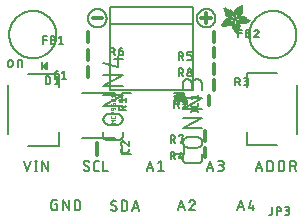
<source format=gbr>
G04 EAGLE Gerber RS-274X export*
G75*
%MOMM*%
%FSLAX34Y34*%
%LPD*%
%INSilkscreen Top*%
%IPPOS*%
%AMOC8*
5,1,8,0,0,1.08239X$1,22.5*%
G01*
%ADD10C,0.152400*%
%ADD11C,0.127000*%
%ADD12C,0.304800*%
%ADD13C,0.203200*%
%ADD14R,0.127000X0.762000*%
%ADD15R,0.003800X0.034300*%
%ADD16R,0.003800X0.057200*%
%ADD17R,0.003800X0.076200*%
%ADD18R,0.003800X0.091400*%
%ADD19R,0.003800X0.102900*%
%ADD20R,0.003900X0.114300*%
%ADD21R,0.003800X0.129500*%
%ADD22R,0.003800X0.137200*%
%ADD23R,0.003800X0.144800*%
%ADD24R,0.003800X0.152400*%
%ADD25R,0.003800X0.160000*%
%ADD26R,0.003800X0.171500*%
%ADD27R,0.003800X0.175300*%
%ADD28R,0.003800X0.182900*%
%ADD29R,0.003800X0.190500*%
%ADD30R,0.003900X0.194300*%
%ADD31R,0.003800X0.201900*%
%ADD32R,0.003800X0.209500*%
%ADD33R,0.003800X0.213400*%
%ADD34R,0.003800X0.221000*%
%ADD35R,0.003800X0.224800*%
%ADD36R,0.003800X0.232400*%
%ADD37R,0.003800X0.240000*%
%ADD38R,0.003800X0.243800*%
%ADD39R,0.003800X0.247600*%
%ADD40R,0.003900X0.255300*%
%ADD41R,0.003800X0.259100*%
%ADD42R,0.003800X0.262900*%
%ADD43R,0.003800X0.270500*%
%ADD44R,0.003800X0.274300*%
%ADD45R,0.003800X0.281900*%
%ADD46R,0.003800X0.285700*%
%ADD47R,0.003800X0.289500*%
%ADD48R,0.003800X0.297200*%
%ADD49R,0.003800X0.301000*%
%ADD50R,0.003900X0.304800*%
%ADD51R,0.003800X0.312400*%
%ADD52R,0.003800X0.316200*%
%ADD53R,0.003800X0.320000*%
%ADD54R,0.003800X0.327600*%
%ADD55R,0.003800X0.331500*%
%ADD56R,0.003800X0.339100*%
%ADD57R,0.003800X0.342900*%
%ADD58R,0.003800X0.346700*%
%ADD59R,0.003800X0.354300*%
%ADD60R,0.003900X0.358100*%
%ADD61R,0.003800X0.361900*%
%ADD62R,0.003800X0.369600*%
%ADD63R,0.003800X0.373400*%
%ADD64R,0.003800X0.377200*%
%ADD65R,0.003800X0.384800*%
%ADD66R,0.003800X0.388600*%
%ADD67R,0.003800X0.396200*%
%ADD68R,0.003800X0.400000*%
%ADD69R,0.003800X0.403800*%
%ADD70R,0.003900X0.411500*%
%ADD71R,0.003800X0.415300*%
%ADD72R,0.003800X0.419100*%
%ADD73R,0.003800X0.045700*%
%ADD74R,0.003800X0.426700*%
%ADD75R,0.003800X0.072400*%
%ADD76R,0.003800X0.430500*%
%ADD77R,0.003800X0.095300*%
%ADD78R,0.003800X0.438100*%
%ADD79R,0.003800X0.110500*%
%ADD80R,0.003800X0.441900*%
%ADD81R,0.003800X0.445800*%
%ADD82R,0.003800X0.144700*%
%ADD83R,0.003800X0.453400*%
%ADD84R,0.003800X0.457200*%
%ADD85R,0.003900X0.175300*%
%ADD86R,0.003900X0.461000*%
%ADD87R,0.003800X0.468600*%
%ADD88R,0.003800X0.205800*%
%ADD89R,0.003800X0.472400*%
%ADD90R,0.003800X0.217200*%
%ADD91R,0.003800X0.476200*%
%ADD92R,0.003800X0.483900*%
%ADD93R,0.003800X0.247700*%
%ADD94R,0.003800X0.487700*%
%ADD95R,0.003800X0.495300*%
%ADD96R,0.003800X0.499100*%
%ADD97R,0.003800X0.502900*%
%ADD98R,0.003800X0.510500*%
%ADD99R,0.003900X0.308600*%
%ADD100R,0.003900X0.514300*%
%ADD101R,0.003800X0.323800*%
%ADD102R,0.003800X0.518100*%
%ADD103R,0.003800X0.335300*%
%ADD104R,0.003800X0.525800*%
%ADD105R,0.003800X0.529600*%
%ADD106R,0.003800X0.358100*%
%ADD107R,0.003800X0.533400*%
%ADD108R,0.003800X0.537200*%
%ADD109R,0.003800X0.381000*%
%ADD110R,0.003800X0.544800*%
%ADD111R,0.003800X0.392400*%
%ADD112R,0.003800X0.548600*%
%ADD113R,0.003800X0.552400*%
%ADD114R,0.003800X0.556200*%
%ADD115R,0.003900X0.422900*%
%ADD116R,0.003900X0.560100*%
%ADD117R,0.003800X0.434300*%
%ADD118R,0.003800X0.563900*%
%ADD119R,0.003800X0.567700*%
%ADD120R,0.003800X0.461000*%
%ADD121R,0.003800X0.571500*%
%ADD122R,0.003800X0.575300*%
%ADD123R,0.003800X0.480100*%
%ADD124R,0.003800X0.579100*%
%ADD125R,0.003800X0.491500*%
%ADD126R,0.003800X0.582900*%
%ADD127R,0.003800X0.586700*%
%ADD128R,0.003800X0.510600*%
%ADD129R,0.003800X0.590500*%
%ADD130R,0.003800X0.522000*%
%ADD131R,0.003800X0.594300*%
%ADD132R,0.003900X0.533400*%
%ADD133R,0.003900X0.598200*%
%ADD134R,0.003800X0.541000*%
%ADD135R,0.003800X0.602000*%
%ADD136R,0.003800X0.552500*%
%ADD137R,0.003800X0.605800*%
%ADD138R,0.003800X0.560100*%
%ADD139R,0.003800X0.609600*%
%ADD140R,0.003800X0.613400*%
%ADD141R,0.003800X0.583000*%
%ADD142R,0.003800X0.617200*%
%ADD143R,0.003800X0.594400*%
%ADD144R,0.003800X0.621000*%
%ADD145R,0.003800X0.598200*%
%ADD146R,0.003800X0.624800*%
%ADD147R,0.003900X0.613500*%
%ADD148R,0.003900X0.628600*%
%ADD149R,0.003800X0.632400*%
%ADD150R,0.003800X0.628600*%
%ADD151R,0.003800X0.636300*%
%ADD152R,0.003800X0.640100*%
%ADD153R,0.003800X0.636200*%
%ADD154R,0.003800X0.643900*%
%ADD155R,0.003800X0.647700*%
%ADD156R,0.003800X0.651500*%
%ADD157R,0.003800X0.659100*%
%ADD158R,0.003900X0.659100*%
%ADD159R,0.003900X0.655300*%
%ADD160R,0.003800X0.662900*%
%ADD161R,0.003800X0.655300*%
%ADD162R,0.003800X0.670500*%
%ADD163R,0.003800X0.670600*%
%ADD164R,0.003800X0.674400*%
%ADD165R,0.003800X0.682000*%
%ADD166R,0.003800X0.666700*%
%ADD167R,0.003800X0.685800*%
%ADD168R,0.003800X0.689600*%
%ADD169R,0.003900X0.693400*%
%ADD170R,0.003900X0.674400*%
%ADD171R,0.003800X0.697200*%
%ADD172R,0.003800X0.678200*%
%ADD173R,0.003800X0.697300*%
%ADD174R,0.003800X0.701100*%
%ADD175R,0.003800X0.704900*%
%ADD176R,0.003800X0.708700*%
%ADD177R,0.003800X0.712500*%
%ADD178R,0.003800X0.716300*%
%ADD179R,0.003900X0.720100*%
%ADD180R,0.003900X0.689600*%
%ADD181R,0.003800X0.720000*%
%ADD182R,0.003800X0.693400*%
%ADD183R,0.003800X0.723900*%
%ADD184R,0.003800X0.727700*%
%ADD185R,0.003800X0.731500*%
%ADD186R,0.003800X0.701000*%
%ADD187R,0.003800X0.735300*%
%ADD188R,0.003900X0.731500*%
%ADD189R,0.003900X0.701000*%
%ADD190R,0.003800X0.704800*%
%ADD191R,0.003800X0.739100*%
%ADD192R,0.003800X0.743000*%
%ADD193R,0.003800X0.739200*%
%ADD194R,0.003900X0.743000*%
%ADD195R,0.003900X0.704800*%
%ADD196R,0.003800X0.746800*%
%ADD197R,0.003900X0.746800*%
%ADD198R,0.003800X0.742900*%
%ADD199R,0.003800X0.746700*%
%ADD200R,0.003900X0.746700*%
%ADD201R,0.003800X1.428800*%
%ADD202R,0.003800X1.424900*%
%ADD203R,0.003900X1.421100*%
%ADD204R,0.003800X1.421100*%
%ADD205R,0.003800X1.417300*%
%ADD206R,0.003800X1.413500*%
%ADD207R,0.003800X1.409700*%
%ADD208R,0.003800X1.405900*%
%ADD209R,0.003800X1.402100*%
%ADD210R,0.003800X1.398300*%
%ADD211R,0.003900X0.983000*%
%ADD212R,0.003900X0.384800*%
%ADD213R,0.003800X0.971600*%
%ADD214R,0.003800X0.963900*%
%ADD215R,0.003800X0.956300*%
%ADD216R,0.003800X0.365800*%
%ADD217R,0.003800X0.952500*%
%ADD218R,0.003800X0.941000*%
%ADD219R,0.003800X0.358200*%
%ADD220R,0.003800X0.937200*%
%ADD221R,0.003800X0.933400*%
%ADD222R,0.003800X0.354400*%
%ADD223R,0.003800X0.925800*%
%ADD224R,0.003800X0.350500*%
%ADD225R,0.003800X0.922000*%
%ADD226R,0.003900X0.918200*%
%ADD227R,0.003900X0.346700*%
%ADD228R,0.003800X0.910600*%
%ADD229R,0.003800X0.906800*%
%ADD230R,0.003800X0.903000*%
%ADD231R,0.003800X0.339000*%
%ADD232R,0.003800X0.895300*%
%ADD233R,0.003800X0.335200*%
%ADD234R,0.003800X0.887700*%
%ADD235R,0.003800X0.883900*%
%ADD236R,0.003800X0.331400*%
%ADD237R,0.003800X0.880100*%
%ADD238R,0.003800X0.876300*%
%ADD239R,0.003900X0.468600*%
%ADD240R,0.003900X0.396200*%
%ADD241R,0.003900X0.323800*%
%ADD242R,0.003800X0.449600*%
%ADD243R,0.003800X0.323900*%
%ADD244R,0.003800X0.442000*%
%ADD245R,0.003800X0.434400*%
%ADD246R,0.003800X0.320100*%
%ADD247R,0.003800X0.316300*%
%ADD248R,0.003800X0.426800*%
%ADD249R,0.003800X0.327700*%
%ADD250R,0.003800X0.312500*%
%ADD251R,0.003800X0.422900*%
%ADD252R,0.003800X0.308600*%
%ADD253R,0.003800X0.293400*%
%ADD254R,0.003800X0.304800*%
%ADD255R,0.003900X0.419100*%
%ADD256R,0.003900X0.285700*%
%ADD257R,0.003900X0.301000*%
%ADD258R,0.003800X0.411500*%
%ADD259R,0.003800X0.407700*%
%ADD260R,0.003800X0.289600*%
%ADD261R,0.003800X0.285800*%
%ADD262R,0.003800X0.403900*%
%ADD263R,0.003800X0.228600*%
%ADD264R,0.003900X0.403900*%
%ADD265R,0.003900X0.221000*%
%ADD266R,0.003900X0.278100*%
%ADD267R,0.003800X0.400100*%
%ADD268R,0.003800X0.209600*%
%ADD269R,0.003800X0.266700*%
%ADD270R,0.003800X0.038100*%
%ADD271R,0.003800X0.194300*%
%ADD272R,0.003800X0.148600*%
%ADD273R,0.003800X0.259000*%
%ADD274R,0.003800X0.182800*%
%ADD275R,0.003800X0.186700*%
%ADD276R,0.003800X0.251400*%
%ADD277R,0.003800X0.179100*%
%ADD278R,0.003800X0.236200*%
%ADD279R,0.003900X0.243900*%
%ADD280R,0.003900X0.282000*%
%ADD281R,0.003800X0.167700*%
%ADD282R,0.003800X0.236300*%
%ADD283R,0.003800X0.396300*%
%ADD284R,0.003800X0.163900*%
%ADD285R,0.003800X0.392500*%
%ADD286R,0.003800X0.160100*%
%ADD287R,0.003800X0.586800*%
%ADD288R,0.003800X0.148500*%
%ADD289R,0.003800X0.140900*%
%ADD290R,0.003900X0.392400*%
%ADD291R,0.003900X0.140900*%
%ADD292R,0.003900X0.647700*%
%ADD293R,0.003800X0.133300*%
%ADD294R,0.003800X0.674300*%
%ADD295R,0.003800X0.388700*%
%ADD296R,0.003800X0.125700*%
%ADD297R,0.003800X0.121900*%
%ADD298R,0.003800X0.720100*%
%ADD299R,0.003800X0.118100*%
%ADD300R,0.003900X0.118100*%
%ADD301R,0.003900X0.739100*%
%ADD302R,0.003800X0.114300*%
%ADD303R,0.003800X0.754400*%
%ADD304R,0.003800X0.765800*%
%ADD305R,0.003800X0.773400*%
%ADD306R,0.003800X0.784800*%
%ADD307R,0.003800X0.118200*%
%ADD308R,0.003800X0.792500*%
%ADD309R,0.003800X0.803900*%
%ADD310R,0.003800X0.122000*%
%ADD311R,0.003800X0.815400*%
%ADD312R,0.003800X0.125800*%
%ADD313R,0.003800X0.826800*%
%ADD314R,0.003900X0.369500*%
%ADD315R,0.003900X0.133400*%
%ADD316R,0.003900X0.842000*%
%ADD317R,0.003800X0.365700*%
%ADD318R,0.003800X1.009700*%
%ADD319R,0.003800X1.013500*%
%ADD320R,0.003800X0.362000*%
%ADD321R,0.003800X1.024900*%
%ADD322R,0.003800X1.028700*%
%ADD323R,0.003800X1.036300*%
%ADD324R,0.003800X1.047800*%
%ADD325R,0.003800X1.055400*%
%ADD326R,0.003800X1.070600*%
%ADD327R,0.003800X0.030500*%
%ADD328R,0.003800X1.436400*%
%ADD329R,0.003900X1.562100*%
%ADD330R,0.003800X1.588700*%
%ADD331R,0.003800X1.607800*%
%ADD332R,0.003800X1.626900*%
%ADD333R,0.003800X1.642100*%
%ADD334R,0.003800X1.657400*%
%ADD335R,0.003800X1.676400*%
%ADD336R,0.003800X1.687800*%
%ADD337R,0.003800X1.703000*%
%ADD338R,0.003800X1.714500*%
%ADD339R,0.003900X1.726000*%
%ADD340R,0.003800X1.741200*%
%ADD341R,0.003800X0.914400*%
%ADD342R,0.003800X0.769600*%
%ADD343R,0.003800X0.884000*%
%ADD344R,0.003800X0.712400*%
%ADD345R,0.003900X0.880100*%
%ADD346R,0.003800X0.887800*%
%ADD347R,0.003800X0.891600*%
%ADD348R,0.003800X0.895400*%
%ADD349R,0.003800X0.251500*%
%ADD350R,0.003900X0.579200*%
%ADD351R,0.003800X0.243900*%
%ADD352R,0.003800X0.556300*%
%ADD353R,0.003800X0.255200*%
%ADD354R,0.003800X0.529500*%
%ADD355R,0.003800X0.731600*%
%ADD356R,0.003900X0.525800*%
%ADD357R,0.003900X0.281900*%
%ADD358R,0.003900X0.735400*%
%ADD359R,0.003800X0.300900*%
%ADD360R,0.003800X0.762000*%
%ADD361R,0.003800X0.518200*%
%ADD362R,0.003800X0.350600*%
%ADD363R,0.003800X0.796300*%
%ADD364R,0.003800X0.807800*%
%ADD365R,0.003800X0.506700*%
%ADD366R,0.003800X0.849600*%
%ADD367R,0.003900X0.506700*%
%ADD368R,0.003900X1.371600*%
%ADD369R,0.003800X1.207800*%
%ADD370R,0.003800X0.503000*%
%ADD371R,0.003800X0.141000*%
%ADD372R,0.003800X1.203900*%
%ADD373R,0.003800X1.204000*%
%ADD374R,0.003800X1.200200*%
%ADD375R,0.003900X0.499100*%
%ADD376R,0.003900X0.156200*%
%ADD377R,0.003900X1.196400*%
%ADD378R,0.003800X1.196400*%
%ADD379R,0.003800X0.163800*%
%ADD380R,0.003800X0.167600*%
%ADD381R,0.003800X1.192500*%
%ADD382R,0.003800X0.499200*%
%ADD383R,0.003800X1.188700*%
%ADD384R,0.003800X0.506800*%
%ADD385R,0.003800X1.184900*%
%ADD386R,0.003900X0.510600*%
%ADD387R,0.003900X0.209600*%
%ADD388R,0.003900X1.181100*%
%ADD389R,0.003800X0.514400*%
%ADD390R,0.003800X1.181100*%
%ADD391R,0.003800X1.177300*%
%ADD392R,0.003800X0.240100*%
%ADD393R,0.003800X1.173500*%
%ADD394R,0.003800X1.169700*%
%ADD395R,0.003800X1.165900*%
%ADD396R,0.003800X1.162100*%
%ADD397R,0.003900X0.929700*%
%ADD398R,0.003900X1.162100*%
%ADD399R,0.003800X0.929700*%
%ADD400R,0.003800X1.154500*%
%ADD401R,0.003800X0.933500*%
%ADD402R,0.003800X1.150600*%
%ADD403R,0.003800X0.937300*%
%ADD404R,0.003800X1.146800*%
%ADD405R,0.003800X0.941100*%
%ADD406R,0.003800X1.139200*%
%ADD407R,0.003800X0.944900*%
%ADD408R,0.003800X1.135400*%
%ADD409R,0.003800X0.948700*%
%ADD410R,0.003800X1.127800*%
%ADD411R,0.003800X1.124000*%
%ADD412R,0.003800X1.116400*%
%ADD413R,0.003900X0.956300*%
%ADD414R,0.003900X1.104900*%
%ADD415R,0.003800X0.960100*%
%ADD416R,0.003800X1.093500*%
%ADD417R,0.003800X1.085900*%
%ADD418R,0.003800X0.967800*%
%ADD419R,0.003800X1.074500*%
%ADD420R,0.003800X1.063000*%
%ADD421R,0.003800X0.975400*%
%ADD422R,0.003800X1.036400*%
%ADD423R,0.003800X0.979200*%
%ADD424R,0.003800X1.021000*%
%ADD425R,0.003800X0.983000*%
%ADD426R,0.003800X1.009600*%
%ADD427R,0.003800X0.986800*%
%ADD428R,0.003800X0.998200*%
%ADD429R,0.003900X0.990600*%
%ADD430R,0.003900X0.986700*%
%ADD431R,0.003800X0.994400*%
%ADD432R,0.003800X0.975300*%
%ADD433R,0.003800X0.948600*%
%ADD434R,0.003800X1.002000*%
%ADD435R,0.003800X0.213300*%
%ADD436R,0.003800X0.217100*%
%ADD437R,0.003800X1.017300*%
%ADD438R,0.003800X0.666800*%
%ADD439R,0.003800X0.220900*%
%ADD440R,0.003900X1.028700*%
%ADD441R,0.003900X0.224700*%
%ADD442R,0.003800X1.032500*%
%ADD443R,0.003800X1.040100*%
%ADD444R,0.003800X1.043900*%
%ADD445R,0.003800X0.548700*%
%ADD446R,0.003800X1.051500*%
%ADD447R,0.003800X1.055300*%
%ADD448R,0.003800X1.059100*%
%ADD449R,0.003800X1.062900*%
%ADD450R,0.003800X0.255300*%
%ADD451R,0.003900X1.066800*%
%ADD452R,0.003900X0.259100*%
%ADD453R,0.003900X0.457200*%
%ADD454R,0.003800X0.423000*%
%ADD455R,0.003800X1.082100*%
%ADD456R,0.003800X0.274400*%
%ADD457R,0.003800X0.278200*%
%ADD458R,0.003800X1.101100*%
%ADD459R,0.003800X0.278100*%
%ADD460R,0.003900X0.876300*%
%ADD461R,0.003900X0.236200*%
%ADD462R,0.003900X0.289600*%
%ADD463R,0.003900X0.247700*%
%ADD464R,0.003800X0.049500*%
%ADD465R,0.003900X0.640100*%
%ADD466R,0.003800X0.659200*%
%ADD467R,0.003800X0.663000*%
%ADD468R,0.003900X0.872500*%
%ADD469R,0.003900X0.666800*%
%ADD470R,0.003800X0.872500*%
%ADD471R,0.003800X0.868700*%
%ADD472R,0.003800X0.864900*%
%ADD473R,0.003800X0.861100*%
%ADD474R,0.003800X0.857300*%
%ADD475R,0.003800X0.853400*%
%ADD476R,0.003800X0.845800*%
%ADD477R,0.003900X0.682000*%
%ADD478R,0.003800X0.842000*%
%ADD479R,0.003800X0.834400*%
%ADD480R,0.003800X0.823000*%
%ADD481R,0.003800X0.815300*%
%ADD482R,0.003800X0.811500*%
%ADD483R,0.003800X0.788700*%
%ADD484R,0.003900X0.777300*%
%ADD485R,0.003800X0.750600*%
%ADD486R,0.003800X0.735400*%
%ADD487R,0.003800X0.727800*%
%ADD488R,0.003800X0.628700*%
%ADD489R,0.003800X0.575400*%
%ADD490R,0.003900X0.670600*%
%ADD491R,0.003800X0.655400*%
%ADD492R,0.003900X0.651500*%
%ADD493R,0.003900X0.624800*%
%ADD494R,0.003900X0.594400*%
%ADD495R,0.003900X0.563900*%
%ADD496R,0.003800X0.541100*%
%ADD497R,0.003800X0.537300*%
%ADD498R,0.003800X0.525700*%
%ADD499R,0.003900X0.525700*%
%ADD500R,0.003800X0.514300*%
%ADD501R,0.003900X0.480100*%
%ADD502R,0.003800X0.464800*%
%ADD503R,0.003900X0.442000*%
%ADD504R,0.003800X0.438200*%
%ADD505R,0.003800X0.430600*%
%ADD506R,0.003800X0.407600*%
%ADD507R,0.003900X0.403800*%
%ADD508R,0.003900X0.365700*%
%ADD509R,0.003900X0.327700*%
%ADD510R,0.003900X0.243800*%
%ADD511R,0.003900X0.205800*%
%ADD512R,0.003800X0.198100*%
%ADD513R,0.003900X0.163800*%
%ADD514R,0.003800X0.137100*%
%ADD515R,0.003900X0.091500*%
%ADD516R,0.003800X0.060900*%
%ADD517C,0.406400*%
%ADD518C,0.050800*%

G36*
X37348Y122433D02*
X37348Y122433D01*
X37377Y122430D01*
X37469Y122450D01*
X37562Y122463D01*
X37589Y122476D01*
X37618Y122482D01*
X37698Y122530D01*
X37782Y122572D01*
X37803Y122593D01*
X37829Y122608D01*
X37890Y122680D01*
X37956Y122746D01*
X37969Y122772D01*
X37989Y122795D01*
X38024Y122882D01*
X38066Y122966D01*
X38070Y122996D01*
X38081Y123023D01*
X38099Y123190D01*
X38099Y128270D01*
X38094Y128299D01*
X38097Y128329D01*
X38075Y128420D01*
X38060Y128513D01*
X38046Y128539D01*
X38039Y128568D01*
X37988Y128647D01*
X37944Y128730D01*
X37923Y128751D01*
X37907Y128776D01*
X37834Y128835D01*
X37766Y128900D01*
X37739Y128912D01*
X37716Y128931D01*
X37628Y128964D01*
X37543Y129003D01*
X37513Y129006D01*
X37486Y129017D01*
X37392Y129020D01*
X37299Y129030D01*
X37269Y129024D01*
X37240Y129025D01*
X37150Y128998D01*
X37058Y128978D01*
X37033Y128963D01*
X37004Y128954D01*
X36862Y128864D01*
X33687Y126324D01*
X33618Y126247D01*
X33545Y126174D01*
X33536Y126157D01*
X33523Y126142D01*
X33481Y126046D01*
X33435Y125954D01*
X33433Y125934D01*
X33425Y125916D01*
X33416Y125813D01*
X33402Y125710D01*
X33406Y125691D01*
X33404Y125671D01*
X33429Y125570D01*
X33448Y125468D01*
X33458Y125451D01*
X33462Y125432D01*
X33518Y125345D01*
X33569Y125254D01*
X33586Y125237D01*
X33594Y125224D01*
X33619Y125204D01*
X33687Y125136D01*
X36862Y122596D01*
X36888Y122581D01*
X36910Y122561D01*
X36995Y122521D01*
X37077Y122475D01*
X37106Y122469D01*
X37133Y122457D01*
X37226Y122447D01*
X37318Y122429D01*
X37348Y122433D01*
G37*
D10*
X17834Y45593D02*
X20712Y36957D01*
X23591Y45593D01*
X28027Y45593D02*
X28027Y36957D01*
X27068Y36957D02*
X28987Y36957D01*
X28987Y45593D02*
X27068Y45593D01*
X33249Y45593D02*
X33249Y36957D01*
X38046Y36957D02*
X33249Y45593D01*
X38046Y45593D02*
X38046Y36957D01*
X44546Y8735D02*
X45985Y8735D01*
X45985Y3937D01*
X43107Y3937D01*
X43021Y3939D01*
X42935Y3945D01*
X42849Y3954D01*
X42764Y3968D01*
X42680Y3985D01*
X42596Y4006D01*
X42514Y4031D01*
X42433Y4059D01*
X42353Y4091D01*
X42274Y4127D01*
X42198Y4166D01*
X42123Y4209D01*
X42050Y4254D01*
X41979Y4303D01*
X41911Y4356D01*
X41844Y4411D01*
X41781Y4469D01*
X41720Y4530D01*
X41662Y4593D01*
X41607Y4660D01*
X41554Y4728D01*
X41505Y4799D01*
X41460Y4872D01*
X41417Y4947D01*
X41378Y5023D01*
X41342Y5102D01*
X41310Y5182D01*
X41282Y5263D01*
X41257Y5345D01*
X41236Y5429D01*
X41219Y5513D01*
X41205Y5598D01*
X41196Y5684D01*
X41190Y5770D01*
X41188Y5856D01*
X41188Y10654D01*
X41190Y10740D01*
X41196Y10826D01*
X41205Y10912D01*
X41219Y10997D01*
X41236Y11081D01*
X41257Y11165D01*
X41282Y11247D01*
X41310Y11328D01*
X41342Y11408D01*
X41378Y11487D01*
X41417Y11563D01*
X41460Y11638D01*
X41505Y11711D01*
X41554Y11782D01*
X41607Y11850D01*
X41662Y11917D01*
X41720Y11980D01*
X41781Y12041D01*
X41844Y12099D01*
X41911Y12154D01*
X41979Y12206D01*
X42050Y12256D01*
X42123Y12301D01*
X42198Y12344D01*
X42274Y12383D01*
X42353Y12419D01*
X42433Y12451D01*
X42514Y12479D01*
X42596Y12504D01*
X42680Y12525D01*
X42764Y12542D01*
X42849Y12556D01*
X42935Y12565D01*
X43021Y12571D01*
X43107Y12573D01*
X45985Y12573D01*
X50941Y12573D02*
X50941Y3937D01*
X55739Y3937D02*
X50941Y12573D01*
X55739Y12573D02*
X55739Y3937D01*
X60695Y3937D02*
X60695Y12573D01*
X63094Y12573D01*
X63191Y12571D01*
X63287Y12565D01*
X63383Y12556D01*
X63479Y12542D01*
X63574Y12525D01*
X63668Y12503D01*
X63761Y12478D01*
X63854Y12450D01*
X63945Y12417D01*
X64034Y12381D01*
X64122Y12341D01*
X64209Y12298D01*
X64294Y12252D01*
X64376Y12202D01*
X64457Y12148D01*
X64535Y12092D01*
X64611Y12032D01*
X64685Y11970D01*
X64756Y11904D01*
X64824Y11836D01*
X64890Y11765D01*
X64952Y11691D01*
X65012Y11615D01*
X65068Y11537D01*
X65122Y11456D01*
X65172Y11374D01*
X65218Y11289D01*
X65261Y11202D01*
X65301Y11114D01*
X65337Y11025D01*
X65370Y10934D01*
X65398Y10841D01*
X65423Y10748D01*
X65445Y10654D01*
X65462Y10559D01*
X65476Y10463D01*
X65485Y10367D01*
X65491Y10271D01*
X65493Y10174D01*
X65492Y10174D02*
X65492Y6336D01*
X65493Y6336D02*
X65491Y6239D01*
X65485Y6143D01*
X65476Y6047D01*
X65462Y5951D01*
X65445Y5856D01*
X65423Y5762D01*
X65398Y5669D01*
X65370Y5576D01*
X65337Y5485D01*
X65301Y5396D01*
X65261Y5308D01*
X65218Y5221D01*
X65172Y5136D01*
X65122Y5054D01*
X65068Y4973D01*
X65012Y4895D01*
X64952Y4819D01*
X64890Y4745D01*
X64824Y4674D01*
X64756Y4606D01*
X64685Y4540D01*
X64611Y4478D01*
X64535Y4418D01*
X64457Y4362D01*
X64376Y4308D01*
X64293Y4258D01*
X64209Y4212D01*
X64122Y4169D01*
X64034Y4129D01*
X63945Y4093D01*
X63854Y4060D01*
X63761Y4032D01*
X63668Y4007D01*
X63574Y3985D01*
X63479Y3968D01*
X63383Y3954D01*
X63287Y3945D01*
X63191Y3939D01*
X63094Y3937D01*
X60695Y3937D01*
X71305Y36957D02*
X71391Y36959D01*
X71477Y36965D01*
X71563Y36974D01*
X71648Y36988D01*
X71732Y37005D01*
X71816Y37026D01*
X71898Y37051D01*
X71979Y37079D01*
X72059Y37111D01*
X72138Y37147D01*
X72214Y37186D01*
X72289Y37229D01*
X72362Y37274D01*
X72433Y37324D01*
X72501Y37376D01*
X72568Y37431D01*
X72631Y37489D01*
X72692Y37550D01*
X72750Y37613D01*
X72805Y37680D01*
X72858Y37748D01*
X72907Y37819D01*
X72952Y37892D01*
X72995Y37967D01*
X73034Y38043D01*
X73070Y38122D01*
X73102Y38202D01*
X73130Y38283D01*
X73155Y38365D01*
X73176Y38449D01*
X73193Y38533D01*
X73207Y38618D01*
X73216Y38704D01*
X73222Y38790D01*
X73224Y38876D01*
X71305Y36957D02*
X71182Y36959D01*
X71059Y36964D01*
X70936Y36974D01*
X70814Y36987D01*
X70692Y37004D01*
X70570Y37024D01*
X70450Y37048D01*
X70330Y37076D01*
X70211Y37107D01*
X70093Y37142D01*
X69976Y37181D01*
X69860Y37223D01*
X69746Y37269D01*
X69633Y37318D01*
X69522Y37370D01*
X69412Y37426D01*
X69304Y37485D01*
X69198Y37548D01*
X69093Y37613D01*
X68991Y37682D01*
X68891Y37754D01*
X68794Y37829D01*
X68698Y37906D01*
X68605Y37987D01*
X68514Y38070D01*
X68426Y38156D01*
X68666Y43674D02*
X68668Y43760D01*
X68674Y43846D01*
X68683Y43932D01*
X68697Y44017D01*
X68714Y44101D01*
X68735Y44185D01*
X68760Y44267D01*
X68788Y44348D01*
X68820Y44428D01*
X68856Y44507D01*
X68895Y44583D01*
X68938Y44658D01*
X68983Y44731D01*
X69032Y44802D01*
X69085Y44870D01*
X69140Y44937D01*
X69198Y45000D01*
X69259Y45061D01*
X69322Y45119D01*
X69389Y45174D01*
X69457Y45227D01*
X69528Y45276D01*
X69601Y45321D01*
X69676Y45364D01*
X69752Y45403D01*
X69831Y45439D01*
X69911Y45471D01*
X69992Y45499D01*
X70074Y45524D01*
X70158Y45545D01*
X70242Y45562D01*
X70327Y45576D01*
X70413Y45585D01*
X70499Y45591D01*
X70585Y45593D01*
X70701Y45591D01*
X70816Y45586D01*
X70932Y45576D01*
X71047Y45563D01*
X71161Y45547D01*
X71275Y45526D01*
X71389Y45502D01*
X71501Y45474D01*
X71612Y45443D01*
X71723Y45408D01*
X71832Y45370D01*
X71940Y45328D01*
X72046Y45283D01*
X72152Y45234D01*
X72255Y45182D01*
X72357Y45127D01*
X72456Y45068D01*
X72554Y45006D01*
X72650Y44941D01*
X72744Y44873D01*
X69625Y41995D02*
X69551Y42041D01*
X69478Y42091D01*
X69408Y42144D01*
X69340Y42200D01*
X69275Y42259D01*
X69212Y42321D01*
X69153Y42386D01*
X69096Y42453D01*
X69042Y42523D01*
X68992Y42595D01*
X68945Y42669D01*
X68901Y42745D01*
X68861Y42824D01*
X68825Y42904D01*
X68792Y42985D01*
X68763Y43068D01*
X68737Y43153D01*
X68715Y43238D01*
X68698Y43324D01*
X68684Y43411D01*
X68674Y43498D01*
X68668Y43586D01*
X68666Y43674D01*
X72265Y40555D02*
X72339Y40509D01*
X72412Y40459D01*
X72482Y40406D01*
X72550Y40350D01*
X72615Y40291D01*
X72678Y40229D01*
X72737Y40164D01*
X72794Y40097D01*
X72848Y40027D01*
X72898Y39955D01*
X72945Y39881D01*
X72989Y39805D01*
X73029Y39726D01*
X73065Y39646D01*
X73098Y39565D01*
X73127Y39482D01*
X73153Y39397D01*
X73175Y39312D01*
X73192Y39226D01*
X73206Y39139D01*
X73216Y39052D01*
X73222Y38964D01*
X73224Y38876D01*
X72264Y40555D02*
X69625Y41995D01*
X79146Y36957D02*
X81065Y36957D01*
X79146Y36957D02*
X79060Y36959D01*
X78974Y36965D01*
X78888Y36974D01*
X78803Y36988D01*
X78719Y37005D01*
X78635Y37026D01*
X78553Y37051D01*
X78472Y37079D01*
X78392Y37111D01*
X78313Y37147D01*
X78237Y37186D01*
X78162Y37229D01*
X78089Y37274D01*
X78018Y37323D01*
X77950Y37376D01*
X77883Y37431D01*
X77820Y37489D01*
X77759Y37550D01*
X77701Y37613D01*
X77646Y37680D01*
X77593Y37748D01*
X77544Y37819D01*
X77499Y37892D01*
X77456Y37967D01*
X77417Y38043D01*
X77381Y38122D01*
X77349Y38202D01*
X77321Y38283D01*
X77296Y38365D01*
X77275Y38449D01*
X77258Y38533D01*
X77244Y38618D01*
X77235Y38704D01*
X77229Y38790D01*
X77227Y38876D01*
X77227Y43674D01*
X77229Y43760D01*
X77235Y43846D01*
X77244Y43932D01*
X77258Y44017D01*
X77275Y44101D01*
X77296Y44185D01*
X77321Y44267D01*
X77349Y44348D01*
X77381Y44428D01*
X77417Y44507D01*
X77456Y44583D01*
X77499Y44658D01*
X77544Y44731D01*
X77593Y44802D01*
X77646Y44870D01*
X77701Y44937D01*
X77759Y45000D01*
X77820Y45061D01*
X77883Y45119D01*
X77950Y45174D01*
X78018Y45226D01*
X78089Y45276D01*
X78162Y45321D01*
X78237Y45364D01*
X78313Y45403D01*
X78392Y45439D01*
X78472Y45471D01*
X78553Y45499D01*
X78635Y45524D01*
X78719Y45545D01*
X78803Y45562D01*
X78888Y45576D01*
X78974Y45585D01*
X79060Y45591D01*
X79146Y45593D01*
X81065Y45593D01*
X85216Y45593D02*
X85216Y36957D01*
X89054Y36957D01*
X96368Y5221D02*
X96366Y5135D01*
X96360Y5049D01*
X96351Y4963D01*
X96337Y4878D01*
X96320Y4794D01*
X96299Y4710D01*
X96274Y4628D01*
X96246Y4547D01*
X96214Y4467D01*
X96178Y4388D01*
X96139Y4312D01*
X96096Y4237D01*
X96051Y4164D01*
X96002Y4093D01*
X95949Y4025D01*
X95894Y3958D01*
X95836Y3895D01*
X95775Y3834D01*
X95712Y3776D01*
X95645Y3721D01*
X95577Y3669D01*
X95506Y3619D01*
X95433Y3574D01*
X95358Y3531D01*
X95282Y3492D01*
X95203Y3456D01*
X95123Y3424D01*
X95042Y3396D01*
X94960Y3371D01*
X94876Y3350D01*
X94792Y3333D01*
X94707Y3319D01*
X94621Y3310D01*
X94535Y3304D01*
X94449Y3302D01*
X94448Y3302D02*
X94325Y3304D01*
X94202Y3309D01*
X94079Y3319D01*
X93957Y3332D01*
X93835Y3349D01*
X93713Y3369D01*
X93593Y3393D01*
X93473Y3421D01*
X93354Y3452D01*
X93236Y3487D01*
X93119Y3526D01*
X93003Y3568D01*
X92889Y3614D01*
X92776Y3663D01*
X92665Y3715D01*
X92555Y3771D01*
X92447Y3830D01*
X92341Y3893D01*
X92236Y3958D01*
X92134Y4027D01*
X92034Y4099D01*
X91937Y4174D01*
X91841Y4251D01*
X91748Y4332D01*
X91657Y4415D01*
X91569Y4501D01*
X91810Y10019D02*
X91812Y10105D01*
X91818Y10191D01*
X91827Y10277D01*
X91841Y10362D01*
X91858Y10446D01*
X91879Y10530D01*
X91904Y10612D01*
X91932Y10693D01*
X91964Y10773D01*
X92000Y10852D01*
X92039Y10928D01*
X92082Y11003D01*
X92127Y11076D01*
X92176Y11147D01*
X92229Y11215D01*
X92284Y11282D01*
X92342Y11345D01*
X92403Y11406D01*
X92466Y11464D01*
X92533Y11519D01*
X92601Y11572D01*
X92672Y11621D01*
X92745Y11666D01*
X92820Y11709D01*
X92896Y11748D01*
X92975Y11784D01*
X93055Y11816D01*
X93136Y11844D01*
X93218Y11869D01*
X93302Y11890D01*
X93386Y11907D01*
X93471Y11921D01*
X93557Y11930D01*
X93643Y11936D01*
X93729Y11938D01*
X93845Y11936D01*
X93960Y11931D01*
X94076Y11921D01*
X94191Y11908D01*
X94305Y11892D01*
X94419Y11871D01*
X94533Y11847D01*
X94645Y11819D01*
X94756Y11788D01*
X94867Y11753D01*
X94976Y11715D01*
X95084Y11673D01*
X95190Y11628D01*
X95296Y11579D01*
X95399Y11527D01*
X95501Y11472D01*
X95600Y11413D01*
X95698Y11351D01*
X95794Y11286D01*
X95888Y11218D01*
X92769Y8340D02*
X92695Y8386D01*
X92622Y8436D01*
X92552Y8489D01*
X92484Y8545D01*
X92419Y8604D01*
X92356Y8666D01*
X92297Y8731D01*
X92240Y8798D01*
X92186Y8868D01*
X92136Y8940D01*
X92089Y9014D01*
X92045Y9090D01*
X92005Y9169D01*
X91969Y9249D01*
X91936Y9330D01*
X91907Y9413D01*
X91881Y9498D01*
X91859Y9583D01*
X91842Y9669D01*
X91828Y9756D01*
X91818Y9843D01*
X91812Y9931D01*
X91810Y10019D01*
X95409Y6900D02*
X95483Y6854D01*
X95556Y6804D01*
X95626Y6751D01*
X95694Y6695D01*
X95759Y6636D01*
X95822Y6574D01*
X95881Y6509D01*
X95938Y6442D01*
X95992Y6372D01*
X96042Y6300D01*
X96089Y6226D01*
X96133Y6150D01*
X96173Y6071D01*
X96209Y5991D01*
X96242Y5910D01*
X96271Y5827D01*
X96297Y5742D01*
X96319Y5657D01*
X96336Y5571D01*
X96350Y5484D01*
X96360Y5397D01*
X96366Y5309D01*
X96368Y5221D01*
X95408Y6900D02*
X92769Y8340D01*
X100714Y11938D02*
X100714Y3302D01*
X100714Y11938D02*
X103113Y11938D01*
X103210Y11936D01*
X103306Y11930D01*
X103402Y11921D01*
X103498Y11907D01*
X103593Y11890D01*
X103687Y11868D01*
X103780Y11843D01*
X103873Y11815D01*
X103964Y11782D01*
X104053Y11746D01*
X104141Y11706D01*
X104228Y11663D01*
X104313Y11617D01*
X104395Y11567D01*
X104476Y11513D01*
X104554Y11457D01*
X104630Y11397D01*
X104704Y11335D01*
X104775Y11269D01*
X104843Y11201D01*
X104909Y11130D01*
X104971Y11056D01*
X105031Y10980D01*
X105087Y10902D01*
X105141Y10821D01*
X105191Y10739D01*
X105237Y10654D01*
X105280Y10567D01*
X105320Y10479D01*
X105356Y10390D01*
X105389Y10299D01*
X105417Y10206D01*
X105442Y10113D01*
X105464Y10019D01*
X105481Y9924D01*
X105495Y9828D01*
X105504Y9732D01*
X105510Y9636D01*
X105512Y9539D01*
X105512Y5701D01*
X105510Y5604D01*
X105504Y5508D01*
X105495Y5412D01*
X105481Y5316D01*
X105464Y5221D01*
X105442Y5127D01*
X105417Y5034D01*
X105389Y4941D01*
X105356Y4850D01*
X105320Y4761D01*
X105280Y4673D01*
X105237Y4586D01*
X105191Y4501D01*
X105141Y4419D01*
X105087Y4338D01*
X105031Y4260D01*
X104971Y4184D01*
X104909Y4110D01*
X104843Y4039D01*
X104775Y3971D01*
X104704Y3905D01*
X104630Y3843D01*
X104554Y3783D01*
X104476Y3727D01*
X104395Y3673D01*
X104313Y3623D01*
X104228Y3577D01*
X104141Y3534D01*
X104053Y3494D01*
X103964Y3458D01*
X103873Y3425D01*
X103780Y3397D01*
X103687Y3372D01*
X103593Y3350D01*
X103498Y3333D01*
X103402Y3319D01*
X103306Y3310D01*
X103210Y3304D01*
X103113Y3302D01*
X100714Y3302D01*
X109683Y3302D02*
X112561Y11938D01*
X115440Y3302D01*
X114720Y5461D02*
X110402Y5461D01*
X213981Y36957D02*
X216860Y45593D01*
X219738Y36957D01*
X219019Y39116D02*
X214701Y39116D01*
X223910Y36957D02*
X223910Y45593D01*
X226308Y45593D01*
X226405Y45591D01*
X226501Y45585D01*
X226597Y45576D01*
X226693Y45562D01*
X226788Y45545D01*
X226882Y45523D01*
X226975Y45498D01*
X227068Y45470D01*
X227159Y45437D01*
X227248Y45401D01*
X227336Y45361D01*
X227423Y45318D01*
X227508Y45272D01*
X227590Y45222D01*
X227671Y45168D01*
X227749Y45112D01*
X227825Y45052D01*
X227899Y44990D01*
X227970Y44924D01*
X228038Y44856D01*
X228104Y44785D01*
X228166Y44711D01*
X228226Y44635D01*
X228282Y44557D01*
X228336Y44476D01*
X228386Y44394D01*
X228432Y44309D01*
X228475Y44222D01*
X228515Y44134D01*
X228551Y44045D01*
X228584Y43954D01*
X228612Y43861D01*
X228637Y43768D01*
X228659Y43674D01*
X228676Y43579D01*
X228690Y43483D01*
X228699Y43387D01*
X228705Y43291D01*
X228707Y43194D01*
X228707Y39356D01*
X228705Y39259D01*
X228699Y39163D01*
X228690Y39067D01*
X228676Y38971D01*
X228659Y38876D01*
X228637Y38782D01*
X228612Y38689D01*
X228584Y38596D01*
X228551Y38505D01*
X228515Y38416D01*
X228475Y38328D01*
X228432Y38241D01*
X228386Y38156D01*
X228336Y38074D01*
X228282Y37993D01*
X228226Y37915D01*
X228166Y37839D01*
X228104Y37765D01*
X228038Y37694D01*
X227970Y37626D01*
X227899Y37560D01*
X227825Y37498D01*
X227749Y37438D01*
X227671Y37382D01*
X227590Y37328D01*
X227508Y37278D01*
X227423Y37232D01*
X227336Y37189D01*
X227248Y37149D01*
X227159Y37113D01*
X227068Y37080D01*
X226975Y37052D01*
X226882Y37027D01*
X226788Y37005D01*
X226693Y36988D01*
X226597Y36974D01*
X226501Y36965D01*
X226405Y36959D01*
X226308Y36957D01*
X223910Y36957D01*
X233663Y36957D02*
X233663Y45593D01*
X236062Y45593D01*
X236159Y45591D01*
X236255Y45585D01*
X236351Y45576D01*
X236447Y45562D01*
X236542Y45545D01*
X236636Y45523D01*
X236729Y45498D01*
X236822Y45470D01*
X236913Y45437D01*
X237002Y45401D01*
X237090Y45361D01*
X237177Y45318D01*
X237262Y45272D01*
X237344Y45222D01*
X237425Y45168D01*
X237503Y45112D01*
X237579Y45052D01*
X237653Y44990D01*
X237724Y44924D01*
X237792Y44856D01*
X237858Y44785D01*
X237920Y44711D01*
X237980Y44635D01*
X238036Y44557D01*
X238090Y44476D01*
X238140Y44394D01*
X238186Y44309D01*
X238229Y44222D01*
X238269Y44134D01*
X238305Y44045D01*
X238338Y43954D01*
X238366Y43861D01*
X238391Y43768D01*
X238413Y43674D01*
X238430Y43579D01*
X238444Y43483D01*
X238453Y43387D01*
X238459Y43291D01*
X238461Y43194D01*
X238461Y39356D01*
X238459Y39259D01*
X238453Y39163D01*
X238444Y39067D01*
X238430Y38971D01*
X238413Y38876D01*
X238391Y38782D01*
X238366Y38689D01*
X238338Y38596D01*
X238305Y38505D01*
X238269Y38416D01*
X238229Y38328D01*
X238186Y38241D01*
X238140Y38156D01*
X238090Y38074D01*
X238036Y37993D01*
X237980Y37915D01*
X237920Y37839D01*
X237858Y37765D01*
X237792Y37694D01*
X237724Y37626D01*
X237653Y37560D01*
X237579Y37498D01*
X237503Y37438D01*
X237425Y37382D01*
X237344Y37328D01*
X237262Y37278D01*
X237177Y37232D01*
X237090Y37189D01*
X237002Y37149D01*
X236913Y37113D01*
X236822Y37080D01*
X236729Y37052D01*
X236636Y37027D01*
X236542Y37005D01*
X236447Y36988D01*
X236351Y36974D01*
X236255Y36965D01*
X236159Y36959D01*
X236062Y36957D01*
X233663Y36957D01*
X243501Y36957D02*
X243501Y45593D01*
X245900Y45593D01*
X245997Y45591D01*
X246093Y45585D01*
X246189Y45576D01*
X246285Y45562D01*
X246380Y45545D01*
X246474Y45523D01*
X246567Y45498D01*
X246660Y45470D01*
X246751Y45437D01*
X246840Y45401D01*
X246928Y45361D01*
X247015Y45318D01*
X247100Y45272D01*
X247182Y45222D01*
X247263Y45168D01*
X247341Y45112D01*
X247417Y45052D01*
X247491Y44990D01*
X247562Y44924D01*
X247630Y44856D01*
X247696Y44785D01*
X247758Y44711D01*
X247818Y44635D01*
X247874Y44557D01*
X247928Y44476D01*
X247978Y44393D01*
X248024Y44309D01*
X248067Y44222D01*
X248107Y44134D01*
X248143Y44045D01*
X248176Y43954D01*
X248204Y43861D01*
X248229Y43768D01*
X248251Y43674D01*
X248268Y43579D01*
X248282Y43483D01*
X248291Y43387D01*
X248297Y43291D01*
X248299Y43194D01*
X248297Y43097D01*
X248291Y43001D01*
X248282Y42905D01*
X248268Y42809D01*
X248251Y42714D01*
X248229Y42620D01*
X248204Y42527D01*
X248176Y42434D01*
X248143Y42343D01*
X248107Y42254D01*
X248067Y42166D01*
X248024Y42079D01*
X247978Y41994D01*
X247928Y41912D01*
X247874Y41831D01*
X247818Y41753D01*
X247758Y41677D01*
X247696Y41603D01*
X247630Y41532D01*
X247562Y41464D01*
X247491Y41398D01*
X247417Y41336D01*
X247341Y41276D01*
X247263Y41220D01*
X247182Y41166D01*
X247100Y41116D01*
X247015Y41070D01*
X246928Y41027D01*
X246840Y40987D01*
X246751Y40951D01*
X246660Y40918D01*
X246567Y40890D01*
X246474Y40865D01*
X246380Y40843D01*
X246285Y40826D01*
X246189Y40812D01*
X246093Y40803D01*
X245997Y40797D01*
X245900Y40795D01*
X243501Y40795D01*
X246380Y40795D02*
X248299Y36957D01*
X124573Y45593D02*
X121694Y36957D01*
X127452Y36957D02*
X124573Y45593D01*
X126732Y39116D02*
X122414Y39116D01*
X131318Y43674D02*
X133717Y45593D01*
X133717Y36957D01*
X131318Y36957D02*
X136116Y36957D01*
X151243Y12573D02*
X148364Y3937D01*
X154122Y3937D02*
X151243Y12573D01*
X153402Y6096D02*
X149084Y6096D01*
X160627Y12573D02*
X160719Y12571D01*
X160810Y12565D01*
X160901Y12556D01*
X160992Y12542D01*
X161082Y12525D01*
X161171Y12503D01*
X161259Y12478D01*
X161346Y12450D01*
X161432Y12417D01*
X161516Y12381D01*
X161599Y12342D01*
X161680Y12299D01*
X161759Y12252D01*
X161836Y12203D01*
X161911Y12150D01*
X161983Y12094D01*
X162053Y12035D01*
X162121Y11973D01*
X162186Y11908D01*
X162248Y11840D01*
X162307Y11770D01*
X162363Y11698D01*
X162416Y11623D01*
X162465Y11546D01*
X162512Y11467D01*
X162555Y11386D01*
X162594Y11303D01*
X162630Y11219D01*
X162663Y11133D01*
X162691Y11046D01*
X162716Y10958D01*
X162738Y10869D01*
X162755Y10779D01*
X162769Y10688D01*
X162778Y10597D01*
X162784Y10506D01*
X162786Y10414D01*
X160627Y12573D02*
X160524Y12571D01*
X160422Y12565D01*
X160320Y12556D01*
X160218Y12543D01*
X160117Y12526D01*
X160016Y12505D01*
X159917Y12481D01*
X159818Y12452D01*
X159721Y12421D01*
X159624Y12385D01*
X159529Y12347D01*
X159436Y12304D01*
X159344Y12258D01*
X159254Y12209D01*
X159166Y12157D01*
X159079Y12101D01*
X158995Y12042D01*
X158914Y11981D01*
X158834Y11916D01*
X158757Y11848D01*
X158682Y11777D01*
X158611Y11704D01*
X158542Y11628D01*
X158475Y11550D01*
X158412Y11469D01*
X158352Y11386D01*
X158295Y11301D01*
X158241Y11214D01*
X158190Y11124D01*
X158143Y11033D01*
X158099Y10941D01*
X158058Y10846D01*
X158021Y10751D01*
X157988Y10654D01*
X162066Y8735D02*
X162133Y8801D01*
X162197Y8870D01*
X162258Y8941D01*
X162316Y9015D01*
X162371Y9091D01*
X162423Y9169D01*
X162472Y9249D01*
X162518Y9331D01*
X162560Y9415D01*
X162599Y9501D01*
X162634Y9588D01*
X162665Y9676D01*
X162693Y9766D01*
X162718Y9856D01*
X162739Y9948D01*
X162756Y10040D01*
X162769Y10133D01*
X162778Y10226D01*
X162784Y10320D01*
X162786Y10414D01*
X162066Y8735D02*
X157988Y3937D01*
X162786Y3937D01*
X172494Y36957D02*
X175373Y45593D01*
X178252Y36957D01*
X177532Y39116D02*
X173214Y39116D01*
X182118Y36957D02*
X184517Y36957D01*
X184614Y36959D01*
X184710Y36965D01*
X184806Y36974D01*
X184902Y36988D01*
X184997Y37005D01*
X185091Y37027D01*
X185184Y37052D01*
X185277Y37080D01*
X185368Y37113D01*
X185457Y37149D01*
X185545Y37189D01*
X185632Y37232D01*
X185717Y37278D01*
X185799Y37328D01*
X185880Y37382D01*
X185958Y37438D01*
X186034Y37498D01*
X186108Y37560D01*
X186179Y37626D01*
X186247Y37694D01*
X186313Y37765D01*
X186375Y37839D01*
X186435Y37915D01*
X186491Y37993D01*
X186545Y38074D01*
X186595Y38156D01*
X186641Y38241D01*
X186684Y38328D01*
X186724Y38416D01*
X186760Y38505D01*
X186793Y38596D01*
X186821Y38689D01*
X186846Y38782D01*
X186868Y38876D01*
X186885Y38971D01*
X186899Y39067D01*
X186908Y39163D01*
X186914Y39259D01*
X186916Y39356D01*
X186914Y39453D01*
X186908Y39549D01*
X186899Y39645D01*
X186885Y39741D01*
X186868Y39836D01*
X186846Y39930D01*
X186821Y40023D01*
X186793Y40116D01*
X186760Y40207D01*
X186724Y40296D01*
X186684Y40384D01*
X186641Y40471D01*
X186595Y40555D01*
X186545Y40638D01*
X186491Y40719D01*
X186435Y40797D01*
X186375Y40873D01*
X186313Y40947D01*
X186247Y41018D01*
X186179Y41086D01*
X186108Y41152D01*
X186034Y41214D01*
X185958Y41274D01*
X185880Y41330D01*
X185799Y41384D01*
X185717Y41434D01*
X185632Y41480D01*
X185545Y41523D01*
X185457Y41563D01*
X185368Y41599D01*
X185277Y41632D01*
X185184Y41660D01*
X185091Y41685D01*
X184997Y41707D01*
X184902Y41724D01*
X184806Y41738D01*
X184710Y41747D01*
X184614Y41753D01*
X184517Y41755D01*
X184997Y45593D02*
X182118Y45593D01*
X184997Y45593D02*
X185083Y45591D01*
X185169Y45585D01*
X185255Y45576D01*
X185340Y45562D01*
X185424Y45545D01*
X185508Y45524D01*
X185590Y45499D01*
X185671Y45471D01*
X185751Y45439D01*
X185830Y45403D01*
X185906Y45364D01*
X185981Y45321D01*
X186054Y45276D01*
X186125Y45227D01*
X186193Y45174D01*
X186260Y45119D01*
X186323Y45061D01*
X186384Y45000D01*
X186442Y44937D01*
X186497Y44870D01*
X186550Y44802D01*
X186599Y44731D01*
X186644Y44658D01*
X186687Y44583D01*
X186726Y44507D01*
X186762Y44428D01*
X186794Y44348D01*
X186822Y44267D01*
X186847Y44185D01*
X186868Y44101D01*
X186885Y44017D01*
X186899Y43932D01*
X186908Y43846D01*
X186914Y43760D01*
X186916Y43674D01*
X186914Y43588D01*
X186908Y43502D01*
X186899Y43416D01*
X186885Y43331D01*
X186868Y43247D01*
X186847Y43163D01*
X186822Y43081D01*
X186794Y43000D01*
X186762Y42920D01*
X186726Y42841D01*
X186687Y42765D01*
X186644Y42690D01*
X186599Y42617D01*
X186550Y42546D01*
X186497Y42478D01*
X186442Y42411D01*
X186384Y42348D01*
X186323Y42287D01*
X186260Y42229D01*
X186193Y42174D01*
X186125Y42121D01*
X186054Y42072D01*
X185981Y42027D01*
X185906Y41984D01*
X185830Y41945D01*
X185751Y41909D01*
X185671Y41877D01*
X185590Y41849D01*
X185508Y41824D01*
X185424Y41803D01*
X185340Y41786D01*
X185255Y41772D01*
X185169Y41763D01*
X185083Y41757D01*
X184997Y41755D01*
X183078Y41755D01*
X201408Y12573D02*
X198529Y3937D01*
X204287Y3937D02*
X201408Y12573D01*
X203567Y6096D02*
X199249Y6096D01*
X208153Y5856D02*
X210072Y12573D01*
X208153Y5856D02*
X212951Y5856D01*
X211511Y7775D02*
X211511Y3937D01*
D11*
X4445Y127071D02*
X4445Y129046D01*
X4447Y129133D01*
X4453Y129221D01*
X4462Y129308D01*
X4476Y129394D01*
X4493Y129480D01*
X4514Y129564D01*
X4539Y129648D01*
X4568Y129731D01*
X4600Y129812D01*
X4635Y129892D01*
X4674Y129970D01*
X4717Y130047D01*
X4763Y130121D01*
X4812Y130193D01*
X4864Y130263D01*
X4920Y130331D01*
X4978Y130396D01*
X5039Y130459D01*
X5103Y130518D01*
X5170Y130575D01*
X5238Y130629D01*
X5310Y130680D01*
X5383Y130727D01*
X5458Y130772D01*
X5536Y130813D01*
X5615Y130850D01*
X5695Y130884D01*
X5777Y130914D01*
X5860Y130941D01*
X5945Y130964D01*
X6030Y130983D01*
X6116Y130998D01*
X6203Y131010D01*
X6290Y131018D01*
X6377Y131022D01*
X6465Y131022D01*
X6552Y131018D01*
X6639Y131010D01*
X6726Y130998D01*
X6812Y130983D01*
X6897Y130964D01*
X6982Y130941D01*
X7065Y130914D01*
X7147Y130884D01*
X7227Y130850D01*
X7306Y130813D01*
X7384Y130772D01*
X7459Y130727D01*
X7532Y130680D01*
X7604Y130629D01*
X7672Y130575D01*
X7739Y130518D01*
X7803Y130459D01*
X7864Y130396D01*
X7922Y130331D01*
X7978Y130263D01*
X8030Y130193D01*
X8079Y130121D01*
X8125Y130047D01*
X8168Y129970D01*
X8207Y129892D01*
X8242Y129812D01*
X8274Y129731D01*
X8303Y129648D01*
X8328Y129564D01*
X8349Y129480D01*
X8366Y129394D01*
X8380Y129308D01*
X8389Y129221D01*
X8395Y129133D01*
X8397Y129046D01*
X8396Y129046D02*
X8396Y127071D01*
X8397Y127071D02*
X8395Y126984D01*
X8389Y126896D01*
X8380Y126809D01*
X8366Y126723D01*
X8349Y126637D01*
X8328Y126553D01*
X8303Y126469D01*
X8274Y126386D01*
X8242Y126305D01*
X8207Y126225D01*
X8168Y126147D01*
X8125Y126070D01*
X8079Y125996D01*
X8030Y125924D01*
X7978Y125854D01*
X7922Y125786D01*
X7864Y125721D01*
X7803Y125658D01*
X7739Y125599D01*
X7672Y125542D01*
X7604Y125488D01*
X7532Y125437D01*
X7459Y125390D01*
X7384Y125345D01*
X7306Y125304D01*
X7227Y125267D01*
X7147Y125233D01*
X7065Y125203D01*
X6982Y125176D01*
X6897Y125153D01*
X6812Y125134D01*
X6726Y125119D01*
X6639Y125107D01*
X6552Y125099D01*
X6465Y125095D01*
X6377Y125095D01*
X6290Y125099D01*
X6203Y125107D01*
X6116Y125119D01*
X6030Y125134D01*
X5945Y125153D01*
X5860Y125176D01*
X5777Y125203D01*
X5695Y125233D01*
X5615Y125267D01*
X5536Y125304D01*
X5458Y125345D01*
X5383Y125390D01*
X5310Y125437D01*
X5238Y125488D01*
X5170Y125542D01*
X5103Y125599D01*
X5039Y125658D01*
X4978Y125721D01*
X4920Y125786D01*
X4864Y125854D01*
X4812Y125924D01*
X4763Y125996D01*
X4717Y126070D01*
X4674Y126147D01*
X4635Y126225D01*
X4600Y126305D01*
X4568Y126386D01*
X4539Y126469D01*
X4514Y126553D01*
X4493Y126637D01*
X4476Y126723D01*
X4462Y126809D01*
X4453Y126896D01*
X4447Y126984D01*
X4445Y127071D01*
X12675Y125095D02*
X12675Y131022D01*
X15144Y131022D01*
X15219Y131020D01*
X15294Y131014D01*
X15368Y131005D01*
X15442Y130992D01*
X15515Y130975D01*
X15588Y130954D01*
X15659Y130930D01*
X15728Y130902D01*
X15797Y130871D01*
X15863Y130836D01*
X15928Y130798D01*
X15991Y130756D01*
X16051Y130712D01*
X16109Y130664D01*
X16165Y130614D01*
X16218Y130561D01*
X16268Y130505D01*
X16316Y130447D01*
X16360Y130387D01*
X16402Y130324D01*
X16440Y130259D01*
X16475Y130193D01*
X16506Y130124D01*
X16534Y130055D01*
X16558Y129984D01*
X16579Y129911D01*
X16596Y129838D01*
X16609Y129764D01*
X16618Y129690D01*
X16624Y129615D01*
X16626Y129540D01*
X16626Y125095D01*
D12*
X72390Y124650D02*
X72390Y116650D01*
D10*
X46983Y114554D02*
X45515Y114554D01*
X45441Y114556D01*
X45366Y114562D01*
X45293Y114571D01*
X45219Y114584D01*
X45147Y114601D01*
X45076Y114621D01*
X45005Y114645D01*
X44936Y114673D01*
X44869Y114704D01*
X44803Y114738D01*
X44738Y114776D01*
X44676Y114817D01*
X44616Y114861D01*
X44559Y114908D01*
X44504Y114958D01*
X44451Y115011D01*
X44401Y115066D01*
X44354Y115123D01*
X44310Y115183D01*
X44269Y115245D01*
X44231Y115310D01*
X44197Y115376D01*
X44166Y115443D01*
X44138Y115512D01*
X44114Y115583D01*
X44094Y115654D01*
X44077Y115726D01*
X44064Y115800D01*
X44055Y115873D01*
X44049Y115948D01*
X44047Y116022D01*
X44048Y116022D02*
X44048Y119690D01*
X44047Y119690D02*
X44049Y119764D01*
X44055Y119839D01*
X44064Y119912D01*
X44077Y119986D01*
X44094Y120058D01*
X44114Y120129D01*
X44138Y120200D01*
X44166Y120269D01*
X44197Y120336D01*
X44231Y120402D01*
X44269Y120467D01*
X44310Y120529D01*
X44354Y120589D01*
X44401Y120646D01*
X44451Y120701D01*
X44504Y120754D01*
X44559Y120804D01*
X44616Y120851D01*
X44676Y120895D01*
X44738Y120936D01*
X44803Y120974D01*
X44868Y121008D01*
X44936Y121039D01*
X45005Y121067D01*
X45076Y121091D01*
X45147Y121111D01*
X45219Y121128D01*
X45293Y121141D01*
X45366Y121150D01*
X45441Y121156D01*
X45515Y121158D01*
X46983Y121158D01*
X50179Y119690D02*
X52014Y121158D01*
X52014Y114554D01*
X53848Y114554D02*
X50179Y114554D01*
D12*
X72390Y146495D02*
X72390Y154495D01*
D10*
X34252Y151003D02*
X34252Y144399D01*
X34252Y151003D02*
X37187Y151003D01*
X37187Y148068D02*
X34252Y148068D01*
X40749Y148068D02*
X42583Y148068D01*
X42583Y148067D02*
X42668Y148065D01*
X42752Y148059D01*
X42836Y148049D01*
X42920Y148036D01*
X43003Y148018D01*
X43085Y147997D01*
X43166Y147972D01*
X43246Y147943D01*
X43324Y147911D01*
X43400Y147875D01*
X43475Y147835D01*
X43548Y147792D01*
X43619Y147746D01*
X43688Y147697D01*
X43755Y147644D01*
X43819Y147588D01*
X43880Y147530D01*
X43938Y147469D01*
X43994Y147405D01*
X44047Y147338D01*
X44096Y147269D01*
X44142Y147198D01*
X44185Y147125D01*
X44225Y147050D01*
X44261Y146974D01*
X44293Y146896D01*
X44322Y146816D01*
X44347Y146735D01*
X44368Y146653D01*
X44386Y146570D01*
X44399Y146486D01*
X44409Y146402D01*
X44415Y146318D01*
X44417Y146233D01*
X44415Y146148D01*
X44409Y146064D01*
X44399Y145980D01*
X44386Y145896D01*
X44368Y145813D01*
X44347Y145731D01*
X44322Y145650D01*
X44293Y145570D01*
X44261Y145492D01*
X44225Y145416D01*
X44185Y145341D01*
X44142Y145268D01*
X44096Y145197D01*
X44047Y145128D01*
X43994Y145061D01*
X43938Y144997D01*
X43880Y144936D01*
X43819Y144878D01*
X43755Y144822D01*
X43688Y144769D01*
X43619Y144720D01*
X43548Y144674D01*
X43475Y144631D01*
X43400Y144591D01*
X43324Y144555D01*
X43246Y144523D01*
X43166Y144494D01*
X43085Y144469D01*
X43003Y144448D01*
X42920Y144430D01*
X42836Y144417D01*
X42752Y144407D01*
X42668Y144401D01*
X42583Y144399D01*
X40749Y144399D01*
X40749Y151003D01*
X42583Y151003D01*
X42659Y151001D01*
X42734Y150995D01*
X42809Y150986D01*
X42883Y150972D01*
X42957Y150955D01*
X43029Y150933D01*
X43101Y150909D01*
X43171Y150880D01*
X43239Y150848D01*
X43306Y150813D01*
X43371Y150774D01*
X43434Y150731D01*
X43494Y150686D01*
X43552Y150638D01*
X43608Y150586D01*
X43660Y150532D01*
X43710Y150475D01*
X43757Y150416D01*
X43801Y150355D01*
X43842Y150291D01*
X43879Y150225D01*
X43913Y150157D01*
X43943Y150088D01*
X43970Y150017D01*
X43993Y149945D01*
X44012Y149872D01*
X44027Y149798D01*
X44039Y149723D01*
X44047Y149648D01*
X44051Y149573D01*
X44051Y149497D01*
X44047Y149422D01*
X44039Y149347D01*
X44027Y149272D01*
X44012Y149198D01*
X43993Y149125D01*
X43970Y149053D01*
X43943Y148982D01*
X43913Y148913D01*
X43879Y148845D01*
X43842Y148779D01*
X43801Y148715D01*
X43757Y148654D01*
X43710Y148595D01*
X43660Y148538D01*
X43608Y148484D01*
X43552Y148432D01*
X43494Y148384D01*
X43434Y148339D01*
X43371Y148296D01*
X43306Y148257D01*
X43239Y148222D01*
X43171Y148190D01*
X43101Y148161D01*
X43029Y148137D01*
X42957Y148115D01*
X42883Y148098D01*
X42809Y148084D01*
X42734Y148075D01*
X42659Y148069D01*
X42583Y148067D01*
X47639Y149535D02*
X49474Y151003D01*
X49474Y144399D01*
X51308Y144399D02*
X47639Y144399D01*
D12*
X178435Y146495D02*
X178435Y154495D01*
D10*
X199517Y156591D02*
X199517Y149987D01*
X199517Y156591D02*
X202452Y156591D01*
X202452Y153656D02*
X199517Y153656D01*
X206014Y153656D02*
X207848Y153656D01*
X207848Y153655D02*
X207933Y153653D01*
X208017Y153647D01*
X208101Y153637D01*
X208185Y153624D01*
X208268Y153606D01*
X208350Y153585D01*
X208431Y153560D01*
X208511Y153531D01*
X208589Y153499D01*
X208665Y153463D01*
X208740Y153423D01*
X208813Y153380D01*
X208884Y153334D01*
X208953Y153285D01*
X209020Y153232D01*
X209084Y153176D01*
X209145Y153118D01*
X209203Y153057D01*
X209259Y152993D01*
X209312Y152926D01*
X209361Y152857D01*
X209407Y152786D01*
X209450Y152713D01*
X209490Y152638D01*
X209526Y152562D01*
X209558Y152484D01*
X209587Y152404D01*
X209612Y152323D01*
X209633Y152241D01*
X209651Y152158D01*
X209664Y152074D01*
X209674Y151990D01*
X209680Y151906D01*
X209682Y151821D01*
X209680Y151736D01*
X209674Y151652D01*
X209664Y151568D01*
X209651Y151484D01*
X209633Y151401D01*
X209612Y151319D01*
X209587Y151238D01*
X209558Y151158D01*
X209526Y151080D01*
X209490Y151004D01*
X209450Y150929D01*
X209407Y150856D01*
X209361Y150785D01*
X209312Y150716D01*
X209259Y150649D01*
X209203Y150585D01*
X209145Y150524D01*
X209084Y150466D01*
X209020Y150410D01*
X208953Y150357D01*
X208884Y150308D01*
X208813Y150262D01*
X208740Y150219D01*
X208665Y150179D01*
X208589Y150143D01*
X208511Y150111D01*
X208431Y150082D01*
X208350Y150057D01*
X208268Y150036D01*
X208185Y150018D01*
X208101Y150005D01*
X208017Y149995D01*
X207933Y149989D01*
X207848Y149987D01*
X206014Y149987D01*
X206014Y156591D01*
X207848Y156591D01*
X207924Y156589D01*
X207999Y156583D01*
X208074Y156574D01*
X208148Y156560D01*
X208222Y156543D01*
X208294Y156521D01*
X208366Y156497D01*
X208436Y156468D01*
X208504Y156436D01*
X208571Y156401D01*
X208636Y156362D01*
X208699Y156319D01*
X208759Y156274D01*
X208817Y156226D01*
X208873Y156174D01*
X208925Y156120D01*
X208975Y156063D01*
X209022Y156004D01*
X209066Y155943D01*
X209107Y155879D01*
X209144Y155813D01*
X209178Y155745D01*
X209208Y155676D01*
X209235Y155605D01*
X209258Y155533D01*
X209277Y155460D01*
X209292Y155386D01*
X209304Y155311D01*
X209312Y155236D01*
X209316Y155161D01*
X209316Y155085D01*
X209312Y155010D01*
X209304Y154935D01*
X209292Y154860D01*
X209277Y154786D01*
X209258Y154713D01*
X209235Y154641D01*
X209208Y154570D01*
X209178Y154501D01*
X209144Y154433D01*
X209107Y154367D01*
X209066Y154303D01*
X209022Y154242D01*
X208975Y154183D01*
X208925Y154126D01*
X208873Y154072D01*
X208817Y154020D01*
X208759Y153972D01*
X208699Y153927D01*
X208636Y153884D01*
X208571Y153845D01*
X208504Y153810D01*
X208436Y153778D01*
X208366Y153749D01*
X208294Y153725D01*
X208222Y153703D01*
X208148Y153686D01*
X208074Y153672D01*
X207999Y153663D01*
X207924Y153657D01*
X207848Y153655D01*
X214922Y156591D02*
X215001Y156589D01*
X215079Y156584D01*
X215157Y156574D01*
X215234Y156561D01*
X215311Y156544D01*
X215387Y156524D01*
X215462Y156500D01*
X215536Y156473D01*
X215608Y156442D01*
X215679Y156407D01*
X215748Y156370D01*
X215815Y156329D01*
X215880Y156285D01*
X215943Y156238D01*
X216003Y156188D01*
X216061Y156135D01*
X216117Y156079D01*
X216170Y156021D01*
X216220Y155961D01*
X216267Y155898D01*
X216311Y155833D01*
X216352Y155766D01*
X216389Y155697D01*
X216424Y155626D01*
X216455Y155554D01*
X216482Y155480D01*
X216506Y155405D01*
X216526Y155329D01*
X216543Y155252D01*
X216556Y155175D01*
X216566Y155097D01*
X216571Y155019D01*
X216573Y154940D01*
X214922Y156591D02*
X214833Y156589D01*
X214744Y156584D01*
X214656Y156574D01*
X214568Y156561D01*
X214481Y156545D01*
X214394Y156524D01*
X214309Y156500D01*
X214224Y156473D01*
X214141Y156442D01*
X214059Y156407D01*
X213978Y156369D01*
X213899Y156328D01*
X213823Y156284D01*
X213747Y156236D01*
X213674Y156185D01*
X213604Y156132D01*
X213535Y156075D01*
X213469Y156015D01*
X213406Y155953D01*
X213345Y155888D01*
X213287Y155821D01*
X213232Y155751D01*
X213179Y155679D01*
X213130Y155605D01*
X213084Y155529D01*
X213042Y155451D01*
X213002Y155371D01*
X212966Y155290D01*
X212933Y155207D01*
X212904Y155123D01*
X216023Y153656D02*
X216079Y153712D01*
X216133Y153771D01*
X216184Y153832D01*
X216233Y153896D01*
X216278Y153961D01*
X216321Y154029D01*
X216360Y154098D01*
X216397Y154169D01*
X216430Y154242D01*
X216459Y154316D01*
X216486Y154391D01*
X216509Y154467D01*
X216528Y154545D01*
X216544Y154623D01*
X216557Y154701D01*
X216566Y154781D01*
X216571Y154860D01*
X216573Y154940D01*
X216023Y153656D02*
X212904Y149987D01*
X216573Y149987D01*
D12*
X171450Y56705D02*
X171450Y48705D01*
D10*
X142003Y46609D02*
X142003Y53213D01*
X143837Y53213D01*
X143922Y53211D01*
X144006Y53205D01*
X144090Y53195D01*
X144174Y53182D01*
X144257Y53164D01*
X144339Y53143D01*
X144420Y53118D01*
X144500Y53089D01*
X144578Y53057D01*
X144654Y53021D01*
X144729Y52981D01*
X144802Y52938D01*
X144873Y52892D01*
X144942Y52843D01*
X145009Y52790D01*
X145073Y52734D01*
X145134Y52676D01*
X145192Y52615D01*
X145248Y52551D01*
X145301Y52484D01*
X145350Y52415D01*
X145396Y52344D01*
X145439Y52271D01*
X145479Y52196D01*
X145515Y52120D01*
X145547Y52042D01*
X145576Y51962D01*
X145601Y51881D01*
X145622Y51799D01*
X145640Y51716D01*
X145653Y51632D01*
X145663Y51548D01*
X145669Y51464D01*
X145671Y51379D01*
X145669Y51294D01*
X145663Y51210D01*
X145653Y51126D01*
X145640Y51042D01*
X145622Y50959D01*
X145601Y50877D01*
X145576Y50796D01*
X145547Y50716D01*
X145515Y50638D01*
X145479Y50562D01*
X145439Y50487D01*
X145396Y50414D01*
X145350Y50343D01*
X145301Y50274D01*
X145248Y50207D01*
X145192Y50143D01*
X145134Y50082D01*
X145073Y50024D01*
X145009Y49968D01*
X144942Y49915D01*
X144873Y49866D01*
X144802Y49820D01*
X144729Y49777D01*
X144654Y49737D01*
X144578Y49701D01*
X144500Y49669D01*
X144420Y49640D01*
X144339Y49615D01*
X144257Y49594D01*
X144174Y49576D01*
X144090Y49563D01*
X144006Y49553D01*
X143922Y49547D01*
X143837Y49545D01*
X143837Y49544D02*
X142003Y49544D01*
X144204Y49544D02*
X145672Y46609D01*
X149239Y48077D02*
X150707Y53213D01*
X149239Y48077D02*
X152908Y48077D01*
X151807Y49544D02*
X151807Y46609D01*
D12*
X178435Y133160D02*
X178435Y141160D01*
D10*
X148988Y137668D02*
X148988Y131064D01*
X148988Y137668D02*
X150822Y137668D01*
X150907Y137666D01*
X150991Y137660D01*
X151075Y137650D01*
X151159Y137637D01*
X151242Y137619D01*
X151324Y137598D01*
X151405Y137573D01*
X151485Y137544D01*
X151563Y137512D01*
X151639Y137476D01*
X151714Y137436D01*
X151787Y137393D01*
X151858Y137347D01*
X151927Y137298D01*
X151994Y137245D01*
X152058Y137189D01*
X152119Y137131D01*
X152177Y137070D01*
X152233Y137006D01*
X152286Y136939D01*
X152335Y136870D01*
X152381Y136799D01*
X152424Y136726D01*
X152464Y136651D01*
X152500Y136575D01*
X152532Y136497D01*
X152561Y136417D01*
X152586Y136336D01*
X152607Y136254D01*
X152625Y136171D01*
X152638Y136087D01*
X152648Y136003D01*
X152654Y135919D01*
X152656Y135834D01*
X152654Y135749D01*
X152648Y135665D01*
X152638Y135581D01*
X152625Y135497D01*
X152607Y135414D01*
X152586Y135332D01*
X152561Y135251D01*
X152532Y135171D01*
X152500Y135093D01*
X152464Y135017D01*
X152424Y134942D01*
X152381Y134869D01*
X152335Y134798D01*
X152286Y134729D01*
X152233Y134662D01*
X152177Y134598D01*
X152119Y134537D01*
X152058Y134479D01*
X151994Y134423D01*
X151927Y134370D01*
X151858Y134321D01*
X151787Y134275D01*
X151714Y134232D01*
X151639Y134192D01*
X151563Y134156D01*
X151485Y134124D01*
X151405Y134095D01*
X151324Y134070D01*
X151242Y134049D01*
X151159Y134031D01*
X151075Y134018D01*
X150991Y134008D01*
X150907Y134002D01*
X150822Y134000D01*
X150822Y133999D02*
X148988Y133999D01*
X151189Y133999D02*
X152657Y131064D01*
X156224Y131064D02*
X158425Y131064D01*
X158499Y131066D01*
X158574Y131072D01*
X158647Y131081D01*
X158721Y131094D01*
X158793Y131111D01*
X158864Y131131D01*
X158935Y131155D01*
X159004Y131183D01*
X159071Y131214D01*
X159137Y131248D01*
X159202Y131286D01*
X159264Y131327D01*
X159324Y131371D01*
X159381Y131418D01*
X159436Y131468D01*
X159489Y131521D01*
X159539Y131576D01*
X159586Y131633D01*
X159630Y131693D01*
X159671Y131755D01*
X159709Y131820D01*
X159743Y131885D01*
X159774Y131953D01*
X159802Y132022D01*
X159826Y132093D01*
X159846Y132164D01*
X159863Y132236D01*
X159876Y132310D01*
X159885Y132383D01*
X159891Y132458D01*
X159893Y132532D01*
X159893Y133265D01*
X159891Y133339D01*
X159885Y133414D01*
X159876Y133487D01*
X159863Y133561D01*
X159846Y133633D01*
X159826Y133704D01*
X159802Y133775D01*
X159774Y133844D01*
X159743Y133911D01*
X159709Y133977D01*
X159671Y134042D01*
X159630Y134104D01*
X159586Y134164D01*
X159539Y134221D01*
X159489Y134276D01*
X159436Y134329D01*
X159381Y134379D01*
X159324Y134426D01*
X159264Y134470D01*
X159202Y134511D01*
X159137Y134549D01*
X159071Y134583D01*
X159004Y134614D01*
X158935Y134642D01*
X158864Y134666D01*
X158793Y134686D01*
X158721Y134703D01*
X158647Y134716D01*
X158574Y134725D01*
X158499Y134731D01*
X158425Y134733D01*
X156224Y134733D01*
X156224Y137668D01*
X159893Y137668D01*
D12*
X72390Y139255D02*
X72390Y131255D01*
D10*
X90932Y134747D02*
X90932Y141351D01*
X92766Y141351D01*
X92851Y141349D01*
X92935Y141343D01*
X93019Y141333D01*
X93103Y141320D01*
X93186Y141302D01*
X93268Y141281D01*
X93349Y141256D01*
X93429Y141227D01*
X93507Y141195D01*
X93583Y141159D01*
X93658Y141119D01*
X93731Y141076D01*
X93802Y141030D01*
X93871Y140981D01*
X93938Y140928D01*
X94002Y140872D01*
X94063Y140814D01*
X94121Y140753D01*
X94177Y140689D01*
X94230Y140622D01*
X94279Y140553D01*
X94325Y140482D01*
X94368Y140409D01*
X94408Y140334D01*
X94444Y140258D01*
X94476Y140180D01*
X94505Y140100D01*
X94530Y140019D01*
X94551Y139937D01*
X94569Y139854D01*
X94582Y139770D01*
X94592Y139686D01*
X94598Y139602D01*
X94600Y139517D01*
X94598Y139432D01*
X94592Y139348D01*
X94582Y139264D01*
X94569Y139180D01*
X94551Y139097D01*
X94530Y139015D01*
X94505Y138934D01*
X94476Y138854D01*
X94444Y138776D01*
X94408Y138700D01*
X94368Y138625D01*
X94325Y138552D01*
X94279Y138481D01*
X94230Y138412D01*
X94177Y138345D01*
X94121Y138281D01*
X94063Y138220D01*
X94002Y138162D01*
X93938Y138106D01*
X93871Y138053D01*
X93802Y138004D01*
X93731Y137958D01*
X93658Y137915D01*
X93583Y137875D01*
X93507Y137839D01*
X93429Y137807D01*
X93349Y137778D01*
X93268Y137753D01*
X93186Y137732D01*
X93103Y137714D01*
X93019Y137701D01*
X92935Y137691D01*
X92851Y137685D01*
X92766Y137683D01*
X92766Y137682D02*
X90932Y137682D01*
X93133Y137682D02*
X94601Y134747D01*
X98168Y138416D02*
X100370Y138416D01*
X100444Y138414D01*
X100519Y138408D01*
X100592Y138399D01*
X100666Y138386D01*
X100738Y138369D01*
X100809Y138349D01*
X100880Y138325D01*
X100949Y138297D01*
X101016Y138266D01*
X101082Y138232D01*
X101147Y138194D01*
X101209Y138153D01*
X101269Y138109D01*
X101326Y138062D01*
X101381Y138012D01*
X101434Y137959D01*
X101484Y137904D01*
X101531Y137847D01*
X101575Y137787D01*
X101616Y137725D01*
X101654Y137660D01*
X101688Y137594D01*
X101719Y137527D01*
X101747Y137458D01*
X101771Y137387D01*
X101791Y137316D01*
X101808Y137244D01*
X101821Y137170D01*
X101830Y137097D01*
X101836Y137022D01*
X101838Y136948D01*
X101837Y136948D02*
X101837Y136581D01*
X101835Y136496D01*
X101829Y136412D01*
X101819Y136328D01*
X101806Y136244D01*
X101788Y136161D01*
X101767Y136079D01*
X101742Y135998D01*
X101713Y135918D01*
X101681Y135840D01*
X101645Y135764D01*
X101605Y135689D01*
X101562Y135616D01*
X101516Y135545D01*
X101467Y135476D01*
X101414Y135409D01*
X101358Y135345D01*
X101300Y135284D01*
X101239Y135226D01*
X101175Y135170D01*
X101108Y135117D01*
X101039Y135068D01*
X100968Y135022D01*
X100895Y134979D01*
X100820Y134939D01*
X100744Y134903D01*
X100666Y134871D01*
X100586Y134842D01*
X100505Y134817D01*
X100423Y134796D01*
X100340Y134778D01*
X100256Y134765D01*
X100172Y134755D01*
X100088Y134749D01*
X100003Y134747D01*
X99918Y134749D01*
X99834Y134755D01*
X99750Y134765D01*
X99666Y134778D01*
X99583Y134796D01*
X99501Y134817D01*
X99420Y134842D01*
X99340Y134871D01*
X99262Y134903D01*
X99186Y134939D01*
X99111Y134979D01*
X99038Y135022D01*
X98967Y135068D01*
X98898Y135117D01*
X98831Y135170D01*
X98767Y135226D01*
X98706Y135284D01*
X98648Y135345D01*
X98592Y135409D01*
X98539Y135476D01*
X98490Y135545D01*
X98444Y135616D01*
X98401Y135689D01*
X98361Y135764D01*
X98325Y135840D01*
X98293Y135918D01*
X98264Y135998D01*
X98239Y136079D01*
X98218Y136161D01*
X98200Y136244D01*
X98187Y136328D01*
X98177Y136412D01*
X98171Y136496D01*
X98169Y136581D01*
X98168Y136581D02*
X98168Y138416D01*
X98169Y138416D02*
X98171Y138523D01*
X98177Y138630D01*
X98187Y138737D01*
X98200Y138843D01*
X98218Y138949D01*
X98239Y139054D01*
X98264Y139158D01*
X98293Y139262D01*
X98326Y139364D01*
X98363Y139464D01*
X98403Y139564D01*
X98447Y139662D01*
X98494Y139758D01*
X98545Y139852D01*
X98599Y139945D01*
X98656Y140035D01*
X98717Y140124D01*
X98781Y140210D01*
X98848Y140293D01*
X98918Y140375D01*
X98991Y140453D01*
X99067Y140529D01*
X99145Y140602D01*
X99227Y140672D01*
X99310Y140739D01*
X99396Y140803D01*
X99485Y140864D01*
X99575Y140921D01*
X99668Y140975D01*
X99762Y141026D01*
X99858Y141073D01*
X99956Y141117D01*
X100056Y141157D01*
X100156Y141194D01*
X100258Y141227D01*
X100362Y141256D01*
X100466Y141281D01*
X100571Y141302D01*
X100677Y141320D01*
X100783Y141333D01*
X100890Y141343D01*
X100997Y141349D01*
X101104Y141351D01*
D13*
X161000Y161700D02*
X161000Y105700D01*
X161000Y161700D02*
X161000Y175700D01*
X91000Y175700D01*
X91000Y161700D01*
X91000Y105700D01*
X161000Y105700D01*
X161000Y161700D02*
X91000Y161700D01*
D10*
X149290Y100038D02*
X144887Y93434D01*
X149290Y93434D02*
X144887Y100038D01*
X152569Y98570D02*
X154404Y100038D01*
X154404Y93434D01*
X156238Y93434D02*
X152569Y93434D01*
X227746Y6350D02*
X227746Y1214D01*
X227744Y1140D01*
X227738Y1065D01*
X227729Y992D01*
X227716Y918D01*
X227699Y846D01*
X227679Y775D01*
X227655Y704D01*
X227627Y635D01*
X227596Y567D01*
X227562Y502D01*
X227524Y437D01*
X227483Y375D01*
X227439Y315D01*
X227392Y258D01*
X227342Y203D01*
X227289Y150D01*
X227234Y100D01*
X227177Y53D01*
X227117Y9D01*
X227055Y-32D01*
X226990Y-70D01*
X226924Y-104D01*
X226857Y-135D01*
X226788Y-163D01*
X226717Y-187D01*
X226646Y-207D01*
X226573Y-224D01*
X226500Y-237D01*
X226426Y-246D01*
X226352Y-252D01*
X226278Y-254D01*
X225544Y-254D01*
X232011Y-254D02*
X232011Y6350D01*
X233845Y6350D01*
X233930Y6348D01*
X234014Y6342D01*
X234098Y6332D01*
X234182Y6319D01*
X234265Y6301D01*
X234347Y6280D01*
X234428Y6255D01*
X234508Y6226D01*
X234586Y6194D01*
X234662Y6158D01*
X234737Y6118D01*
X234810Y6075D01*
X234881Y6029D01*
X234950Y5980D01*
X235017Y5927D01*
X235081Y5871D01*
X235142Y5813D01*
X235200Y5752D01*
X235256Y5688D01*
X235309Y5621D01*
X235358Y5552D01*
X235404Y5481D01*
X235447Y5408D01*
X235487Y5333D01*
X235523Y5257D01*
X235555Y5179D01*
X235584Y5099D01*
X235609Y5018D01*
X235630Y4936D01*
X235648Y4853D01*
X235661Y4769D01*
X235671Y4685D01*
X235677Y4601D01*
X235679Y4516D01*
X235677Y4431D01*
X235671Y4347D01*
X235661Y4263D01*
X235648Y4179D01*
X235630Y4096D01*
X235609Y4014D01*
X235584Y3933D01*
X235555Y3853D01*
X235523Y3775D01*
X235487Y3699D01*
X235447Y3624D01*
X235404Y3551D01*
X235358Y3480D01*
X235309Y3411D01*
X235256Y3344D01*
X235200Y3280D01*
X235142Y3219D01*
X235081Y3161D01*
X235017Y3105D01*
X234950Y3052D01*
X234881Y3003D01*
X234810Y2957D01*
X234737Y2914D01*
X234662Y2874D01*
X234586Y2838D01*
X234508Y2806D01*
X234428Y2777D01*
X234347Y2752D01*
X234265Y2731D01*
X234182Y2713D01*
X234098Y2700D01*
X234014Y2690D01*
X233930Y2684D01*
X233845Y2682D01*
X233845Y2681D02*
X232011Y2681D01*
X238901Y-254D02*
X240736Y-254D01*
X240821Y-252D01*
X240905Y-246D01*
X240989Y-236D01*
X241073Y-223D01*
X241156Y-205D01*
X241238Y-184D01*
X241319Y-159D01*
X241399Y-130D01*
X241477Y-98D01*
X241553Y-62D01*
X241628Y-22D01*
X241701Y21D01*
X241772Y67D01*
X241841Y116D01*
X241908Y169D01*
X241972Y225D01*
X242033Y283D01*
X242091Y344D01*
X242147Y408D01*
X242200Y475D01*
X242249Y544D01*
X242295Y615D01*
X242338Y688D01*
X242378Y763D01*
X242414Y839D01*
X242446Y917D01*
X242475Y997D01*
X242500Y1078D01*
X242521Y1160D01*
X242539Y1243D01*
X242552Y1327D01*
X242562Y1411D01*
X242568Y1495D01*
X242570Y1580D01*
X242568Y1665D01*
X242562Y1749D01*
X242552Y1833D01*
X242539Y1917D01*
X242521Y2000D01*
X242500Y2082D01*
X242475Y2163D01*
X242446Y2243D01*
X242414Y2321D01*
X242378Y2397D01*
X242338Y2472D01*
X242295Y2545D01*
X242249Y2616D01*
X242200Y2685D01*
X242147Y2752D01*
X242091Y2816D01*
X242033Y2877D01*
X241972Y2935D01*
X241908Y2991D01*
X241841Y3044D01*
X241772Y3093D01*
X241701Y3139D01*
X241628Y3182D01*
X241553Y3222D01*
X241477Y3258D01*
X241399Y3290D01*
X241319Y3319D01*
X241238Y3344D01*
X241156Y3365D01*
X241073Y3383D01*
X240989Y3396D01*
X240905Y3406D01*
X240821Y3412D01*
X240736Y3414D01*
X241102Y6350D02*
X238901Y6350D01*
X241102Y6350D02*
X241178Y6348D01*
X241253Y6342D01*
X241328Y6333D01*
X241402Y6319D01*
X241476Y6302D01*
X241548Y6280D01*
X241620Y6256D01*
X241690Y6227D01*
X241758Y6195D01*
X241825Y6160D01*
X241890Y6121D01*
X241953Y6078D01*
X242013Y6033D01*
X242071Y5985D01*
X242127Y5933D01*
X242179Y5879D01*
X242229Y5822D01*
X242276Y5763D01*
X242320Y5702D01*
X242361Y5638D01*
X242398Y5572D01*
X242432Y5504D01*
X242462Y5435D01*
X242489Y5364D01*
X242512Y5292D01*
X242531Y5219D01*
X242546Y5145D01*
X242558Y5070D01*
X242566Y4995D01*
X242570Y4920D01*
X242570Y4844D01*
X242566Y4769D01*
X242558Y4694D01*
X242546Y4619D01*
X242531Y4545D01*
X242512Y4472D01*
X242489Y4400D01*
X242462Y4329D01*
X242432Y4260D01*
X242398Y4192D01*
X242361Y4126D01*
X242320Y4062D01*
X242276Y4001D01*
X242229Y3942D01*
X242179Y3885D01*
X242127Y3831D01*
X242071Y3779D01*
X242013Y3731D01*
X241953Y3686D01*
X241890Y3643D01*
X241825Y3604D01*
X241758Y3569D01*
X241690Y3537D01*
X241620Y3508D01*
X241548Y3484D01*
X241476Y3462D01*
X241402Y3445D01*
X241328Y3431D01*
X241253Y3422D01*
X241178Y3416D01*
X241102Y3414D01*
X241102Y3415D02*
X239635Y3415D01*
D12*
X171450Y62675D02*
X171450Y70675D01*
D10*
X142003Y67183D02*
X142003Y60579D01*
X142003Y67183D02*
X143837Y67183D01*
X143922Y67181D01*
X144006Y67175D01*
X144090Y67165D01*
X144174Y67152D01*
X144257Y67134D01*
X144339Y67113D01*
X144420Y67088D01*
X144500Y67059D01*
X144578Y67027D01*
X144654Y66991D01*
X144729Y66951D01*
X144802Y66908D01*
X144873Y66862D01*
X144942Y66813D01*
X145009Y66760D01*
X145073Y66704D01*
X145134Y66646D01*
X145192Y66585D01*
X145248Y66521D01*
X145301Y66454D01*
X145350Y66385D01*
X145396Y66314D01*
X145439Y66241D01*
X145479Y66166D01*
X145515Y66090D01*
X145547Y66012D01*
X145576Y65932D01*
X145601Y65851D01*
X145622Y65769D01*
X145640Y65686D01*
X145653Y65602D01*
X145663Y65518D01*
X145669Y65434D01*
X145671Y65349D01*
X145669Y65264D01*
X145663Y65180D01*
X145653Y65096D01*
X145640Y65012D01*
X145622Y64929D01*
X145601Y64847D01*
X145576Y64766D01*
X145547Y64686D01*
X145515Y64608D01*
X145479Y64532D01*
X145439Y64457D01*
X145396Y64384D01*
X145350Y64313D01*
X145301Y64244D01*
X145248Y64177D01*
X145192Y64113D01*
X145134Y64052D01*
X145073Y63994D01*
X145009Y63938D01*
X144942Y63885D01*
X144873Y63836D01*
X144802Y63790D01*
X144729Y63747D01*
X144654Y63707D01*
X144578Y63671D01*
X144500Y63639D01*
X144420Y63610D01*
X144339Y63585D01*
X144257Y63564D01*
X144174Y63546D01*
X144090Y63533D01*
X144006Y63523D01*
X143922Y63517D01*
X143837Y63515D01*
X143837Y63514D02*
X142003Y63514D01*
X144204Y63514D02*
X145672Y60579D01*
X149239Y66449D02*
X149239Y67183D01*
X152908Y67183D01*
X151074Y60579D01*
D12*
X168116Y166370D02*
X176053Y166370D01*
X172085Y170338D02*
X172085Y162402D01*
D13*
X164268Y166370D02*
X164270Y166562D01*
X164277Y166754D01*
X164289Y166945D01*
X164306Y167136D01*
X164327Y167327D01*
X164353Y167517D01*
X164383Y167706D01*
X164418Y167895D01*
X164458Y168083D01*
X164502Y168269D01*
X164551Y168455D01*
X164605Y168639D01*
X164663Y168822D01*
X164725Y169003D01*
X164792Y169183D01*
X164863Y169361D01*
X164939Y169538D01*
X165019Y169712D01*
X165103Y169885D01*
X165191Y170055D01*
X165284Y170223D01*
X165380Y170389D01*
X165481Y170552D01*
X165585Y170713D01*
X165694Y170871D01*
X165806Y171027D01*
X165922Y171179D01*
X166042Y171329D01*
X166166Y171476D01*
X166293Y171620D01*
X166424Y171760D01*
X166558Y171897D01*
X166695Y172031D01*
X166835Y172162D01*
X166979Y172289D01*
X167126Y172413D01*
X167276Y172533D01*
X167428Y172649D01*
X167584Y172761D01*
X167742Y172870D01*
X167903Y172974D01*
X168066Y173075D01*
X168232Y173171D01*
X168400Y173264D01*
X168570Y173352D01*
X168743Y173436D01*
X168917Y173516D01*
X169094Y173592D01*
X169272Y173663D01*
X169452Y173730D01*
X169633Y173792D01*
X169816Y173850D01*
X170000Y173904D01*
X170186Y173953D01*
X170372Y173997D01*
X170560Y174037D01*
X170749Y174072D01*
X170938Y174102D01*
X171128Y174128D01*
X171319Y174149D01*
X171510Y174166D01*
X171701Y174178D01*
X171893Y174185D01*
X172085Y174187D01*
X172277Y174185D01*
X172469Y174178D01*
X172660Y174166D01*
X172851Y174149D01*
X173042Y174128D01*
X173232Y174102D01*
X173421Y174072D01*
X173610Y174037D01*
X173798Y173997D01*
X173984Y173953D01*
X174170Y173904D01*
X174354Y173850D01*
X174537Y173792D01*
X174718Y173730D01*
X174898Y173663D01*
X175076Y173592D01*
X175253Y173516D01*
X175427Y173436D01*
X175600Y173352D01*
X175770Y173264D01*
X175938Y173171D01*
X176104Y173075D01*
X176267Y172974D01*
X176428Y172870D01*
X176586Y172761D01*
X176742Y172649D01*
X176894Y172533D01*
X177044Y172413D01*
X177191Y172289D01*
X177335Y172162D01*
X177475Y172031D01*
X177612Y171897D01*
X177746Y171760D01*
X177877Y171620D01*
X178004Y171476D01*
X178128Y171329D01*
X178248Y171179D01*
X178364Y171027D01*
X178476Y170871D01*
X178585Y170713D01*
X178689Y170552D01*
X178790Y170389D01*
X178886Y170223D01*
X178979Y170055D01*
X179067Y169885D01*
X179151Y169712D01*
X179231Y169538D01*
X179307Y169361D01*
X179378Y169183D01*
X179445Y169003D01*
X179507Y168822D01*
X179565Y168639D01*
X179619Y168455D01*
X179668Y168269D01*
X179712Y168083D01*
X179752Y167895D01*
X179787Y167706D01*
X179817Y167517D01*
X179843Y167327D01*
X179864Y167136D01*
X179881Y166945D01*
X179893Y166754D01*
X179900Y166562D01*
X179902Y166370D01*
X179900Y166178D01*
X179893Y165986D01*
X179881Y165795D01*
X179864Y165604D01*
X179843Y165413D01*
X179817Y165223D01*
X179787Y165034D01*
X179752Y164845D01*
X179712Y164657D01*
X179668Y164471D01*
X179619Y164285D01*
X179565Y164101D01*
X179507Y163918D01*
X179445Y163737D01*
X179378Y163557D01*
X179307Y163379D01*
X179231Y163202D01*
X179151Y163028D01*
X179067Y162855D01*
X178979Y162685D01*
X178886Y162517D01*
X178790Y162351D01*
X178689Y162188D01*
X178585Y162027D01*
X178476Y161869D01*
X178364Y161713D01*
X178248Y161561D01*
X178128Y161411D01*
X178004Y161264D01*
X177877Y161120D01*
X177746Y160980D01*
X177612Y160843D01*
X177475Y160709D01*
X177335Y160578D01*
X177191Y160451D01*
X177044Y160327D01*
X176894Y160207D01*
X176742Y160091D01*
X176586Y159979D01*
X176428Y159870D01*
X176267Y159766D01*
X176104Y159665D01*
X175938Y159569D01*
X175770Y159476D01*
X175600Y159388D01*
X175427Y159304D01*
X175253Y159224D01*
X175076Y159148D01*
X174898Y159077D01*
X174718Y159010D01*
X174537Y158948D01*
X174354Y158890D01*
X174170Y158836D01*
X173984Y158787D01*
X173798Y158743D01*
X173610Y158703D01*
X173421Y158668D01*
X173232Y158638D01*
X173042Y158612D01*
X172851Y158591D01*
X172660Y158574D01*
X172469Y158562D01*
X172277Y158555D01*
X172085Y158553D01*
X171893Y158555D01*
X171701Y158562D01*
X171510Y158574D01*
X171319Y158591D01*
X171128Y158612D01*
X170938Y158638D01*
X170749Y158668D01*
X170560Y158703D01*
X170372Y158743D01*
X170186Y158787D01*
X170000Y158836D01*
X169816Y158890D01*
X169633Y158948D01*
X169452Y159010D01*
X169272Y159077D01*
X169094Y159148D01*
X168917Y159224D01*
X168743Y159304D01*
X168570Y159388D01*
X168400Y159476D01*
X168232Y159569D01*
X168066Y159665D01*
X167903Y159766D01*
X167742Y159870D01*
X167584Y159979D01*
X167428Y160091D01*
X167276Y160207D01*
X167126Y160327D01*
X166979Y160451D01*
X166835Y160578D01*
X166695Y160709D01*
X166558Y160843D01*
X166424Y160980D01*
X166293Y161120D01*
X166166Y161264D01*
X166042Y161411D01*
X165922Y161561D01*
X165806Y161713D01*
X165694Y161869D01*
X165585Y162027D01*
X165481Y162188D01*
X165380Y162351D01*
X165284Y162517D01*
X165191Y162685D01*
X165103Y162855D01*
X165019Y163028D01*
X164939Y163202D01*
X164863Y163379D01*
X164792Y163557D01*
X164725Y163737D01*
X164663Y163918D01*
X164605Y164101D01*
X164551Y164285D01*
X164502Y164471D01*
X164458Y164657D01*
X164418Y164845D01*
X164383Y165034D01*
X164353Y165223D01*
X164327Y165413D01*
X164306Y165604D01*
X164289Y165795D01*
X164277Y165986D01*
X164270Y166178D01*
X164268Y166370D01*
D12*
X83978Y166370D02*
X76041Y166370D01*
D13*
X72193Y166370D02*
X72195Y166562D01*
X72202Y166754D01*
X72214Y166945D01*
X72231Y167136D01*
X72252Y167327D01*
X72278Y167517D01*
X72308Y167706D01*
X72343Y167895D01*
X72383Y168083D01*
X72427Y168269D01*
X72476Y168455D01*
X72530Y168639D01*
X72588Y168822D01*
X72650Y169003D01*
X72717Y169183D01*
X72788Y169361D01*
X72864Y169538D01*
X72944Y169712D01*
X73028Y169885D01*
X73116Y170055D01*
X73209Y170223D01*
X73305Y170389D01*
X73406Y170552D01*
X73510Y170713D01*
X73619Y170871D01*
X73731Y171027D01*
X73847Y171179D01*
X73967Y171329D01*
X74091Y171476D01*
X74218Y171620D01*
X74349Y171760D01*
X74483Y171897D01*
X74620Y172031D01*
X74760Y172162D01*
X74904Y172289D01*
X75051Y172413D01*
X75201Y172533D01*
X75353Y172649D01*
X75509Y172761D01*
X75667Y172870D01*
X75828Y172974D01*
X75991Y173075D01*
X76157Y173171D01*
X76325Y173264D01*
X76495Y173352D01*
X76668Y173436D01*
X76842Y173516D01*
X77019Y173592D01*
X77197Y173663D01*
X77377Y173730D01*
X77558Y173792D01*
X77741Y173850D01*
X77925Y173904D01*
X78111Y173953D01*
X78297Y173997D01*
X78485Y174037D01*
X78674Y174072D01*
X78863Y174102D01*
X79053Y174128D01*
X79244Y174149D01*
X79435Y174166D01*
X79626Y174178D01*
X79818Y174185D01*
X80010Y174187D01*
X80202Y174185D01*
X80394Y174178D01*
X80585Y174166D01*
X80776Y174149D01*
X80967Y174128D01*
X81157Y174102D01*
X81346Y174072D01*
X81535Y174037D01*
X81723Y173997D01*
X81909Y173953D01*
X82095Y173904D01*
X82279Y173850D01*
X82462Y173792D01*
X82643Y173730D01*
X82823Y173663D01*
X83001Y173592D01*
X83178Y173516D01*
X83352Y173436D01*
X83525Y173352D01*
X83695Y173264D01*
X83863Y173171D01*
X84029Y173075D01*
X84192Y172974D01*
X84353Y172870D01*
X84511Y172761D01*
X84667Y172649D01*
X84819Y172533D01*
X84969Y172413D01*
X85116Y172289D01*
X85260Y172162D01*
X85400Y172031D01*
X85537Y171897D01*
X85671Y171760D01*
X85802Y171620D01*
X85929Y171476D01*
X86053Y171329D01*
X86173Y171179D01*
X86289Y171027D01*
X86401Y170871D01*
X86510Y170713D01*
X86614Y170552D01*
X86715Y170389D01*
X86811Y170223D01*
X86904Y170055D01*
X86992Y169885D01*
X87076Y169712D01*
X87156Y169538D01*
X87232Y169361D01*
X87303Y169183D01*
X87370Y169003D01*
X87432Y168822D01*
X87490Y168639D01*
X87544Y168455D01*
X87593Y168269D01*
X87637Y168083D01*
X87677Y167895D01*
X87712Y167706D01*
X87742Y167517D01*
X87768Y167327D01*
X87789Y167136D01*
X87806Y166945D01*
X87818Y166754D01*
X87825Y166562D01*
X87827Y166370D01*
X87825Y166178D01*
X87818Y165986D01*
X87806Y165795D01*
X87789Y165604D01*
X87768Y165413D01*
X87742Y165223D01*
X87712Y165034D01*
X87677Y164845D01*
X87637Y164657D01*
X87593Y164471D01*
X87544Y164285D01*
X87490Y164101D01*
X87432Y163918D01*
X87370Y163737D01*
X87303Y163557D01*
X87232Y163379D01*
X87156Y163202D01*
X87076Y163028D01*
X86992Y162855D01*
X86904Y162685D01*
X86811Y162517D01*
X86715Y162351D01*
X86614Y162188D01*
X86510Y162027D01*
X86401Y161869D01*
X86289Y161713D01*
X86173Y161561D01*
X86053Y161411D01*
X85929Y161264D01*
X85802Y161120D01*
X85671Y160980D01*
X85537Y160843D01*
X85400Y160709D01*
X85260Y160578D01*
X85116Y160451D01*
X84969Y160327D01*
X84819Y160207D01*
X84667Y160091D01*
X84511Y159979D01*
X84353Y159870D01*
X84192Y159766D01*
X84029Y159665D01*
X83863Y159569D01*
X83695Y159476D01*
X83525Y159388D01*
X83352Y159304D01*
X83178Y159224D01*
X83001Y159148D01*
X82823Y159077D01*
X82643Y159010D01*
X82462Y158948D01*
X82279Y158890D01*
X82095Y158836D01*
X81909Y158787D01*
X81723Y158743D01*
X81535Y158703D01*
X81346Y158668D01*
X81157Y158638D01*
X80967Y158612D01*
X80776Y158591D01*
X80585Y158574D01*
X80394Y158562D01*
X80202Y158555D01*
X80010Y158553D01*
X79818Y158555D01*
X79626Y158562D01*
X79435Y158574D01*
X79244Y158591D01*
X79053Y158612D01*
X78863Y158638D01*
X78674Y158668D01*
X78485Y158703D01*
X78297Y158743D01*
X78111Y158787D01*
X77925Y158836D01*
X77741Y158890D01*
X77558Y158948D01*
X77377Y159010D01*
X77197Y159077D01*
X77019Y159148D01*
X76842Y159224D01*
X76668Y159304D01*
X76495Y159388D01*
X76325Y159476D01*
X76157Y159569D01*
X75991Y159665D01*
X75828Y159766D01*
X75667Y159870D01*
X75509Y159979D01*
X75353Y160091D01*
X75201Y160207D01*
X75051Y160327D01*
X74904Y160451D01*
X74760Y160578D01*
X74620Y160709D01*
X74483Y160843D01*
X74349Y160980D01*
X74218Y161120D01*
X74091Y161264D01*
X73967Y161411D01*
X73847Y161561D01*
X73731Y161713D01*
X73619Y161869D01*
X73510Y162027D01*
X73406Y162188D01*
X73305Y162351D01*
X73209Y162517D01*
X73116Y162685D01*
X73028Y162855D01*
X72944Y163028D01*
X72864Y163202D01*
X72788Y163379D01*
X72717Y163557D01*
X72650Y163737D01*
X72588Y163918D01*
X72530Y164101D01*
X72476Y164285D01*
X72427Y164471D01*
X72383Y164657D01*
X72343Y164845D01*
X72308Y165034D01*
X72278Y165223D01*
X72252Y165413D01*
X72231Y165604D01*
X72214Y165795D01*
X72202Y165986D01*
X72195Y166178D01*
X72193Y166370D01*
D12*
X80010Y60325D02*
X80010Y50165D01*
D10*
X106426Y53770D02*
X106426Y55238D01*
X106426Y53770D02*
X106424Y53696D01*
X106418Y53621D01*
X106409Y53548D01*
X106396Y53474D01*
X106379Y53402D01*
X106359Y53331D01*
X106335Y53260D01*
X106307Y53191D01*
X106276Y53124D01*
X106242Y53058D01*
X106204Y52993D01*
X106163Y52931D01*
X106119Y52871D01*
X106072Y52814D01*
X106022Y52759D01*
X105969Y52706D01*
X105914Y52656D01*
X105857Y52609D01*
X105797Y52565D01*
X105735Y52524D01*
X105670Y52486D01*
X105605Y52452D01*
X105537Y52421D01*
X105468Y52393D01*
X105397Y52369D01*
X105326Y52349D01*
X105254Y52332D01*
X105180Y52319D01*
X105107Y52310D01*
X105032Y52304D01*
X104958Y52302D01*
X104958Y52303D02*
X101290Y52303D01*
X101290Y52302D02*
X101216Y52304D01*
X101141Y52310D01*
X101068Y52319D01*
X100994Y52332D01*
X100922Y52349D01*
X100851Y52369D01*
X100780Y52393D01*
X100711Y52421D01*
X100644Y52452D01*
X100578Y52486D01*
X100513Y52524D01*
X100451Y52565D01*
X100391Y52609D01*
X100334Y52656D01*
X100279Y52706D01*
X100226Y52759D01*
X100176Y52814D01*
X100129Y52871D01*
X100085Y52931D01*
X100044Y52993D01*
X100006Y53058D01*
X99972Y53123D01*
X99941Y53191D01*
X99913Y53260D01*
X99889Y53331D01*
X99869Y53402D01*
X99852Y53474D01*
X99839Y53548D01*
X99830Y53621D01*
X99824Y53696D01*
X99822Y53770D01*
X99822Y55238D01*
X99822Y60452D02*
X99824Y60531D01*
X99829Y60609D01*
X99839Y60687D01*
X99852Y60764D01*
X99869Y60841D01*
X99889Y60917D01*
X99913Y60992D01*
X99940Y61066D01*
X99971Y61138D01*
X100006Y61209D01*
X100043Y61278D01*
X100084Y61345D01*
X100128Y61410D01*
X100175Y61473D01*
X100225Y61533D01*
X100278Y61591D01*
X100334Y61647D01*
X100392Y61700D01*
X100452Y61750D01*
X100515Y61797D01*
X100580Y61841D01*
X100648Y61882D01*
X100716Y61919D01*
X100787Y61954D01*
X100859Y61985D01*
X100933Y62012D01*
X101008Y62036D01*
X101084Y62056D01*
X101161Y62073D01*
X101238Y62086D01*
X101316Y62096D01*
X101394Y62101D01*
X101473Y62103D01*
X99822Y60452D02*
X99824Y60363D01*
X99829Y60274D01*
X99839Y60186D01*
X99852Y60098D01*
X99868Y60011D01*
X99889Y59924D01*
X99913Y59839D01*
X99940Y59754D01*
X99971Y59671D01*
X100006Y59589D01*
X100044Y59508D01*
X100085Y59429D01*
X100129Y59353D01*
X100177Y59277D01*
X100228Y59204D01*
X100281Y59134D01*
X100338Y59065D01*
X100398Y58999D01*
X100460Y58936D01*
X100525Y58875D01*
X100592Y58817D01*
X100662Y58762D01*
X100734Y58709D01*
X100808Y58660D01*
X100884Y58614D01*
X100962Y58572D01*
X101042Y58532D01*
X101123Y58496D01*
X101206Y58463D01*
X101290Y58434D01*
X102757Y61553D02*
X102701Y61609D01*
X102642Y61663D01*
X102581Y61714D01*
X102517Y61763D01*
X102452Y61808D01*
X102384Y61851D01*
X102315Y61890D01*
X102244Y61927D01*
X102171Y61960D01*
X102097Y61989D01*
X102022Y62016D01*
X101946Y62039D01*
X101868Y62058D01*
X101790Y62074D01*
X101712Y62087D01*
X101632Y62096D01*
X101553Y62101D01*
X101473Y62103D01*
X102757Y61553D02*
X106426Y58434D01*
X106426Y62103D01*
D13*
X5400Y152400D02*
X5406Y152891D01*
X5424Y153381D01*
X5454Y153871D01*
X5496Y154360D01*
X5550Y154848D01*
X5616Y155335D01*
X5694Y155819D01*
X5784Y156302D01*
X5886Y156782D01*
X5999Y157260D01*
X6124Y157734D01*
X6261Y158206D01*
X6409Y158674D01*
X6569Y159138D01*
X6740Y159598D01*
X6922Y160054D01*
X7116Y160505D01*
X7320Y160951D01*
X7536Y161392D01*
X7762Y161828D01*
X7998Y162258D01*
X8245Y162682D01*
X8503Y163100D01*
X8771Y163511D01*
X9048Y163916D01*
X9336Y164314D01*
X9633Y164705D01*
X9940Y165088D01*
X10256Y165463D01*
X10581Y165831D01*
X10915Y166191D01*
X11258Y166542D01*
X11609Y166885D01*
X11969Y167219D01*
X12337Y167544D01*
X12712Y167860D01*
X13095Y168167D01*
X13486Y168464D01*
X13884Y168752D01*
X14289Y169029D01*
X14700Y169297D01*
X15118Y169555D01*
X15542Y169802D01*
X15972Y170038D01*
X16408Y170264D01*
X16849Y170480D01*
X17295Y170684D01*
X17746Y170878D01*
X18202Y171060D01*
X18662Y171231D01*
X19126Y171391D01*
X19594Y171539D01*
X20066Y171676D01*
X20540Y171801D01*
X21018Y171914D01*
X21498Y172016D01*
X21981Y172106D01*
X22465Y172184D01*
X22952Y172250D01*
X23440Y172304D01*
X23929Y172346D01*
X24419Y172376D01*
X24909Y172394D01*
X25400Y172400D01*
X25891Y172394D01*
X26381Y172376D01*
X26871Y172346D01*
X27360Y172304D01*
X27848Y172250D01*
X28335Y172184D01*
X28819Y172106D01*
X29302Y172016D01*
X29782Y171914D01*
X30260Y171801D01*
X30734Y171676D01*
X31206Y171539D01*
X31674Y171391D01*
X32138Y171231D01*
X32598Y171060D01*
X33054Y170878D01*
X33505Y170684D01*
X33951Y170480D01*
X34392Y170264D01*
X34828Y170038D01*
X35258Y169802D01*
X35682Y169555D01*
X36100Y169297D01*
X36511Y169029D01*
X36916Y168752D01*
X37314Y168464D01*
X37705Y168167D01*
X38088Y167860D01*
X38463Y167544D01*
X38831Y167219D01*
X39191Y166885D01*
X39542Y166542D01*
X39885Y166191D01*
X40219Y165831D01*
X40544Y165463D01*
X40860Y165088D01*
X41167Y164705D01*
X41464Y164314D01*
X41752Y163916D01*
X42029Y163511D01*
X42297Y163100D01*
X42555Y162682D01*
X42802Y162258D01*
X43038Y161828D01*
X43264Y161392D01*
X43480Y160951D01*
X43684Y160505D01*
X43878Y160054D01*
X44060Y159598D01*
X44231Y159138D01*
X44391Y158674D01*
X44539Y158206D01*
X44676Y157734D01*
X44801Y157260D01*
X44914Y156782D01*
X45016Y156302D01*
X45106Y155819D01*
X45184Y155335D01*
X45250Y154848D01*
X45304Y154360D01*
X45346Y153871D01*
X45376Y153381D01*
X45394Y152891D01*
X45400Y152400D01*
X45394Y151909D01*
X45376Y151419D01*
X45346Y150929D01*
X45304Y150440D01*
X45250Y149952D01*
X45184Y149465D01*
X45106Y148981D01*
X45016Y148498D01*
X44914Y148018D01*
X44801Y147540D01*
X44676Y147066D01*
X44539Y146594D01*
X44391Y146126D01*
X44231Y145662D01*
X44060Y145202D01*
X43878Y144746D01*
X43684Y144295D01*
X43480Y143849D01*
X43264Y143408D01*
X43038Y142972D01*
X42802Y142542D01*
X42555Y142118D01*
X42297Y141700D01*
X42029Y141289D01*
X41752Y140884D01*
X41464Y140486D01*
X41167Y140095D01*
X40860Y139712D01*
X40544Y139337D01*
X40219Y138969D01*
X39885Y138609D01*
X39542Y138258D01*
X39191Y137915D01*
X38831Y137581D01*
X38463Y137256D01*
X38088Y136940D01*
X37705Y136633D01*
X37314Y136336D01*
X36916Y136048D01*
X36511Y135771D01*
X36100Y135503D01*
X35682Y135245D01*
X35258Y134998D01*
X34828Y134762D01*
X34392Y134536D01*
X33951Y134320D01*
X33505Y134116D01*
X33054Y133922D01*
X32598Y133740D01*
X32138Y133569D01*
X31674Y133409D01*
X31206Y133261D01*
X30734Y133124D01*
X30260Y132999D01*
X29782Y132886D01*
X29302Y132784D01*
X28819Y132694D01*
X28335Y132616D01*
X27848Y132550D01*
X27360Y132496D01*
X26871Y132454D01*
X26381Y132424D01*
X25891Y132406D01*
X25400Y132400D01*
X24909Y132406D01*
X24419Y132424D01*
X23929Y132454D01*
X23440Y132496D01*
X22952Y132550D01*
X22465Y132616D01*
X21981Y132694D01*
X21498Y132784D01*
X21018Y132886D01*
X20540Y132999D01*
X20066Y133124D01*
X19594Y133261D01*
X19126Y133409D01*
X18662Y133569D01*
X18202Y133740D01*
X17746Y133922D01*
X17295Y134116D01*
X16849Y134320D01*
X16408Y134536D01*
X15972Y134762D01*
X15542Y134998D01*
X15118Y135245D01*
X14700Y135503D01*
X14289Y135771D01*
X13884Y136048D01*
X13486Y136336D01*
X13095Y136633D01*
X12712Y136940D01*
X12337Y137256D01*
X11969Y137581D01*
X11609Y137915D01*
X11258Y138258D01*
X10915Y138609D01*
X10581Y138969D01*
X10256Y139337D01*
X9940Y139712D01*
X9633Y140095D01*
X9336Y140486D01*
X9048Y140884D01*
X8771Y141289D01*
X8503Y141700D01*
X8245Y142118D01*
X7998Y142542D01*
X7762Y142972D01*
X7536Y143408D01*
X7320Y143849D01*
X7116Y144295D01*
X6922Y144746D01*
X6740Y145202D01*
X6569Y145662D01*
X6409Y146126D01*
X6261Y146594D01*
X6124Y147066D01*
X5999Y147540D01*
X5886Y148018D01*
X5784Y148498D01*
X5694Y148981D01*
X5616Y149465D01*
X5550Y149952D01*
X5496Y150440D01*
X5454Y150929D01*
X5424Y151419D01*
X5406Y151909D01*
X5400Y152400D01*
X208600Y152400D02*
X208606Y152891D01*
X208624Y153381D01*
X208654Y153871D01*
X208696Y154360D01*
X208750Y154848D01*
X208816Y155335D01*
X208894Y155819D01*
X208984Y156302D01*
X209086Y156782D01*
X209199Y157260D01*
X209324Y157734D01*
X209461Y158206D01*
X209609Y158674D01*
X209769Y159138D01*
X209940Y159598D01*
X210122Y160054D01*
X210316Y160505D01*
X210520Y160951D01*
X210736Y161392D01*
X210962Y161828D01*
X211198Y162258D01*
X211445Y162682D01*
X211703Y163100D01*
X211971Y163511D01*
X212248Y163916D01*
X212536Y164314D01*
X212833Y164705D01*
X213140Y165088D01*
X213456Y165463D01*
X213781Y165831D01*
X214115Y166191D01*
X214458Y166542D01*
X214809Y166885D01*
X215169Y167219D01*
X215537Y167544D01*
X215912Y167860D01*
X216295Y168167D01*
X216686Y168464D01*
X217084Y168752D01*
X217489Y169029D01*
X217900Y169297D01*
X218318Y169555D01*
X218742Y169802D01*
X219172Y170038D01*
X219608Y170264D01*
X220049Y170480D01*
X220495Y170684D01*
X220946Y170878D01*
X221402Y171060D01*
X221862Y171231D01*
X222326Y171391D01*
X222794Y171539D01*
X223266Y171676D01*
X223740Y171801D01*
X224218Y171914D01*
X224698Y172016D01*
X225181Y172106D01*
X225665Y172184D01*
X226152Y172250D01*
X226640Y172304D01*
X227129Y172346D01*
X227619Y172376D01*
X228109Y172394D01*
X228600Y172400D01*
X229091Y172394D01*
X229581Y172376D01*
X230071Y172346D01*
X230560Y172304D01*
X231048Y172250D01*
X231535Y172184D01*
X232019Y172106D01*
X232502Y172016D01*
X232982Y171914D01*
X233460Y171801D01*
X233934Y171676D01*
X234406Y171539D01*
X234874Y171391D01*
X235338Y171231D01*
X235798Y171060D01*
X236254Y170878D01*
X236705Y170684D01*
X237151Y170480D01*
X237592Y170264D01*
X238028Y170038D01*
X238458Y169802D01*
X238882Y169555D01*
X239300Y169297D01*
X239711Y169029D01*
X240116Y168752D01*
X240514Y168464D01*
X240905Y168167D01*
X241288Y167860D01*
X241663Y167544D01*
X242031Y167219D01*
X242391Y166885D01*
X242742Y166542D01*
X243085Y166191D01*
X243419Y165831D01*
X243744Y165463D01*
X244060Y165088D01*
X244367Y164705D01*
X244664Y164314D01*
X244952Y163916D01*
X245229Y163511D01*
X245497Y163100D01*
X245755Y162682D01*
X246002Y162258D01*
X246238Y161828D01*
X246464Y161392D01*
X246680Y160951D01*
X246884Y160505D01*
X247078Y160054D01*
X247260Y159598D01*
X247431Y159138D01*
X247591Y158674D01*
X247739Y158206D01*
X247876Y157734D01*
X248001Y157260D01*
X248114Y156782D01*
X248216Y156302D01*
X248306Y155819D01*
X248384Y155335D01*
X248450Y154848D01*
X248504Y154360D01*
X248546Y153871D01*
X248576Y153381D01*
X248594Y152891D01*
X248600Y152400D01*
X248594Y151909D01*
X248576Y151419D01*
X248546Y150929D01*
X248504Y150440D01*
X248450Y149952D01*
X248384Y149465D01*
X248306Y148981D01*
X248216Y148498D01*
X248114Y148018D01*
X248001Y147540D01*
X247876Y147066D01*
X247739Y146594D01*
X247591Y146126D01*
X247431Y145662D01*
X247260Y145202D01*
X247078Y144746D01*
X246884Y144295D01*
X246680Y143849D01*
X246464Y143408D01*
X246238Y142972D01*
X246002Y142542D01*
X245755Y142118D01*
X245497Y141700D01*
X245229Y141289D01*
X244952Y140884D01*
X244664Y140486D01*
X244367Y140095D01*
X244060Y139712D01*
X243744Y139337D01*
X243419Y138969D01*
X243085Y138609D01*
X242742Y138258D01*
X242391Y137915D01*
X242031Y137581D01*
X241663Y137256D01*
X241288Y136940D01*
X240905Y136633D01*
X240514Y136336D01*
X240116Y136048D01*
X239711Y135771D01*
X239300Y135503D01*
X238882Y135245D01*
X238458Y134998D01*
X238028Y134762D01*
X237592Y134536D01*
X237151Y134320D01*
X236705Y134116D01*
X236254Y133922D01*
X235798Y133740D01*
X235338Y133569D01*
X234874Y133409D01*
X234406Y133261D01*
X233934Y133124D01*
X233460Y132999D01*
X232982Y132886D01*
X232502Y132784D01*
X232019Y132694D01*
X231535Y132616D01*
X231048Y132550D01*
X230560Y132496D01*
X230071Y132454D01*
X229581Y132424D01*
X229091Y132406D01*
X228600Y132400D01*
X228109Y132406D01*
X227619Y132424D01*
X227129Y132454D01*
X226640Y132496D01*
X226152Y132550D01*
X225665Y132616D01*
X225181Y132694D01*
X224698Y132784D01*
X224218Y132886D01*
X223740Y132999D01*
X223266Y133124D01*
X222794Y133261D01*
X222326Y133409D01*
X221862Y133569D01*
X221402Y133740D01*
X220946Y133922D01*
X220495Y134116D01*
X220049Y134320D01*
X219608Y134536D01*
X219172Y134762D01*
X218742Y134998D01*
X218318Y135245D01*
X217900Y135503D01*
X217489Y135771D01*
X217084Y136048D01*
X216686Y136336D01*
X216295Y136633D01*
X215912Y136940D01*
X215537Y137256D01*
X215169Y137581D01*
X214809Y137915D01*
X214458Y138258D01*
X214115Y138609D01*
X213781Y138969D01*
X213456Y139337D01*
X213140Y139712D01*
X212833Y140095D01*
X212536Y140486D01*
X212248Y140884D01*
X211971Y141289D01*
X211703Y141700D01*
X211445Y142118D01*
X211198Y142542D01*
X210962Y142972D01*
X210736Y143408D01*
X210520Y143849D01*
X210316Y144295D01*
X210122Y144746D01*
X209940Y145202D01*
X209769Y145662D01*
X209609Y146126D01*
X209461Y146594D01*
X209324Y147066D01*
X209199Y147540D01*
X209086Y148018D01*
X208984Y148498D01*
X208894Y148981D01*
X208816Y149465D01*
X208750Y149952D01*
X208696Y150440D01*
X208654Y150929D01*
X208624Y151419D01*
X208606Y151909D01*
X208600Y152400D01*
D10*
X206460Y58900D02*
X232460Y58900D01*
X206460Y58900D02*
X206460Y69900D01*
X206460Y107900D02*
X206460Y119900D01*
X232460Y119900D01*
X249460Y109900D02*
X249460Y67900D01*
X168838Y50887D02*
X168838Y47274D01*
X168836Y47156D01*
X168830Y47038D01*
X168821Y46920D01*
X168807Y46803D01*
X168790Y46686D01*
X168769Y46569D01*
X168744Y46454D01*
X168715Y46339D01*
X168682Y46225D01*
X168646Y46113D01*
X168606Y46002D01*
X168563Y45892D01*
X168516Y45783D01*
X168466Y45676D01*
X168411Y45571D01*
X168354Y45468D01*
X168293Y45367D01*
X168229Y45267D01*
X168162Y45170D01*
X168092Y45075D01*
X168018Y44983D01*
X167942Y44892D01*
X167862Y44805D01*
X167780Y44720D01*
X167695Y44638D01*
X167608Y44558D01*
X167517Y44482D01*
X167425Y44408D01*
X167330Y44338D01*
X167233Y44271D01*
X167133Y44207D01*
X167032Y44146D01*
X166929Y44089D01*
X166824Y44034D01*
X166717Y43984D01*
X166608Y43937D01*
X166498Y43894D01*
X166387Y43854D01*
X166275Y43818D01*
X166161Y43785D01*
X166046Y43756D01*
X165931Y43731D01*
X165814Y43710D01*
X165697Y43693D01*
X165580Y43679D01*
X165462Y43670D01*
X165344Y43664D01*
X165226Y43662D01*
X156194Y43662D01*
X156076Y43664D01*
X155958Y43670D01*
X155840Y43679D01*
X155722Y43693D01*
X155605Y43710D01*
X155489Y43731D01*
X155374Y43756D01*
X155259Y43785D01*
X155145Y43818D01*
X155033Y43854D01*
X154921Y43894D01*
X154811Y43937D01*
X154703Y43984D01*
X154596Y44035D01*
X154491Y44089D01*
X154388Y44146D01*
X154286Y44207D01*
X154187Y44271D01*
X154090Y44338D01*
X153995Y44409D01*
X153902Y44482D01*
X153812Y44559D01*
X153724Y44638D01*
X153639Y44720D01*
X153557Y44805D01*
X153478Y44893D01*
X153401Y44983D01*
X153328Y45076D01*
X153257Y45170D01*
X153190Y45268D01*
X153126Y45367D01*
X153065Y45468D01*
X153008Y45572D01*
X152954Y45677D01*
X152903Y45784D01*
X152856Y45892D01*
X152813Y46002D01*
X152773Y46114D01*
X152737Y46226D01*
X152704Y46340D01*
X152675Y46455D01*
X152650Y46570D01*
X152629Y46686D01*
X152612Y46803D01*
X152598Y46921D01*
X152589Y47039D01*
X152583Y47157D01*
X152581Y47275D01*
X152582Y47274D02*
X152582Y50887D01*
X157098Y56728D02*
X164322Y56728D01*
X157098Y56727D02*
X156965Y56729D01*
X156833Y56735D01*
X156701Y56745D01*
X156569Y56758D01*
X156437Y56776D01*
X156307Y56797D01*
X156176Y56822D01*
X156047Y56851D01*
X155919Y56884D01*
X155791Y56920D01*
X155665Y56960D01*
X155540Y57004D01*
X155416Y57052D01*
X155294Y57103D01*
X155173Y57158D01*
X155054Y57216D01*
X154936Y57278D01*
X154821Y57343D01*
X154707Y57412D01*
X154596Y57483D01*
X154487Y57559D01*
X154380Y57637D01*
X154275Y57718D01*
X154173Y57803D01*
X154073Y57890D01*
X153976Y57980D01*
X153881Y58073D01*
X153790Y58169D01*
X153701Y58267D01*
X153615Y58368D01*
X153532Y58472D01*
X153452Y58578D01*
X153376Y58686D01*
X153302Y58796D01*
X153232Y58909D01*
X153165Y59023D01*
X153102Y59140D01*
X153042Y59258D01*
X152985Y59378D01*
X152932Y59500D01*
X152883Y59623D01*
X152837Y59747D01*
X152795Y59873D01*
X152757Y60000D01*
X152722Y60128D01*
X152691Y60257D01*
X152664Y60386D01*
X152641Y60517D01*
X152621Y60648D01*
X152606Y60780D01*
X152594Y60912D01*
X152586Y61044D01*
X152582Y61177D01*
X152582Y61309D01*
X152586Y61442D01*
X152594Y61574D01*
X152606Y61706D01*
X152621Y61838D01*
X152641Y61969D01*
X152664Y62100D01*
X152691Y62229D01*
X152722Y62358D01*
X152757Y62486D01*
X152795Y62613D01*
X152837Y62739D01*
X152883Y62863D01*
X152932Y62986D01*
X152985Y63108D01*
X153042Y63228D01*
X153102Y63346D01*
X153165Y63463D01*
X153232Y63577D01*
X153302Y63690D01*
X153376Y63800D01*
X153452Y63908D01*
X153532Y64014D01*
X153615Y64118D01*
X153701Y64219D01*
X153790Y64317D01*
X153881Y64413D01*
X153976Y64506D01*
X154073Y64596D01*
X154173Y64683D01*
X154275Y64768D01*
X154380Y64849D01*
X154487Y64927D01*
X154596Y65003D01*
X154707Y65074D01*
X154821Y65143D01*
X154936Y65208D01*
X155054Y65270D01*
X155173Y65328D01*
X155294Y65383D01*
X155416Y65434D01*
X155540Y65482D01*
X155665Y65526D01*
X155791Y65566D01*
X155919Y65602D01*
X156047Y65635D01*
X156176Y65664D01*
X156307Y65689D01*
X156437Y65710D01*
X156569Y65728D01*
X156701Y65741D01*
X156833Y65751D01*
X156965Y65757D01*
X157098Y65759D01*
X164322Y65759D01*
X164455Y65757D01*
X164587Y65751D01*
X164719Y65741D01*
X164851Y65728D01*
X164983Y65710D01*
X165113Y65689D01*
X165244Y65664D01*
X165373Y65635D01*
X165501Y65602D01*
X165629Y65566D01*
X165755Y65526D01*
X165880Y65482D01*
X166004Y65434D01*
X166126Y65383D01*
X166247Y65328D01*
X166366Y65270D01*
X166484Y65208D01*
X166599Y65143D01*
X166713Y65074D01*
X166824Y65003D01*
X166933Y64927D01*
X167040Y64849D01*
X167145Y64768D01*
X167247Y64683D01*
X167347Y64596D01*
X167444Y64506D01*
X167539Y64413D01*
X167630Y64317D01*
X167719Y64219D01*
X167805Y64118D01*
X167888Y64014D01*
X167968Y63908D01*
X168044Y63800D01*
X168118Y63690D01*
X168188Y63577D01*
X168255Y63463D01*
X168318Y63346D01*
X168378Y63228D01*
X168435Y63108D01*
X168488Y62986D01*
X168537Y62863D01*
X168583Y62739D01*
X168625Y62613D01*
X168663Y62486D01*
X168698Y62358D01*
X168729Y62229D01*
X168756Y62100D01*
X168779Y61969D01*
X168799Y61838D01*
X168814Y61706D01*
X168826Y61574D01*
X168834Y61442D01*
X168838Y61309D01*
X168838Y61177D01*
X168834Y61044D01*
X168826Y60912D01*
X168814Y60780D01*
X168799Y60648D01*
X168779Y60517D01*
X168756Y60386D01*
X168729Y60257D01*
X168698Y60128D01*
X168663Y60000D01*
X168625Y59873D01*
X168583Y59747D01*
X168537Y59623D01*
X168488Y59500D01*
X168435Y59378D01*
X168378Y59258D01*
X168318Y59140D01*
X168255Y59023D01*
X168188Y58909D01*
X168118Y58796D01*
X168044Y58686D01*
X167968Y58578D01*
X167888Y58472D01*
X167805Y58368D01*
X167719Y58267D01*
X167630Y58169D01*
X167539Y58073D01*
X167444Y57980D01*
X167347Y57890D01*
X167247Y57803D01*
X167145Y57718D01*
X167040Y57637D01*
X166933Y57559D01*
X166824Y57483D01*
X166713Y57412D01*
X166599Y57343D01*
X166484Y57278D01*
X166366Y57216D01*
X166247Y57158D01*
X166126Y57103D01*
X166004Y57052D01*
X165880Y57004D01*
X165755Y56960D01*
X165629Y56920D01*
X165501Y56884D01*
X165373Y56851D01*
X165244Y56822D01*
X165113Y56797D01*
X164983Y56776D01*
X164851Y56758D01*
X164719Y56745D01*
X164587Y56735D01*
X164455Y56729D01*
X164322Y56727D01*
X168838Y72880D02*
X152582Y72880D01*
X168838Y81911D01*
X152582Y81911D01*
X152582Y89553D02*
X168838Y89553D01*
X168838Y98584D02*
X152582Y89553D01*
X152582Y98584D02*
X168838Y98584D01*
X168838Y105705D02*
X168838Y110221D01*
X168836Y110354D01*
X168830Y110486D01*
X168820Y110618D01*
X168807Y110750D01*
X168789Y110882D01*
X168768Y111012D01*
X168743Y111143D01*
X168714Y111272D01*
X168681Y111400D01*
X168645Y111528D01*
X168605Y111654D01*
X168561Y111779D01*
X168513Y111903D01*
X168462Y112025D01*
X168407Y112146D01*
X168349Y112265D01*
X168287Y112383D01*
X168222Y112498D01*
X168153Y112612D01*
X168082Y112723D01*
X168006Y112832D01*
X167928Y112939D01*
X167847Y113044D01*
X167762Y113146D01*
X167675Y113246D01*
X167585Y113343D01*
X167492Y113438D01*
X167396Y113529D01*
X167298Y113618D01*
X167197Y113704D01*
X167093Y113787D01*
X166987Y113867D01*
X166879Y113943D01*
X166769Y114017D01*
X166656Y114087D01*
X166542Y114154D01*
X166425Y114217D01*
X166307Y114277D01*
X166187Y114334D01*
X166065Y114387D01*
X165942Y114436D01*
X165818Y114482D01*
X165692Y114524D01*
X165565Y114562D01*
X165437Y114597D01*
X165308Y114628D01*
X165179Y114655D01*
X165048Y114678D01*
X164917Y114698D01*
X164785Y114713D01*
X164653Y114725D01*
X164521Y114733D01*
X164388Y114737D01*
X164256Y114737D01*
X164123Y114733D01*
X163991Y114725D01*
X163859Y114713D01*
X163727Y114698D01*
X163596Y114678D01*
X163465Y114655D01*
X163336Y114628D01*
X163207Y114597D01*
X163079Y114562D01*
X162952Y114524D01*
X162826Y114482D01*
X162702Y114436D01*
X162579Y114387D01*
X162457Y114334D01*
X162337Y114277D01*
X162219Y114217D01*
X162102Y114154D01*
X161988Y114087D01*
X161875Y114017D01*
X161765Y113943D01*
X161657Y113867D01*
X161551Y113787D01*
X161447Y113704D01*
X161346Y113618D01*
X161248Y113529D01*
X161152Y113438D01*
X161059Y113343D01*
X160969Y113246D01*
X160882Y113146D01*
X160797Y113044D01*
X160716Y112939D01*
X160638Y112832D01*
X160562Y112723D01*
X160491Y112612D01*
X160422Y112498D01*
X160357Y112383D01*
X160295Y112265D01*
X160237Y112146D01*
X160182Y112025D01*
X160131Y111903D01*
X160083Y111779D01*
X160039Y111654D01*
X159999Y111528D01*
X159963Y111400D01*
X159930Y111272D01*
X159901Y111143D01*
X159876Y111012D01*
X159855Y110882D01*
X159837Y110750D01*
X159824Y110618D01*
X159814Y110486D01*
X159808Y110354D01*
X159806Y110221D01*
X152582Y111124D02*
X152582Y105705D01*
X152582Y111124D02*
X152584Y111243D01*
X152590Y111363D01*
X152600Y111482D01*
X152614Y111600D01*
X152631Y111719D01*
X152653Y111836D01*
X152678Y111953D01*
X152708Y112068D01*
X152741Y112183D01*
X152778Y112297D01*
X152818Y112409D01*
X152863Y112520D01*
X152911Y112629D01*
X152962Y112737D01*
X153017Y112843D01*
X153076Y112947D01*
X153138Y113049D01*
X153203Y113149D01*
X153272Y113247D01*
X153344Y113343D01*
X153419Y113436D01*
X153496Y113526D01*
X153577Y113614D01*
X153661Y113699D01*
X153748Y113781D01*
X153837Y113861D01*
X153929Y113937D01*
X154023Y114011D01*
X154120Y114081D01*
X154218Y114148D01*
X154319Y114212D01*
X154423Y114272D01*
X154528Y114329D01*
X154635Y114382D01*
X154743Y114432D01*
X154853Y114478D01*
X154965Y114520D01*
X155078Y114559D01*
X155192Y114594D01*
X155307Y114625D01*
X155424Y114653D01*
X155541Y114676D01*
X155658Y114696D01*
X155777Y114712D01*
X155896Y114724D01*
X156015Y114732D01*
X156134Y114736D01*
X156254Y114736D01*
X156373Y114732D01*
X156492Y114724D01*
X156611Y114712D01*
X156730Y114696D01*
X156847Y114676D01*
X156964Y114653D01*
X157081Y114625D01*
X157196Y114594D01*
X157310Y114559D01*
X157423Y114520D01*
X157535Y114478D01*
X157645Y114432D01*
X157753Y114382D01*
X157860Y114329D01*
X157965Y114272D01*
X158069Y114212D01*
X158170Y114148D01*
X158268Y114081D01*
X158365Y114011D01*
X158459Y113937D01*
X158551Y113861D01*
X158640Y113781D01*
X158727Y113699D01*
X158811Y113614D01*
X158892Y113526D01*
X158969Y113436D01*
X159044Y113343D01*
X159116Y113247D01*
X159185Y113149D01*
X159250Y113049D01*
X159312Y112947D01*
X159371Y112843D01*
X159426Y112737D01*
X159477Y112629D01*
X159525Y112520D01*
X159570Y112409D01*
X159610Y112297D01*
X159647Y112183D01*
X159680Y112068D01*
X159710Y111953D01*
X159735Y111836D01*
X159757Y111719D01*
X159774Y111600D01*
X159788Y111482D01*
X159798Y111363D01*
X159804Y111243D01*
X159806Y111124D01*
X159807Y111124D02*
X159807Y107512D01*
X47540Y118900D02*
X21540Y118900D01*
X47540Y118900D02*
X47540Y107900D01*
X47540Y69900D02*
X47540Y57900D01*
X21540Y57900D01*
X4540Y67900D02*
X4540Y109900D01*
X101418Y70288D02*
X101418Y66676D01*
X101416Y66558D01*
X101410Y66440D01*
X101401Y66322D01*
X101387Y66205D01*
X101370Y66088D01*
X101349Y65971D01*
X101324Y65856D01*
X101295Y65741D01*
X101262Y65627D01*
X101226Y65515D01*
X101186Y65404D01*
X101143Y65294D01*
X101096Y65185D01*
X101046Y65078D01*
X100991Y64973D01*
X100934Y64870D01*
X100873Y64769D01*
X100809Y64669D01*
X100742Y64572D01*
X100672Y64477D01*
X100598Y64385D01*
X100522Y64294D01*
X100442Y64207D01*
X100360Y64122D01*
X100275Y64040D01*
X100188Y63960D01*
X100097Y63884D01*
X100005Y63810D01*
X99910Y63740D01*
X99813Y63673D01*
X99713Y63609D01*
X99612Y63548D01*
X99509Y63491D01*
X99404Y63436D01*
X99297Y63386D01*
X99188Y63339D01*
X99078Y63296D01*
X98967Y63256D01*
X98855Y63220D01*
X98741Y63187D01*
X98626Y63158D01*
X98511Y63133D01*
X98394Y63112D01*
X98277Y63095D01*
X98160Y63081D01*
X98042Y63072D01*
X97924Y63066D01*
X97806Y63064D01*
X88774Y63064D01*
X88774Y63063D02*
X88656Y63065D01*
X88538Y63071D01*
X88420Y63080D01*
X88302Y63094D01*
X88185Y63111D01*
X88069Y63132D01*
X87954Y63157D01*
X87839Y63186D01*
X87725Y63219D01*
X87613Y63255D01*
X87501Y63295D01*
X87391Y63338D01*
X87283Y63385D01*
X87176Y63436D01*
X87071Y63490D01*
X86968Y63547D01*
X86866Y63608D01*
X86767Y63672D01*
X86670Y63739D01*
X86575Y63810D01*
X86482Y63883D01*
X86392Y63960D01*
X86304Y64039D01*
X86219Y64121D01*
X86137Y64206D01*
X86058Y64294D01*
X85981Y64384D01*
X85908Y64477D01*
X85837Y64571D01*
X85770Y64669D01*
X85706Y64768D01*
X85645Y64869D01*
X85588Y64973D01*
X85534Y65078D01*
X85483Y65185D01*
X85436Y65293D01*
X85393Y65403D01*
X85353Y65515D01*
X85317Y65627D01*
X85284Y65741D01*
X85255Y65856D01*
X85230Y65971D01*
X85209Y66087D01*
X85192Y66204D01*
X85178Y66322D01*
X85169Y66440D01*
X85163Y66558D01*
X85161Y66676D01*
X85162Y66676D02*
X85162Y70288D01*
X89678Y76129D02*
X96902Y76129D01*
X89678Y76129D02*
X89545Y76131D01*
X89413Y76137D01*
X89281Y76147D01*
X89149Y76160D01*
X89017Y76178D01*
X88887Y76199D01*
X88756Y76224D01*
X88627Y76253D01*
X88499Y76286D01*
X88371Y76322D01*
X88245Y76362D01*
X88120Y76406D01*
X87996Y76454D01*
X87874Y76505D01*
X87753Y76560D01*
X87634Y76618D01*
X87516Y76680D01*
X87401Y76745D01*
X87287Y76814D01*
X87176Y76885D01*
X87067Y76961D01*
X86960Y77039D01*
X86855Y77120D01*
X86753Y77205D01*
X86653Y77292D01*
X86556Y77382D01*
X86461Y77475D01*
X86370Y77571D01*
X86281Y77669D01*
X86195Y77770D01*
X86112Y77874D01*
X86032Y77980D01*
X85956Y78088D01*
X85882Y78198D01*
X85812Y78311D01*
X85745Y78425D01*
X85682Y78542D01*
X85622Y78660D01*
X85565Y78780D01*
X85512Y78902D01*
X85463Y79025D01*
X85417Y79149D01*
X85375Y79275D01*
X85337Y79402D01*
X85302Y79530D01*
X85271Y79659D01*
X85244Y79788D01*
X85221Y79919D01*
X85201Y80050D01*
X85186Y80182D01*
X85174Y80314D01*
X85166Y80446D01*
X85162Y80579D01*
X85162Y80711D01*
X85166Y80844D01*
X85174Y80976D01*
X85186Y81108D01*
X85201Y81240D01*
X85221Y81371D01*
X85244Y81502D01*
X85271Y81631D01*
X85302Y81760D01*
X85337Y81888D01*
X85375Y82015D01*
X85417Y82141D01*
X85463Y82265D01*
X85512Y82388D01*
X85565Y82510D01*
X85622Y82630D01*
X85682Y82748D01*
X85745Y82865D01*
X85812Y82979D01*
X85882Y83092D01*
X85956Y83202D01*
X86032Y83310D01*
X86112Y83416D01*
X86195Y83520D01*
X86281Y83621D01*
X86370Y83719D01*
X86461Y83815D01*
X86556Y83908D01*
X86653Y83998D01*
X86753Y84085D01*
X86855Y84170D01*
X86960Y84251D01*
X87067Y84329D01*
X87176Y84405D01*
X87287Y84476D01*
X87401Y84545D01*
X87516Y84610D01*
X87634Y84672D01*
X87753Y84730D01*
X87874Y84785D01*
X87996Y84836D01*
X88120Y84884D01*
X88245Y84928D01*
X88371Y84968D01*
X88499Y85004D01*
X88627Y85037D01*
X88756Y85066D01*
X88887Y85091D01*
X89017Y85112D01*
X89149Y85130D01*
X89281Y85143D01*
X89413Y85153D01*
X89545Y85159D01*
X89678Y85161D01*
X89678Y85160D02*
X96902Y85160D01*
X96902Y85161D02*
X97035Y85159D01*
X97167Y85153D01*
X97299Y85143D01*
X97431Y85130D01*
X97563Y85112D01*
X97693Y85091D01*
X97824Y85066D01*
X97953Y85037D01*
X98081Y85004D01*
X98209Y84968D01*
X98335Y84928D01*
X98460Y84884D01*
X98584Y84836D01*
X98706Y84785D01*
X98827Y84730D01*
X98946Y84672D01*
X99064Y84610D01*
X99179Y84545D01*
X99293Y84476D01*
X99404Y84405D01*
X99513Y84329D01*
X99620Y84251D01*
X99725Y84170D01*
X99827Y84085D01*
X99927Y83998D01*
X100024Y83908D01*
X100119Y83815D01*
X100210Y83719D01*
X100299Y83621D01*
X100385Y83520D01*
X100468Y83416D01*
X100548Y83310D01*
X100624Y83202D01*
X100698Y83092D01*
X100768Y82979D01*
X100835Y82865D01*
X100898Y82748D01*
X100958Y82630D01*
X101015Y82510D01*
X101068Y82388D01*
X101117Y82265D01*
X101163Y82141D01*
X101205Y82015D01*
X101243Y81888D01*
X101278Y81760D01*
X101309Y81631D01*
X101336Y81502D01*
X101359Y81371D01*
X101379Y81240D01*
X101394Y81108D01*
X101406Y80976D01*
X101414Y80844D01*
X101418Y80711D01*
X101418Y80579D01*
X101414Y80446D01*
X101406Y80314D01*
X101394Y80182D01*
X101379Y80050D01*
X101359Y79919D01*
X101336Y79788D01*
X101309Y79659D01*
X101278Y79530D01*
X101243Y79402D01*
X101205Y79275D01*
X101163Y79149D01*
X101117Y79025D01*
X101068Y78902D01*
X101015Y78780D01*
X100958Y78660D01*
X100898Y78542D01*
X100835Y78425D01*
X100768Y78311D01*
X100698Y78198D01*
X100624Y78088D01*
X100548Y77980D01*
X100468Y77874D01*
X100385Y77770D01*
X100299Y77669D01*
X100210Y77571D01*
X100119Y77475D01*
X100024Y77382D01*
X99927Y77292D01*
X99827Y77205D01*
X99725Y77120D01*
X99620Y77039D01*
X99513Y76961D01*
X99404Y76885D01*
X99293Y76814D01*
X99179Y76745D01*
X99064Y76680D01*
X98946Y76618D01*
X98827Y76560D01*
X98706Y76505D01*
X98584Y76454D01*
X98460Y76406D01*
X98335Y76362D01*
X98209Y76322D01*
X98081Y76286D01*
X97953Y76253D01*
X97824Y76224D01*
X97693Y76199D01*
X97563Y76178D01*
X97431Y76160D01*
X97299Y76147D01*
X97167Y76137D01*
X97035Y76131D01*
X96902Y76129D01*
X101418Y92281D02*
X85162Y92281D01*
X101418Y101312D01*
X85162Y101312D01*
X85162Y108955D02*
X101418Y108955D01*
X101418Y117986D02*
X85162Y108955D01*
X85162Y117986D02*
X101418Y117986D01*
X97806Y125107D02*
X85162Y128719D01*
X97806Y125107D02*
X97806Y134138D01*
X94193Y131429D02*
X101418Y131429D01*
D14*
X33528Y125730D03*
D10*
X36270Y117348D02*
X36270Y110744D01*
X36270Y117348D02*
X38105Y117348D01*
X38190Y117346D01*
X38274Y117340D01*
X38358Y117330D01*
X38442Y117317D01*
X38525Y117299D01*
X38607Y117278D01*
X38688Y117253D01*
X38768Y117224D01*
X38846Y117192D01*
X38922Y117156D01*
X38997Y117116D01*
X39070Y117073D01*
X39141Y117027D01*
X39210Y116978D01*
X39277Y116925D01*
X39341Y116869D01*
X39402Y116811D01*
X39460Y116750D01*
X39516Y116686D01*
X39569Y116619D01*
X39618Y116550D01*
X39664Y116479D01*
X39707Y116406D01*
X39747Y116331D01*
X39783Y116255D01*
X39815Y116177D01*
X39844Y116097D01*
X39869Y116016D01*
X39890Y115934D01*
X39908Y115851D01*
X39921Y115767D01*
X39931Y115683D01*
X39937Y115599D01*
X39939Y115514D01*
X39939Y112578D01*
X39937Y112493D01*
X39931Y112409D01*
X39921Y112325D01*
X39908Y112241D01*
X39890Y112158D01*
X39869Y112076D01*
X39844Y111995D01*
X39815Y111915D01*
X39783Y111837D01*
X39747Y111761D01*
X39707Y111686D01*
X39664Y111613D01*
X39618Y111542D01*
X39569Y111473D01*
X39516Y111406D01*
X39460Y111342D01*
X39402Y111281D01*
X39341Y111223D01*
X39277Y111167D01*
X39210Y111114D01*
X39141Y111065D01*
X39070Y111019D01*
X38997Y110976D01*
X38922Y110936D01*
X38846Y110900D01*
X38768Y110868D01*
X38688Y110839D01*
X38607Y110814D01*
X38525Y110793D01*
X38442Y110775D01*
X38358Y110762D01*
X38274Y110752D01*
X38190Y110746D01*
X38105Y110744D01*
X36270Y110744D01*
X43829Y115880D02*
X45664Y117348D01*
X45664Y110744D01*
X47498Y110744D02*
X43829Y110744D01*
D13*
X67280Y64820D02*
X95280Y64820D01*
X95280Y102820D02*
X67280Y102820D01*
D10*
X98042Y88153D02*
X104646Y88153D01*
X98042Y88153D02*
X98042Y89987D01*
X98044Y90072D01*
X98050Y90156D01*
X98060Y90240D01*
X98073Y90324D01*
X98091Y90407D01*
X98112Y90489D01*
X98137Y90570D01*
X98166Y90650D01*
X98198Y90728D01*
X98234Y90804D01*
X98274Y90879D01*
X98317Y90952D01*
X98363Y91023D01*
X98412Y91092D01*
X98465Y91159D01*
X98521Y91223D01*
X98579Y91284D01*
X98640Y91342D01*
X98704Y91398D01*
X98771Y91451D01*
X98840Y91500D01*
X98911Y91546D01*
X98984Y91589D01*
X99059Y91629D01*
X99135Y91665D01*
X99213Y91697D01*
X99293Y91726D01*
X99374Y91751D01*
X99456Y91772D01*
X99539Y91790D01*
X99623Y91803D01*
X99707Y91813D01*
X99791Y91819D01*
X99876Y91821D01*
X99961Y91819D01*
X100045Y91813D01*
X100129Y91803D01*
X100213Y91790D01*
X100296Y91772D01*
X100378Y91751D01*
X100459Y91726D01*
X100539Y91697D01*
X100617Y91665D01*
X100693Y91629D01*
X100768Y91589D01*
X100841Y91546D01*
X100912Y91500D01*
X100981Y91451D01*
X101048Y91398D01*
X101112Y91342D01*
X101173Y91284D01*
X101231Y91223D01*
X101287Y91159D01*
X101340Y91092D01*
X101389Y91023D01*
X101435Y90952D01*
X101478Y90879D01*
X101518Y90804D01*
X101554Y90728D01*
X101586Y90650D01*
X101615Y90570D01*
X101640Y90489D01*
X101661Y90407D01*
X101679Y90324D01*
X101692Y90240D01*
X101702Y90156D01*
X101708Y90072D01*
X101710Y89987D01*
X101711Y89987D02*
X101711Y88153D01*
X101711Y90354D02*
X104646Y91822D01*
X99510Y95389D02*
X98042Y97224D01*
X104646Y97224D01*
X104646Y99058D02*
X104646Y95389D01*
D15*
X185420Y160097D03*
D16*
X185458Y160096D03*
D17*
X185496Y160115D03*
D18*
X185534Y160115D03*
D19*
X185572Y160097D03*
D20*
X185611Y160116D03*
D21*
X185649Y160116D03*
D22*
X185687Y160115D03*
D23*
X185725Y160115D03*
D24*
X185763Y160153D03*
D25*
X185801Y160153D03*
D26*
X185839Y160173D03*
D27*
X185877Y160192D03*
D28*
X185915Y160192D03*
D29*
X185953Y160230D03*
D30*
X185992Y160249D03*
D31*
X186030Y160249D03*
D32*
X186068Y160287D03*
D33*
X186106Y160306D03*
D34*
X186144Y160344D03*
D35*
X186182Y160363D03*
D36*
X186220Y160363D03*
D37*
X186258Y160401D03*
D38*
X186296Y160420D03*
D39*
X186334Y160439D03*
D40*
X186373Y160478D03*
D41*
X186411Y160497D03*
D42*
X186449Y160516D03*
D43*
X186487Y160554D03*
D44*
X186525Y160573D03*
D45*
X186563Y160611D03*
D46*
X186601Y160630D03*
D47*
X186639Y160649D03*
D48*
X186677Y160687D03*
D49*
X186715Y160706D03*
D50*
X186754Y160725D03*
D51*
X186792Y160763D03*
D52*
X186830Y160782D03*
D53*
X186868Y160801D03*
D54*
X186906Y160839D03*
D55*
X186944Y160859D03*
D56*
X186982Y160897D03*
D57*
X187020Y160916D03*
D58*
X187058Y160935D03*
D59*
X187096Y160973D03*
D60*
X187135Y160992D03*
D61*
X187173Y161011D03*
D62*
X187211Y161049D03*
D63*
X187249Y161068D03*
D64*
X187287Y161087D03*
D65*
X187325Y161125D03*
D66*
X187363Y161144D03*
D67*
X187401Y161182D03*
D68*
X187439Y161201D03*
D69*
X187477Y161220D03*
D70*
X187516Y161259D03*
D71*
X187554Y161278D03*
D72*
X187592Y161297D03*
D73*
X187630Y174060D03*
D74*
X187630Y161335D03*
D75*
X187668Y174041D03*
D76*
X187668Y161354D03*
D77*
X187706Y174003D03*
D78*
X187706Y161392D03*
D79*
X187744Y173965D03*
D80*
X187744Y161411D03*
D21*
X187782Y173946D03*
D81*
X187782Y161430D03*
D82*
X187820Y173908D03*
D83*
X187820Y161468D03*
D25*
X187858Y173869D03*
D84*
X187858Y161487D03*
D85*
X187897Y173832D03*
D86*
X187897Y161506D03*
D29*
X187935Y173794D03*
D87*
X187935Y161544D03*
D88*
X187973Y173755D03*
D89*
X187973Y161563D03*
D90*
X188011Y173698D03*
D91*
X188011Y161582D03*
D36*
X188049Y173660D03*
D92*
X188049Y161621D03*
D93*
X188087Y173622D03*
D94*
X188087Y161640D03*
D41*
X188125Y173565D03*
D95*
X188125Y161678D03*
D44*
X188163Y173527D03*
D96*
X188163Y161697D03*
D46*
X188201Y173470D03*
D97*
X188201Y161716D03*
D48*
X188239Y173412D03*
D98*
X188239Y161754D03*
D99*
X188278Y173355D03*
D100*
X188278Y161773D03*
D101*
X188316Y173317D03*
D102*
X188316Y161792D03*
D103*
X188354Y173260D03*
D104*
X188354Y161830D03*
D58*
X188392Y173203D03*
D105*
X188392Y161849D03*
D106*
X188430Y173146D03*
D107*
X188430Y161868D03*
D62*
X188468Y173088D03*
D108*
X188468Y161887D03*
D109*
X188506Y173031D03*
D110*
X188506Y161925D03*
D111*
X188544Y172974D03*
D112*
X188544Y161944D03*
D69*
X188582Y172917D03*
D113*
X188582Y161963D03*
D71*
X188620Y172860D03*
D114*
X188620Y161982D03*
D115*
X188659Y172784D03*
D116*
X188659Y162002D03*
D117*
X188697Y172727D03*
D118*
X188697Y162021D03*
D81*
X188735Y172669D03*
D119*
X188735Y162040D03*
D120*
X188773Y172593D03*
D121*
X188773Y162059D03*
D89*
X188811Y172536D03*
D122*
X188811Y162078D03*
D123*
X188849Y172460D03*
D124*
X188849Y162097D03*
D125*
X188887Y172403D03*
D126*
X188887Y162116D03*
D97*
X188925Y172346D03*
D127*
X188925Y162135D03*
D128*
X188963Y172269D03*
D129*
X188963Y162154D03*
D130*
X189001Y172212D03*
D131*
X189001Y162173D03*
D132*
X189040Y172155D03*
D133*
X189040Y162192D03*
D134*
X189078Y172079D03*
D135*
X189078Y162211D03*
D136*
X189116Y172022D03*
D137*
X189116Y162230D03*
D138*
X189154Y171984D03*
D137*
X189154Y162230D03*
D121*
X189192Y171927D03*
D139*
X189192Y162249D03*
D122*
X189230Y171870D03*
D140*
X189230Y162268D03*
D141*
X189268Y171831D03*
D142*
X189268Y162287D03*
D143*
X189306Y171774D03*
D144*
X189306Y162306D03*
D145*
X189344Y171717D03*
D144*
X189344Y162306D03*
D137*
X189382Y171679D03*
D146*
X189382Y162325D03*
D147*
X189421Y171641D03*
D148*
X189421Y162344D03*
D140*
X189459Y171602D03*
D149*
X189459Y162363D03*
D144*
X189497Y171564D03*
D149*
X189497Y162363D03*
D150*
X189535Y171526D03*
D151*
X189535Y162383D03*
D149*
X189573Y171469D03*
D152*
X189573Y162402D03*
D153*
X189611Y171450D03*
D154*
X189611Y162421D03*
X189649Y171412D03*
X189649Y162421D03*
D155*
X189687Y171355D03*
X189687Y162440D03*
D156*
X189725Y171336D03*
X189725Y162459D03*
D157*
X189763Y171298D03*
D156*
X189763Y162459D03*
D158*
X189802Y171260D03*
D159*
X189802Y162478D03*
D160*
X189840Y171241D03*
D161*
X189840Y162478D03*
D162*
X189878Y171203D03*
D157*
X189878Y162497D03*
D163*
X189916Y171164D03*
D160*
X189916Y162516D03*
D164*
X189954Y171145D03*
D160*
X189954Y162516D03*
D165*
X189992Y171107D03*
D166*
X189992Y162535D03*
D165*
X190030Y171069D03*
D166*
X190030Y162535D03*
D167*
X190068Y171050D03*
D162*
X190068Y162554D03*
D168*
X190106Y171031D03*
D162*
X190106Y162554D03*
D168*
X190144Y170993D03*
D164*
X190144Y162573D03*
D169*
X190183Y170974D03*
D170*
X190183Y162573D03*
D171*
X190221Y170955D03*
D172*
X190221Y162592D03*
D173*
X190259Y170917D03*
D172*
X190259Y162592D03*
D174*
X190297Y170898D03*
D172*
X190297Y162592D03*
D175*
X190335Y170879D03*
D165*
X190335Y162611D03*
D175*
X190373Y170841D03*
D165*
X190373Y162611D03*
D176*
X190411Y170822D03*
D167*
X190411Y162630D03*
D177*
X190449Y170803D03*
D167*
X190449Y162630D03*
D177*
X190487Y170765D03*
D167*
X190487Y162630D03*
D178*
X190525Y170746D03*
D168*
X190525Y162649D03*
D179*
X190564Y170727D03*
D180*
X190564Y162649D03*
D181*
X190602Y170688D03*
D182*
X190602Y162668D03*
D183*
X190640Y170669D03*
D182*
X190640Y162668D03*
D183*
X190678Y170669D03*
D182*
X190678Y162668D03*
D183*
X190716Y170631D03*
D182*
X190716Y162668D03*
D184*
X190754Y170612D03*
D171*
X190754Y162687D03*
D185*
X190792Y170593D03*
D171*
X190792Y162687D03*
D184*
X190830Y170574D03*
D171*
X190830Y162687D03*
D185*
X190868Y170555D03*
D186*
X190868Y162706D03*
D187*
X190906Y170536D03*
D186*
X190906Y162706D03*
D188*
X190945Y170517D03*
D189*
X190945Y162706D03*
D187*
X190983Y170498D03*
D186*
X190983Y162706D03*
D187*
X191021Y170498D03*
D190*
X191021Y162725D03*
D187*
X191059Y170460D03*
D186*
X191059Y162744D03*
D191*
X191097Y170441D03*
D186*
X191097Y162744D03*
D191*
X191135Y170441D03*
D186*
X191135Y162744D03*
D191*
X191173Y170403D03*
D186*
X191173Y162744D03*
D191*
X191211Y170403D03*
D186*
X191211Y162744D03*
D192*
X191249Y170383D03*
D190*
X191249Y162763D03*
D193*
X191287Y170364D03*
D190*
X191287Y162763D03*
D194*
X191326Y170345D03*
D195*
X191326Y162763D03*
D192*
X191364Y170345D03*
D190*
X191364Y162763D03*
D192*
X191402Y170307D03*
D190*
X191402Y162763D03*
D192*
X191440Y170307D03*
D190*
X191440Y162763D03*
D192*
X191478Y170307D03*
D190*
X191478Y162763D03*
D192*
X191516Y170269D03*
D186*
X191516Y162782D03*
D192*
X191554Y170269D03*
D186*
X191554Y162782D03*
D196*
X191592Y170250D03*
D186*
X191592Y162782D03*
D192*
X191630Y170231D03*
D186*
X191630Y162782D03*
D192*
X191668Y170231D03*
D186*
X191668Y162782D03*
D197*
X191707Y170212D03*
D189*
X191707Y162782D03*
D198*
X191745Y170193D03*
D186*
X191745Y162782D03*
D198*
X191783Y170193D03*
D171*
X191783Y162801D03*
D199*
X191821Y170174D03*
D171*
X191821Y162801D03*
D198*
X191859Y170155D03*
D171*
X191859Y162801D03*
D198*
X191897Y170155D03*
D171*
X191897Y162801D03*
D198*
X191935Y170155D03*
D171*
X191935Y162801D03*
D199*
X191973Y170136D03*
D182*
X191973Y162820D03*
D198*
X192011Y170117D03*
D182*
X192011Y162820D03*
D198*
X192049Y170117D03*
D182*
X192049Y162820D03*
D200*
X192088Y170098D03*
D169*
X192088Y162820D03*
D198*
X192126Y170079D03*
D168*
X192126Y162839D03*
D198*
X192164Y170079D03*
D168*
X192164Y162839D03*
D199*
X192202Y170060D03*
D168*
X192202Y162839D03*
D198*
X192240Y170041D03*
D168*
X192240Y162839D03*
D198*
X192278Y170041D03*
D167*
X192278Y162858D03*
D198*
X192316Y170041D03*
D167*
X192316Y162858D03*
D201*
X192354Y166573D03*
X192392Y166573D03*
D202*
X192430Y166593D03*
D203*
X192469Y166574D03*
D204*
X192507Y166574D03*
D205*
X192545Y166593D03*
D206*
X192583Y166574D03*
X192621Y166574D03*
D207*
X192659Y166593D03*
D208*
X192697Y166574D03*
X192735Y166574D03*
D209*
X192773Y166593D03*
D210*
X192811Y166574D03*
D211*
X192850Y168650D03*
D212*
X192850Y161544D03*
D213*
X192888Y168707D03*
D64*
X192888Y161506D03*
D214*
X192926Y168707D03*
D63*
X192926Y161487D03*
D215*
X192964Y168745D03*
D216*
X192964Y161487D03*
D217*
X193002Y168764D03*
D216*
X193002Y161487D03*
D218*
X193040Y168783D03*
D219*
X193040Y161487D03*
D220*
X193078Y168802D03*
D219*
X193078Y161487D03*
D221*
X193116Y168821D03*
D222*
X193116Y161506D03*
D223*
X193154Y168821D03*
D224*
X193154Y161487D03*
D225*
X193192Y168840D03*
D58*
X193192Y161506D03*
D226*
X193231Y168859D03*
D227*
X193231Y161506D03*
D228*
X193269Y168859D03*
D57*
X193269Y161525D03*
D229*
X193307Y168878D03*
D57*
X193307Y161525D03*
D230*
X193345Y168897D03*
D231*
X193345Y161544D03*
D232*
X193383Y168898D03*
D231*
X193383Y161544D03*
D232*
X193421Y168898D03*
D233*
X193421Y161563D03*
D234*
X193459Y168898D03*
D233*
X193459Y161563D03*
D235*
X193497Y168917D03*
D236*
X193497Y161582D03*
D237*
X193535Y168936D03*
D54*
X193535Y161601D03*
D238*
X193573Y168917D03*
D54*
X193573Y161601D03*
D239*
X193612Y170955D03*
D240*
X193612Y166554D03*
D241*
X193612Y161620D03*
D242*
X193650Y171012D03*
D62*
X193650Y166459D03*
D243*
X193650Y161659D03*
D244*
X193688Y171050D03*
D106*
X193688Y166402D03*
D243*
X193688Y161659D03*
D245*
X193726Y171050D03*
D58*
X193726Y166383D03*
D246*
X193726Y161678D03*
D245*
X193764Y171050D03*
D103*
X193764Y166364D03*
D247*
X193764Y161697D03*
D248*
X193802Y171050D03*
D249*
X193802Y166326D03*
D250*
X193802Y161716D03*
D248*
X193840Y171050D03*
D247*
X193840Y166307D03*
D250*
X193840Y161716D03*
D251*
X193878Y171031D03*
D252*
X193878Y166268D03*
D250*
X193878Y161754D03*
D251*
X193916Y171031D03*
D49*
X193916Y166268D03*
D252*
X193916Y161773D03*
D72*
X193954Y171012D03*
D253*
X193954Y166230D03*
D254*
X193954Y161792D03*
D255*
X193993Y171012D03*
D256*
X193993Y166231D03*
D257*
X193993Y161811D03*
D71*
X194031Y170993D03*
D44*
X194031Y166212D03*
D49*
X194031Y161849D03*
D71*
X194069Y170993D03*
D43*
X194069Y166193D03*
D48*
X194069Y161868D03*
D258*
X194107Y170974D03*
D42*
X194107Y166193D03*
D253*
X194107Y161887D03*
D258*
X194145Y170974D03*
D41*
X194145Y166174D03*
D253*
X194145Y161925D03*
D259*
X194183Y170955D03*
D39*
X194183Y166154D03*
D260*
X194183Y161944D03*
D259*
X194221Y170917D03*
D38*
X194221Y166135D03*
D261*
X194221Y161963D03*
D259*
X194259Y170917D03*
D37*
X194259Y166116D03*
D261*
X194259Y162001D03*
D262*
X194297Y170898D03*
D36*
X194297Y166116D03*
D45*
X194297Y162021D03*
D259*
X194335Y170879D03*
D263*
X194335Y166097D03*
D45*
X194335Y162059D03*
D264*
X194374Y170860D03*
D265*
X194374Y166097D03*
D266*
X194374Y162078D03*
D267*
X194412Y170841D03*
D90*
X194412Y166078D03*
D43*
X194412Y162116D03*
D262*
X194450Y170822D03*
D268*
X194450Y166078D03*
D43*
X194450Y162154D03*
D267*
X194488Y170803D03*
D88*
X194488Y166059D03*
D269*
X194488Y162173D03*
D270*
X194488Y159697D03*
D68*
X194526Y170764D03*
D31*
X194526Y166040D03*
D42*
X194526Y162230D03*
D79*
X194526Y159678D03*
D68*
X194564Y170764D03*
D271*
X194564Y166040D03*
D41*
X194564Y162249D03*
D272*
X194564Y159677D03*
D68*
X194602Y170726D03*
D29*
X194602Y166021D03*
D273*
X194602Y162287D03*
D274*
X194602Y159658D03*
D67*
X194640Y170707D03*
D275*
X194640Y166002D03*
D276*
X194640Y162325D03*
D33*
X194640Y159658D03*
D67*
X194678Y170669D03*
D277*
X194678Y166002D03*
D276*
X194678Y162363D03*
D278*
X194678Y159658D03*
D68*
X194716Y170650D03*
D277*
X194716Y166002D03*
D38*
X194716Y162401D03*
D273*
X194716Y159658D03*
D240*
X194755Y170631D03*
D85*
X194755Y165983D03*
D279*
X194755Y162440D03*
D280*
X194755Y159658D03*
D67*
X194793Y170593D03*
D281*
X194793Y165983D03*
D282*
X194793Y162478D03*
D49*
X194793Y159639D03*
D283*
X194831Y170555D03*
D284*
X194831Y165964D03*
D282*
X194831Y162516D03*
D53*
X194831Y159658D03*
D285*
X194869Y170536D03*
D286*
X194869Y165945D03*
D263*
X194869Y162554D03*
D57*
X194869Y159659D03*
D283*
X194907Y170517D03*
D286*
X194907Y165945D03*
D287*
X194907Y160801D03*
D283*
X194945Y170479D03*
D24*
X194945Y165945D03*
D145*
X194945Y160782D03*
D285*
X194983Y170460D03*
D288*
X194983Y165926D03*
D137*
X194983Y160744D03*
D111*
X195021Y170421D03*
D288*
X195021Y165926D03*
D144*
X195021Y160706D03*
D111*
X195059Y170383D03*
D82*
X195059Y165907D03*
D146*
X195059Y160687D03*
D111*
X195097Y170345D03*
D289*
X195097Y165888D03*
D151*
X195097Y160668D03*
D290*
X195136Y170307D03*
D291*
X195136Y165888D03*
D292*
X195136Y160649D03*
D66*
X195174Y170288D03*
D293*
X195174Y165888D03*
D161*
X195174Y160611D03*
D66*
X195212Y170250D03*
D293*
X195212Y165888D03*
D166*
X195212Y160592D03*
D66*
X195250Y170212D03*
D21*
X195250Y165869D03*
D294*
X195250Y160592D03*
D66*
X195288Y170174D03*
D21*
X195288Y165869D03*
D167*
X195288Y160572D03*
D295*
X195326Y170136D03*
D296*
X195326Y165850D03*
D182*
X195326Y160534D03*
D295*
X195364Y170098D03*
D296*
X195364Y165850D03*
D174*
X195364Y160535D03*
D66*
X195402Y170059D03*
D297*
X195402Y165831D03*
D177*
X195402Y160516D03*
D65*
X195440Y170002D03*
D297*
X195440Y165831D03*
D298*
X195440Y160516D03*
D65*
X195478Y169964D03*
D299*
X195478Y165812D03*
D184*
X195478Y160516D03*
D212*
X195517Y169926D03*
D300*
X195517Y165812D03*
D301*
X195517Y160497D03*
D65*
X195555Y169888D03*
D302*
X195555Y165793D03*
D196*
X195555Y160496D03*
D109*
X195593Y169831D03*
D299*
X195593Y165774D03*
D303*
X195593Y160496D03*
D109*
X195631Y169793D03*
D299*
X195631Y165774D03*
D304*
X195631Y160477D03*
D109*
X195669Y169716D03*
D299*
X195669Y165774D03*
D305*
X195669Y160477D03*
D109*
X195707Y169678D03*
D302*
X195707Y165755D03*
D306*
X195707Y160458D03*
D64*
X195745Y169621D03*
D307*
X195745Y165735D03*
D308*
X195745Y160459D03*
D63*
X195783Y169564D03*
D307*
X195783Y165735D03*
D309*
X195783Y160478D03*
D63*
X195821Y169488D03*
D310*
X195821Y165716D03*
D311*
X195821Y160458D03*
D63*
X195859Y169450D03*
D312*
X195859Y165697D03*
D313*
X195859Y160477D03*
D314*
X195898Y169355D03*
D315*
X195898Y165659D03*
D316*
X195898Y160477D03*
D317*
X195936Y169298D03*
D318*
X195936Y161278D03*
D216*
X195974Y169221D03*
D319*
X195974Y161259D03*
D320*
X196012Y169126D03*
D321*
X196012Y161240D03*
D106*
X196050Y169031D03*
D322*
X196050Y161221D03*
D59*
X196088Y168936D03*
D323*
X196088Y161221D03*
D224*
X196126Y168841D03*
D324*
X196126Y161201D03*
D58*
X196164Y168707D03*
D325*
X196164Y161201D03*
D58*
X196202Y168593D03*
D326*
X196202Y161201D03*
D327*
X196240Y170822D03*
D328*
X196240Y162992D03*
D329*
X196279Y163583D03*
D330*
X196317Y163640D03*
D331*
X196355Y163697D03*
D332*
X196393Y163716D03*
D333*
X196431Y163754D03*
D334*
X196469Y163792D03*
D335*
X196507Y163811D03*
D336*
X196545Y163830D03*
D337*
X196583Y163830D03*
D338*
X196621Y163850D03*
D339*
X196660Y163868D03*
D340*
X196698Y163868D03*
D341*
X196736Y168078D03*
D342*
X196736Y158972D03*
D232*
X196774Y168250D03*
D192*
X196774Y158801D03*
D235*
X196812Y168345D03*
D185*
X196812Y158668D03*
D343*
X196850Y168421D03*
D298*
X196850Y158573D03*
D235*
X196888Y168498D03*
D344*
X196888Y158458D03*
D237*
X196926Y168555D03*
D175*
X196926Y158382D03*
D237*
X196964Y168631D03*
D173*
X196964Y158306D03*
D237*
X197002Y168669D03*
D171*
X197002Y158229D03*
D345*
X197041Y168707D03*
D169*
X197041Y158172D03*
D346*
X197079Y168745D03*
D168*
X197079Y158077D03*
D346*
X197117Y168783D03*
D168*
X197117Y158039D03*
D347*
X197155Y168802D03*
D167*
X197155Y157982D03*
D348*
X197193Y168821D03*
D167*
X197193Y157905D03*
D230*
X197231Y168859D03*
D167*
X197231Y157867D03*
D229*
X197269Y168878D03*
D165*
X197269Y157810D03*
D228*
X197307Y168897D03*
D167*
X197307Y157753D03*
D139*
X197345Y170440D03*
D42*
X197345Y165659D03*
D167*
X197345Y157715D03*
D129*
X197383Y170574D03*
D349*
X197383Y165564D03*
D168*
X197383Y157658D03*
D350*
X197422Y170669D03*
D279*
X197422Y165526D03*
D180*
X197422Y157620D03*
D119*
X197460Y170765D03*
D351*
X197460Y165488D03*
D182*
X197460Y157601D03*
D118*
X197498Y170822D03*
D38*
X197498Y165449D03*
D173*
X197498Y157544D03*
D138*
X197536Y170917D03*
D39*
X197536Y165430D03*
D173*
X197536Y157506D03*
D352*
X197574Y170974D03*
D39*
X197574Y165392D03*
D175*
X197574Y157468D03*
D112*
X197612Y171050D03*
D276*
X197612Y165373D03*
D176*
X197612Y157449D03*
D134*
X197650Y171088D03*
D353*
X197650Y165354D03*
D177*
X197650Y157430D03*
D108*
X197688Y171145D03*
D42*
X197688Y165316D03*
D298*
X197688Y157392D03*
D107*
X197726Y171202D03*
D269*
X197726Y165297D03*
D183*
X197726Y157373D03*
D354*
X197764Y171260D03*
D44*
X197764Y165259D03*
D355*
X197764Y157334D03*
D356*
X197803Y171317D03*
D357*
X197803Y165221D03*
D358*
X197803Y157315D03*
D104*
X197841Y171355D03*
D47*
X197841Y165183D03*
D192*
X197841Y157315D03*
D130*
X197879Y171412D03*
D359*
X197879Y165164D03*
D303*
X197879Y157296D03*
D130*
X197917Y171450D03*
D252*
X197917Y165125D03*
D360*
X197917Y157296D03*
D361*
X197955Y171507D03*
D243*
X197955Y165088D03*
D342*
X197955Y157296D03*
D361*
X197993Y171545D03*
D103*
X197993Y165031D03*
D306*
X197993Y157296D03*
D98*
X198031Y171584D03*
D362*
X198031Y164992D03*
D363*
X198031Y157315D03*
D98*
X198069Y171622D03*
D62*
X198069Y164935D03*
D364*
X198069Y157334D03*
D365*
X198107Y171679D03*
D66*
X198107Y164840D03*
D313*
X198107Y157353D03*
D365*
X198145Y171717D03*
D71*
X198145Y164745D03*
D366*
X198145Y157429D03*
D367*
X198184Y171755D03*
D368*
X198184Y160001D03*
D97*
X198222Y171774D03*
D23*
X198222Y166173D03*
D369*
X198222Y159144D03*
D370*
X198260Y171812D03*
D371*
X198260Y166230D03*
D372*
X198260Y159087D03*
D370*
X198298Y171850D03*
D289*
X198298Y166269D03*
D372*
X198298Y159049D03*
D96*
X198336Y171870D03*
D289*
X198336Y166307D03*
D372*
X198336Y159011D03*
D96*
X198374Y171908D03*
D82*
X198374Y166326D03*
D373*
X198374Y158972D03*
D96*
X198412Y171946D03*
D23*
X198412Y166364D03*
D374*
X198412Y158953D03*
D96*
X198450Y171984D03*
D23*
X198450Y166402D03*
D374*
X198450Y158915D03*
D95*
X198488Y172003D03*
D272*
X198488Y166421D03*
D374*
X198488Y158877D03*
D95*
X198526Y172041D03*
D24*
X198526Y166478D03*
D374*
X198526Y158877D03*
D375*
X198565Y172060D03*
D376*
X198565Y166497D03*
D377*
X198565Y158858D03*
D96*
X198603Y172098D03*
D25*
X198603Y166516D03*
D378*
X198603Y158820D03*
D95*
X198641Y172117D03*
D379*
X198641Y166573D03*
D378*
X198641Y158820D03*
D96*
X198679Y172136D03*
D380*
X198679Y166592D03*
D381*
X198679Y158801D03*
D96*
X198717Y172174D03*
D27*
X198717Y166631D03*
D381*
X198717Y158801D03*
D370*
X198755Y172193D03*
D277*
X198755Y166650D03*
D381*
X198755Y158763D03*
D382*
X198793Y172212D03*
D28*
X198793Y166707D03*
D381*
X198793Y158763D03*
D370*
X198831Y172231D03*
D29*
X198831Y166745D03*
D383*
X198831Y158744D03*
D384*
X198869Y172250D03*
D271*
X198869Y166764D03*
D383*
X198869Y158744D03*
D384*
X198907Y172250D03*
D31*
X198907Y166802D03*
D385*
X198907Y158725D03*
D386*
X198946Y172269D03*
D387*
X198946Y166840D03*
D388*
X198946Y158744D03*
D389*
X198984Y172288D03*
D33*
X198984Y166897D03*
D390*
X198984Y158744D03*
D361*
X199022Y172307D03*
D34*
X199022Y166935D03*
D391*
X199022Y158725D03*
D361*
X199060Y172307D03*
D36*
X199060Y166992D03*
D391*
X199060Y158725D03*
D104*
X199098Y172307D03*
D392*
X199098Y167031D03*
D393*
X199098Y158706D03*
D105*
X199136Y172326D03*
D349*
X199136Y167088D03*
D393*
X199136Y158706D03*
D108*
X199174Y172326D03*
D42*
X199174Y167145D03*
D394*
X199174Y158725D03*
D134*
X199212Y172307D03*
D44*
X199212Y167202D03*
D395*
X199212Y158706D03*
D113*
X199250Y172288D03*
D260*
X199250Y167278D03*
D395*
X199250Y158706D03*
D121*
X199288Y172232D03*
D51*
X199288Y167392D03*
D396*
X199288Y158725D03*
D397*
X199327Y170479D03*
D398*
X199327Y158725D03*
D399*
X199365Y170479D03*
D400*
X199365Y158725D03*
D401*
X199403Y170498D03*
D402*
X199403Y158744D03*
D403*
X199441Y170517D03*
D402*
X199441Y158744D03*
D403*
X199479Y170517D03*
D404*
X199479Y158763D03*
D405*
X199517Y170536D03*
D406*
X199517Y158763D03*
D407*
X199555Y170555D03*
D408*
X199555Y158782D03*
D409*
X199593Y170574D03*
D410*
X199593Y158820D03*
D409*
X199631Y170574D03*
D411*
X199631Y158839D03*
D217*
X199669Y170593D03*
D412*
X199669Y158877D03*
D413*
X199708Y170612D03*
D414*
X199708Y158897D03*
D415*
X199746Y170631D03*
D416*
X199746Y158954D03*
D415*
X199784Y170631D03*
D417*
X199784Y158992D03*
D418*
X199822Y170631D03*
D419*
X199822Y159049D03*
D213*
X199860Y170650D03*
D420*
X199860Y159106D03*
D421*
X199898Y170669D03*
D324*
X199898Y159182D03*
D421*
X199936Y170669D03*
D422*
X199936Y159239D03*
D423*
X199974Y170688D03*
D424*
X199974Y159277D03*
D425*
X200012Y170707D03*
D426*
X200012Y159334D03*
D427*
X200050Y170726D03*
D428*
X200050Y159391D03*
D429*
X200089Y170707D03*
D430*
X200089Y159449D03*
D431*
X200127Y170726D03*
D432*
X200127Y159506D03*
D428*
X200165Y170745D03*
D214*
X200165Y159563D03*
D428*
X200203Y170745D03*
D433*
X200203Y159639D03*
D434*
X200241Y170764D03*
D220*
X200241Y159696D03*
D426*
X200279Y170764D03*
D32*
X200279Y163335D03*
D177*
X200279Y158687D03*
D319*
X200317Y170784D03*
D435*
X200317Y163316D03*
D173*
X200317Y158725D03*
D319*
X200355Y170784D03*
D436*
X200355Y163297D03*
D165*
X200355Y158763D03*
D437*
X200393Y170803D03*
D436*
X200393Y163297D03*
D438*
X200393Y158801D03*
D321*
X200431Y170803D03*
D439*
X200431Y163278D03*
D155*
X200431Y158820D03*
D440*
X200470Y170822D03*
D441*
X200470Y163259D03*
D148*
X200470Y158877D03*
D322*
X200508Y170822D03*
D263*
X200508Y163239D03*
D140*
X200508Y158915D03*
D442*
X200546Y170841D03*
D36*
X200546Y163220D03*
D145*
X200546Y158953D03*
D443*
X200584Y170841D03*
D36*
X200584Y163220D03*
D124*
X200584Y158973D03*
D444*
X200622Y170860D03*
D278*
X200622Y163201D03*
D118*
X200622Y159011D03*
D444*
X200660Y170860D03*
D37*
X200660Y163182D03*
D445*
X200660Y159049D03*
D446*
X200698Y170860D03*
D38*
X200698Y163163D03*
D354*
X200698Y159068D03*
D447*
X200736Y170879D03*
D38*
X200736Y163163D03*
D98*
X200736Y159125D03*
D448*
X200774Y170860D03*
D39*
X200774Y163144D03*
D125*
X200774Y159144D03*
D449*
X200812Y170879D03*
D450*
X200812Y163145D03*
D91*
X200812Y159182D03*
D451*
X200851Y170898D03*
D452*
X200851Y163126D03*
D453*
X200851Y159201D03*
D419*
X200889Y170898D03*
D41*
X200889Y163126D03*
D244*
X200889Y159239D03*
D419*
X200927Y170898D03*
D42*
X200927Y163107D03*
D454*
X200927Y159258D03*
D455*
X200965Y170898D03*
D269*
X200965Y163088D03*
D69*
X200965Y159277D03*
D417*
X201003Y170917D03*
D269*
X201003Y163088D03*
D65*
X201003Y159296D03*
D416*
X201041Y170917D03*
D456*
X201041Y163087D03*
D320*
X201041Y159334D03*
D416*
X201079Y170917D03*
D457*
X201079Y163068D03*
D57*
X201079Y159354D03*
D458*
X201117Y170917D03*
D457*
X201117Y163068D03*
D53*
X201117Y159353D03*
D238*
X201155Y172079D03*
D35*
X201155Y166535D03*
D261*
X201155Y163068D03*
D49*
X201155Y159372D03*
D238*
X201193Y172117D03*
D36*
X201193Y166535D03*
D261*
X201193Y163068D03*
D459*
X201193Y159373D03*
D460*
X201232Y172117D03*
D461*
X201232Y166516D03*
D462*
X201232Y163049D03*
D463*
X201232Y159373D03*
D238*
X201270Y172155D03*
D37*
X201270Y166535D03*
D253*
X201270Y163068D03*
D436*
X201270Y159411D03*
D238*
X201308Y172193D03*
D38*
X201308Y166516D03*
D48*
X201308Y163049D03*
D277*
X201308Y159411D03*
D238*
X201346Y172193D03*
D39*
X201346Y166497D03*
D49*
X201346Y163068D03*
D21*
X201346Y159430D03*
D238*
X201384Y172232D03*
D353*
X201384Y166497D03*
D254*
X201384Y163049D03*
D464*
X201384Y159449D03*
D238*
X201422Y172270D03*
D273*
X201422Y166478D03*
D252*
X201422Y163068D03*
D237*
X201460Y172289D03*
D42*
X201460Y166459D03*
D52*
X201460Y163068D03*
D238*
X201498Y172308D03*
D43*
X201498Y166459D03*
D53*
X201498Y163087D03*
D238*
X201536Y172346D03*
D459*
X201536Y166421D03*
D54*
X201536Y163087D03*
D237*
X201574Y172365D03*
D152*
X201574Y164650D03*
D345*
X201613Y172403D03*
D465*
X201613Y164650D03*
D238*
X201651Y172422D03*
D154*
X201651Y164631D03*
D238*
X201689Y172460D03*
D155*
X201689Y164650D03*
D237*
X201727Y172479D03*
D156*
X201727Y164631D03*
D238*
X201765Y172498D03*
D156*
X201765Y164631D03*
D238*
X201803Y172536D03*
D161*
X201803Y164650D03*
D238*
X201841Y172574D03*
D466*
X201841Y164630D03*
D238*
X201879Y172574D03*
D466*
X201879Y164630D03*
D238*
X201917Y172613D03*
D466*
X201917Y164630D03*
D238*
X201955Y172651D03*
D467*
X201955Y164649D03*
D468*
X201994Y172670D03*
D469*
X201994Y164630D03*
D470*
X202032Y172708D03*
D438*
X202032Y164630D03*
D471*
X202070Y172727D03*
D163*
X202070Y164649D03*
D471*
X202108Y172765D03*
D163*
X202108Y164649D03*
D472*
X202146Y172784D03*
D164*
X202146Y164630D03*
D473*
X202184Y172803D03*
D164*
X202184Y164630D03*
D473*
X202222Y172841D03*
D164*
X202222Y164630D03*
D474*
X202260Y172860D03*
D172*
X202260Y164649D03*
D475*
X202298Y172879D03*
D172*
X202298Y164649D03*
D476*
X202336Y172917D03*
D165*
X202336Y164630D03*
D316*
X202375Y172936D03*
D477*
X202375Y164630D03*
D478*
X202413Y172974D03*
D165*
X202413Y164630D03*
D479*
X202451Y172974D03*
D165*
X202451Y164630D03*
D313*
X202489Y173012D03*
D165*
X202489Y164630D03*
D480*
X202527Y173031D03*
D167*
X202527Y164649D03*
D481*
X202565Y173070D03*
D168*
X202565Y164630D03*
D482*
X202603Y173089D03*
D168*
X202603Y164630D03*
D309*
X202641Y173127D03*
D168*
X202641Y164630D03*
D308*
X202679Y173146D03*
D168*
X202679Y164630D03*
D483*
X202717Y173165D03*
D168*
X202717Y164630D03*
D484*
X202756Y173184D03*
D180*
X202756Y164630D03*
D342*
X202794Y173222D03*
D168*
X202794Y164630D03*
D360*
X202832Y173260D03*
D168*
X202832Y164630D03*
D485*
X202870Y173279D03*
D168*
X202870Y164630D03*
D486*
X202908Y173317D03*
D168*
X202908Y164630D03*
D487*
X202946Y173355D03*
D168*
X202946Y164630D03*
D344*
X202984Y173393D03*
D168*
X202984Y164630D03*
D171*
X203022Y173431D03*
D168*
X203022Y164630D03*
D167*
X203060Y173488D03*
D168*
X203060Y164630D03*
D162*
X203098Y173527D03*
D168*
X203098Y164630D03*
D292*
X203137Y173565D03*
D180*
X203137Y164630D03*
D488*
X203175Y173622D03*
D168*
X203175Y164630D03*
D137*
X203213Y173660D03*
D168*
X203213Y164630D03*
D489*
X203251Y173736D03*
D167*
X203251Y164611D03*
D108*
X203289Y173812D03*
D167*
X203289Y164611D03*
D359*
X203327Y174689D03*
D167*
X203327Y164611D03*
X203365Y164611D03*
X203403Y164611D03*
X203441Y164611D03*
X203479Y164611D03*
D477*
X203518Y164592D03*
D165*
X203556Y164592D03*
X203594Y164592D03*
X203632Y164592D03*
D172*
X203670Y164611D03*
D164*
X203708Y164592D03*
X203746Y164592D03*
X203784Y164592D03*
X203822Y164592D03*
D163*
X203860Y164573D03*
D490*
X203899Y164573D03*
D163*
X203937Y164573D03*
D438*
X203975Y164592D03*
D467*
X204013Y164573D03*
X204051Y164573D03*
X204089Y164573D03*
D466*
X204127Y164554D03*
D491*
X204165Y164573D03*
X204203Y164573D03*
D156*
X204241Y164554D03*
D492*
X204280Y164554D03*
D156*
X204318Y164554D03*
D154*
X204356Y164554D03*
X204394Y164554D03*
X204432Y164554D03*
D152*
X204470Y164535D03*
D153*
X204508Y164554D03*
D149*
X204546Y164535D03*
X204584Y164535D03*
X204622Y164535D03*
D493*
X204661Y164535D03*
D146*
X204699Y164535D03*
D144*
X204737Y164516D03*
D142*
X204775Y164535D03*
D140*
X204813Y164516D03*
X204851Y164516D03*
D137*
X204889Y164516D03*
X204927Y164516D03*
D135*
X204965Y164497D03*
D145*
X205003Y164516D03*
D494*
X205042Y164497D03*
D143*
X205080Y164497D03*
D127*
X205118Y164497D03*
X205156Y164497D03*
D126*
X205194Y164478D03*
X205232Y164478D03*
D122*
X205270Y164478D03*
D121*
X205308Y164459D03*
X205346Y164459D03*
D118*
X205384Y164459D03*
D495*
X205423Y164459D03*
D138*
X205461Y164440D03*
D136*
X205499Y164440D03*
X205537Y164440D03*
D445*
X205575Y164421D03*
D496*
X205613Y164421D03*
X205651Y164421D03*
D497*
X205689Y164402D03*
D354*
X205727Y164402D03*
D498*
X205765Y164383D03*
D499*
X205804Y164383D03*
D102*
X205842Y164383D03*
D500*
X205880Y164364D03*
D98*
X205918Y164345D03*
D365*
X205956Y164364D03*
D97*
X205994Y164345D03*
D96*
X206032Y164326D03*
D95*
X206070Y164345D03*
D125*
X206108Y164326D03*
D94*
X206146Y164307D03*
D501*
X206185Y164307D03*
D123*
X206223Y164307D03*
D91*
X206261Y164287D03*
D89*
X206299Y164268D03*
D87*
X206337Y164287D03*
D502*
X206375Y164268D03*
D120*
X206413Y164249D03*
D83*
X206451Y164249D03*
X206489Y164249D03*
D242*
X206527Y164230D03*
D503*
X206566Y164230D03*
D244*
X206604Y164230D03*
D504*
X206642Y164211D03*
D505*
X206680Y164211D03*
D248*
X206718Y164192D03*
X206756Y164192D03*
D72*
X206794Y164192D03*
D71*
X206832Y164173D03*
X206870Y164173D03*
D506*
X206908Y164173D03*
D507*
X206947Y164154D03*
D68*
X206985Y164135D03*
D67*
X207023Y164154D03*
D111*
X207061Y164135D03*
D66*
X207099Y164116D03*
D109*
X207137Y164116D03*
X207175Y164116D03*
D64*
X207213Y164097D03*
D63*
X207251Y164078D03*
D62*
X207289Y164097D03*
D508*
X207328Y164078D03*
D61*
X207366Y164059D03*
D59*
X207404Y164059D03*
X207442Y164059D03*
D224*
X207480Y164040D03*
D57*
X207518Y164040D03*
X207556Y164040D03*
D56*
X207594Y164021D03*
D55*
X207632Y164021D03*
D249*
X207670Y164002D03*
D509*
X207709Y164002D03*
D246*
X207747Y164002D03*
D247*
X207785Y163983D03*
X207823Y163983D03*
D252*
X207861Y163982D03*
D254*
X207899Y163963D03*
D49*
X207937Y163944D03*
D48*
X207975Y163963D03*
D253*
X208013Y163944D03*
D260*
X208051Y163925D03*
D256*
X208090Y163945D03*
D45*
X208128Y163926D03*
D459*
X208166Y163907D03*
D43*
X208204Y163907D03*
X208242Y163907D03*
D269*
X208280Y163888D03*
D42*
X208318Y163869D03*
D41*
X208356Y163888D03*
D353*
X208394Y163868D03*
D276*
X208432Y163849D03*
D510*
X208471Y163849D03*
D38*
X208509Y163849D03*
D37*
X208547Y163830D03*
D36*
X208585Y163830D03*
D263*
X208623Y163811D03*
X208661Y163811D03*
D34*
X208699Y163811D03*
D90*
X208737Y163792D03*
X208775Y163792D03*
D268*
X208813Y163792D03*
D511*
X208852Y163773D03*
D31*
X208890Y163754D03*
D512*
X208928Y163773D03*
D271*
X208966Y163754D03*
D29*
X209004Y163735D03*
D275*
X209042Y163754D03*
D28*
X209080Y163735D03*
D27*
X209118Y163735D03*
D26*
X209156Y163716D03*
X209194Y163716D03*
D513*
X209233Y163716D03*
D25*
X209271Y163697D03*
D24*
X209309Y163697D03*
D23*
X209347Y163697D03*
X209385Y163697D03*
D514*
X209423Y163697D03*
D21*
X209461Y163697D03*
D297*
X209499Y163697D03*
D302*
X209537Y163697D03*
D19*
X209575Y163678D03*
D515*
X209614Y163697D03*
D17*
X209652Y163697D03*
D516*
X209690Y163697D03*
D327*
X209728Y163735D03*
D517*
X147398Y99429D02*
X147400Y99518D01*
X147406Y99607D01*
X147416Y99696D01*
X147430Y99784D01*
X147447Y99871D01*
X147469Y99957D01*
X147495Y100043D01*
X147524Y100127D01*
X147557Y100210D01*
X147593Y100291D01*
X147634Y100371D01*
X147677Y100448D01*
X147724Y100524D01*
X147775Y100597D01*
X147828Y100668D01*
X147885Y100737D01*
X147945Y100803D01*
X148008Y100867D01*
X148073Y100927D01*
X148141Y100985D01*
X148212Y101039D01*
X148285Y101090D01*
X148360Y101138D01*
X148437Y101183D01*
X148516Y101224D01*
X148597Y101261D01*
X148679Y101295D01*
X148763Y101326D01*
X148848Y101352D01*
X148934Y101375D01*
X149021Y101393D01*
X149109Y101408D01*
X149198Y101419D01*
X149287Y101426D01*
X149376Y101429D01*
X149465Y101428D01*
X149554Y101423D01*
X149642Y101414D01*
X149731Y101401D01*
X149818Y101384D01*
X149905Y101364D01*
X149991Y101339D01*
X150075Y101311D01*
X150158Y101279D01*
X150240Y101243D01*
X150320Y101204D01*
X150398Y101161D01*
X150474Y101115D01*
X150548Y101065D01*
X150620Y101012D01*
X150689Y100956D01*
X150756Y100897D01*
X150820Y100835D01*
X150881Y100771D01*
X150940Y100703D01*
X150995Y100633D01*
X151047Y100561D01*
X151096Y100486D01*
X151141Y100410D01*
X151183Y100331D01*
X151221Y100251D01*
X151256Y100169D01*
X151287Y100085D01*
X151315Y100000D01*
X151338Y99914D01*
X151358Y99827D01*
X151374Y99740D01*
X151386Y99651D01*
X151394Y99563D01*
X151398Y99474D01*
X151398Y99384D01*
X151394Y99295D01*
X151386Y99207D01*
X151374Y99118D01*
X151358Y99031D01*
X151338Y98944D01*
X151315Y98858D01*
X151287Y98773D01*
X151256Y98689D01*
X151221Y98607D01*
X151183Y98527D01*
X151141Y98448D01*
X151096Y98372D01*
X151047Y98297D01*
X150995Y98225D01*
X150940Y98155D01*
X150881Y98087D01*
X150820Y98023D01*
X150756Y97961D01*
X150689Y97902D01*
X150620Y97846D01*
X150548Y97793D01*
X150474Y97743D01*
X150398Y97697D01*
X150320Y97654D01*
X150240Y97615D01*
X150158Y97579D01*
X150075Y97547D01*
X149991Y97519D01*
X149905Y97494D01*
X149818Y97474D01*
X149731Y97457D01*
X149642Y97444D01*
X149554Y97435D01*
X149465Y97430D01*
X149376Y97429D01*
X149287Y97432D01*
X149198Y97439D01*
X149109Y97450D01*
X149021Y97465D01*
X148934Y97483D01*
X148848Y97506D01*
X148763Y97532D01*
X148679Y97563D01*
X148597Y97597D01*
X148516Y97634D01*
X148437Y97675D01*
X148360Y97720D01*
X148285Y97768D01*
X148212Y97819D01*
X148141Y97873D01*
X148073Y97931D01*
X148008Y97991D01*
X147945Y98055D01*
X147885Y98121D01*
X147828Y98190D01*
X147775Y98261D01*
X147724Y98334D01*
X147677Y98410D01*
X147634Y98487D01*
X147593Y98567D01*
X147557Y98648D01*
X147524Y98731D01*
X147495Y98815D01*
X147469Y98901D01*
X147447Y98987D01*
X147430Y99074D01*
X147416Y99162D01*
X147406Y99251D01*
X147400Y99340D01*
X147398Y99429D01*
D11*
X153000Y102835D02*
X153000Y95035D01*
X153000Y102835D02*
X145200Y102835D01*
X153000Y58635D02*
X153000Y50835D01*
X145200Y50835D01*
X101000Y95035D02*
X101000Y102835D01*
X108800Y102835D01*
X108800Y50835D02*
X101000Y50835D01*
X101000Y58635D01*
D10*
X159012Y87300D02*
X165616Y87300D01*
X165616Y86567D02*
X165616Y88034D01*
X159012Y88034D02*
X159012Y86567D01*
X165616Y92750D02*
X165616Y94218D01*
X165616Y92750D02*
X165614Y92676D01*
X165608Y92601D01*
X165599Y92528D01*
X165586Y92454D01*
X165569Y92382D01*
X165549Y92311D01*
X165525Y92240D01*
X165497Y92171D01*
X165466Y92104D01*
X165432Y92038D01*
X165394Y91973D01*
X165353Y91911D01*
X165309Y91851D01*
X165262Y91794D01*
X165212Y91739D01*
X165159Y91686D01*
X165104Y91636D01*
X165047Y91589D01*
X164987Y91545D01*
X164925Y91504D01*
X164860Y91466D01*
X164795Y91432D01*
X164727Y91401D01*
X164658Y91373D01*
X164587Y91349D01*
X164516Y91329D01*
X164444Y91312D01*
X164370Y91299D01*
X164297Y91290D01*
X164222Y91284D01*
X164148Y91282D01*
X164148Y91283D02*
X160480Y91283D01*
X160480Y91282D02*
X160406Y91284D01*
X160331Y91290D01*
X160258Y91299D01*
X160184Y91312D01*
X160112Y91329D01*
X160041Y91349D01*
X159970Y91373D01*
X159901Y91401D01*
X159834Y91432D01*
X159768Y91466D01*
X159703Y91504D01*
X159641Y91545D01*
X159581Y91589D01*
X159524Y91636D01*
X159469Y91686D01*
X159416Y91739D01*
X159366Y91794D01*
X159319Y91851D01*
X159275Y91911D01*
X159234Y91973D01*
X159196Y92038D01*
X159162Y92103D01*
X159131Y92171D01*
X159103Y92240D01*
X159079Y92311D01*
X159059Y92382D01*
X159042Y92454D01*
X159029Y92528D01*
X159020Y92601D01*
X159014Y92676D01*
X159012Y92750D01*
X159012Y94218D01*
X160480Y97414D02*
X159012Y99249D01*
X165616Y99249D01*
X165616Y101083D02*
X165616Y97414D01*
D518*
X95150Y77716D02*
X91594Y77716D01*
X93570Y78902D01*
X91594Y80087D01*
X95150Y80087D01*
X95150Y82714D02*
X95150Y83504D01*
X95150Y82714D02*
X95148Y82660D01*
X95143Y82606D01*
X95133Y82553D01*
X95121Y82501D01*
X95104Y82449D01*
X95085Y82399D01*
X95061Y82351D01*
X95035Y82304D01*
X95005Y82258D01*
X94973Y82215D01*
X94937Y82175D01*
X94899Y82137D01*
X94859Y82101D01*
X94816Y82069D01*
X94770Y82039D01*
X94723Y82013D01*
X94675Y81989D01*
X94625Y81970D01*
X94573Y81953D01*
X94521Y81941D01*
X94468Y81931D01*
X94414Y81926D01*
X94360Y81924D01*
X92384Y81924D01*
X92330Y81926D01*
X92276Y81931D01*
X92223Y81941D01*
X92171Y81953D01*
X92119Y81970D01*
X92069Y81989D01*
X92021Y82013D01*
X91974Y82039D01*
X91928Y82069D01*
X91885Y82101D01*
X91845Y82137D01*
X91807Y82175D01*
X91771Y82215D01*
X91739Y82258D01*
X91709Y82304D01*
X91683Y82351D01*
X91659Y82399D01*
X91640Y82449D01*
X91623Y82501D01*
X91611Y82553D01*
X91601Y82606D01*
X91596Y82660D01*
X91594Y82714D01*
X91594Y83504D01*
X91594Y85176D02*
X95150Y85176D01*
X91594Y85176D02*
X91594Y86164D01*
X91596Y86226D01*
X91602Y86288D01*
X91612Y86349D01*
X91625Y86410D01*
X91642Y86469D01*
X91663Y86528D01*
X91688Y86585D01*
X91716Y86640D01*
X91748Y86693D01*
X91783Y86745D01*
X91821Y86794D01*
X91862Y86840D01*
X91906Y86884D01*
X91952Y86925D01*
X92001Y86963D01*
X92053Y86998D01*
X92106Y87030D01*
X92161Y87058D01*
X92218Y87083D01*
X92277Y87104D01*
X92336Y87121D01*
X92397Y87134D01*
X92458Y87144D01*
X92520Y87150D01*
X92582Y87152D01*
X92644Y87150D01*
X92706Y87144D01*
X92767Y87134D01*
X92828Y87121D01*
X92887Y87104D01*
X92946Y87083D01*
X93003Y87058D01*
X93058Y87030D01*
X93111Y86998D01*
X93163Y86963D01*
X93212Y86925D01*
X93258Y86884D01*
X93302Y86840D01*
X93343Y86794D01*
X93381Y86745D01*
X93416Y86693D01*
X93448Y86640D01*
X93476Y86585D01*
X93501Y86528D01*
X93522Y86469D01*
X93539Y86410D01*
X93552Y86349D01*
X93562Y86288D01*
X93568Y86226D01*
X93570Y86164D01*
X93570Y85176D01*
X93570Y89433D02*
X93570Y90618D01*
X93569Y89433D02*
X93567Y89379D01*
X93562Y89325D01*
X93552Y89272D01*
X93540Y89220D01*
X93523Y89168D01*
X93504Y89118D01*
X93480Y89070D01*
X93454Y89023D01*
X93424Y88977D01*
X93392Y88934D01*
X93356Y88894D01*
X93318Y88856D01*
X93278Y88820D01*
X93235Y88788D01*
X93189Y88758D01*
X93142Y88732D01*
X93094Y88708D01*
X93044Y88689D01*
X92992Y88672D01*
X92940Y88660D01*
X92887Y88650D01*
X92833Y88645D01*
X92779Y88643D01*
X92582Y88643D01*
X92582Y88642D02*
X92520Y88644D01*
X92458Y88650D01*
X92397Y88660D01*
X92336Y88673D01*
X92277Y88690D01*
X92218Y88711D01*
X92161Y88736D01*
X92106Y88764D01*
X92053Y88796D01*
X92001Y88831D01*
X91952Y88869D01*
X91906Y88910D01*
X91862Y88954D01*
X91821Y89000D01*
X91783Y89049D01*
X91748Y89101D01*
X91716Y89154D01*
X91688Y89209D01*
X91663Y89266D01*
X91642Y89325D01*
X91625Y89384D01*
X91612Y89445D01*
X91602Y89506D01*
X91596Y89568D01*
X91594Y89630D01*
X91596Y89692D01*
X91602Y89754D01*
X91612Y89815D01*
X91625Y89876D01*
X91642Y89935D01*
X91663Y89994D01*
X91688Y90051D01*
X91716Y90106D01*
X91748Y90159D01*
X91783Y90211D01*
X91821Y90260D01*
X91862Y90306D01*
X91906Y90350D01*
X91952Y90391D01*
X92001Y90429D01*
X92053Y90464D01*
X92106Y90496D01*
X92161Y90524D01*
X92218Y90549D01*
X92277Y90570D01*
X92336Y90587D01*
X92397Y90600D01*
X92458Y90610D01*
X92520Y90616D01*
X92582Y90618D01*
X93570Y90618D01*
X93648Y90616D01*
X93725Y90610D01*
X93802Y90601D01*
X93878Y90588D01*
X93954Y90571D01*
X94029Y90550D01*
X94102Y90526D01*
X94175Y90498D01*
X94246Y90466D01*
X94315Y90431D01*
X94382Y90393D01*
X94448Y90352D01*
X94511Y90307D01*
X94572Y90259D01*
X94631Y90209D01*
X94687Y90155D01*
X94741Y90099D01*
X94791Y90040D01*
X94839Y89979D01*
X94884Y89916D01*
X94925Y89850D01*
X94963Y89783D01*
X94998Y89714D01*
X95030Y89643D01*
X95058Y89570D01*
X95082Y89497D01*
X95103Y89422D01*
X95120Y89346D01*
X95133Y89270D01*
X95142Y89193D01*
X95148Y89116D01*
X95150Y89038D01*
X93174Y92300D02*
X93174Y93486D01*
X93175Y93486D02*
X93177Y93540D01*
X93182Y93594D01*
X93192Y93647D01*
X93204Y93699D01*
X93221Y93751D01*
X93240Y93801D01*
X93264Y93849D01*
X93290Y93896D01*
X93320Y93942D01*
X93352Y93985D01*
X93388Y94025D01*
X93426Y94063D01*
X93466Y94099D01*
X93509Y94131D01*
X93555Y94161D01*
X93602Y94187D01*
X93650Y94211D01*
X93700Y94230D01*
X93752Y94247D01*
X93804Y94259D01*
X93857Y94269D01*
X93911Y94274D01*
X93965Y94276D01*
X94162Y94276D01*
X94224Y94274D01*
X94286Y94268D01*
X94347Y94258D01*
X94408Y94245D01*
X94467Y94228D01*
X94526Y94207D01*
X94583Y94182D01*
X94638Y94154D01*
X94691Y94122D01*
X94743Y94087D01*
X94792Y94049D01*
X94838Y94008D01*
X94882Y93964D01*
X94923Y93918D01*
X94961Y93869D01*
X94996Y93817D01*
X95028Y93764D01*
X95056Y93709D01*
X95081Y93652D01*
X95102Y93593D01*
X95119Y93534D01*
X95132Y93473D01*
X95142Y93412D01*
X95148Y93350D01*
X95150Y93288D01*
X95148Y93226D01*
X95142Y93164D01*
X95132Y93103D01*
X95119Y93042D01*
X95102Y92983D01*
X95081Y92924D01*
X95056Y92867D01*
X95028Y92812D01*
X94996Y92759D01*
X94961Y92707D01*
X94923Y92658D01*
X94882Y92612D01*
X94838Y92568D01*
X94792Y92527D01*
X94743Y92489D01*
X94691Y92454D01*
X94638Y92422D01*
X94583Y92394D01*
X94526Y92369D01*
X94467Y92348D01*
X94408Y92331D01*
X94347Y92318D01*
X94286Y92308D01*
X94224Y92302D01*
X94162Y92300D01*
X93174Y92300D01*
X93096Y92302D01*
X93019Y92308D01*
X92942Y92317D01*
X92866Y92330D01*
X92790Y92347D01*
X92715Y92368D01*
X92641Y92392D01*
X92569Y92420D01*
X92498Y92452D01*
X92429Y92487D01*
X92361Y92525D01*
X92296Y92566D01*
X92232Y92611D01*
X92171Y92659D01*
X92112Y92710D01*
X92056Y92763D01*
X92003Y92819D01*
X91952Y92878D01*
X91904Y92939D01*
X91859Y93003D01*
X91818Y93068D01*
X91780Y93136D01*
X91745Y93205D01*
X91713Y93276D01*
X91685Y93348D01*
X91661Y93422D01*
X91640Y93497D01*
X91623Y93573D01*
X91610Y93649D01*
X91601Y93726D01*
X91595Y93803D01*
X91593Y93881D01*
X92088Y96253D02*
X92180Y96210D01*
X92275Y96170D01*
X92370Y96134D01*
X92467Y96100D01*
X92564Y96070D01*
X92663Y96044D01*
X92763Y96021D01*
X92863Y96001D01*
X92964Y95985D01*
X93066Y95973D01*
X93168Y95964D01*
X93270Y95959D01*
X93372Y95957D01*
X92088Y96255D02*
X92038Y96274D01*
X91990Y96296D01*
X91943Y96322D01*
X91899Y96352D01*
X91857Y96385D01*
X91817Y96420D01*
X91780Y96459D01*
X91746Y96500D01*
X91715Y96543D01*
X91687Y96589D01*
X91663Y96636D01*
X91642Y96685D01*
X91625Y96736D01*
X91611Y96787D01*
X91602Y96840D01*
X91596Y96893D01*
X91594Y96946D01*
X91596Y96999D01*
X91602Y97052D01*
X91611Y97105D01*
X91625Y97156D01*
X91642Y97207D01*
X91663Y97256D01*
X91687Y97303D01*
X91715Y97349D01*
X91746Y97392D01*
X91780Y97433D01*
X91817Y97472D01*
X91857Y97507D01*
X91899Y97540D01*
X91943Y97570D01*
X91990Y97596D01*
X92038Y97618D01*
X92088Y97637D01*
X92088Y97638D02*
X92180Y97681D01*
X92275Y97721D01*
X92370Y97757D01*
X92467Y97791D01*
X92564Y97821D01*
X92663Y97847D01*
X92763Y97870D01*
X92863Y97890D01*
X92964Y97906D01*
X93066Y97918D01*
X93168Y97927D01*
X93270Y97932D01*
X93372Y97934D01*
X93372Y95958D02*
X93474Y95960D01*
X93576Y95965D01*
X93678Y95974D01*
X93780Y95986D01*
X93881Y96002D01*
X93981Y96022D01*
X94081Y96045D01*
X94180Y96071D01*
X94277Y96101D01*
X94374Y96135D01*
X94469Y96171D01*
X94564Y96211D01*
X94656Y96254D01*
X94656Y96255D02*
X94706Y96274D01*
X94754Y96296D01*
X94801Y96323D01*
X94845Y96352D01*
X94887Y96385D01*
X94927Y96420D01*
X94964Y96459D01*
X94998Y96500D01*
X95029Y96543D01*
X95057Y96589D01*
X95081Y96636D01*
X95102Y96685D01*
X95119Y96736D01*
X95133Y96787D01*
X95142Y96840D01*
X95148Y96893D01*
X95150Y96946D01*
X94656Y97638D02*
X94564Y97681D01*
X94469Y97721D01*
X94374Y97757D01*
X94277Y97791D01*
X94180Y97821D01*
X94081Y97847D01*
X93981Y97870D01*
X93881Y97890D01*
X93780Y97906D01*
X93678Y97918D01*
X93576Y97927D01*
X93474Y97932D01*
X93372Y97934D01*
X94656Y97637D02*
X94706Y97618D01*
X94754Y97596D01*
X94801Y97569D01*
X94845Y97540D01*
X94887Y97507D01*
X94927Y97472D01*
X94964Y97433D01*
X94998Y97392D01*
X95029Y97349D01*
X95057Y97303D01*
X95081Y97256D01*
X95102Y97207D01*
X95119Y97156D01*
X95133Y97105D01*
X95142Y97052D01*
X95148Y96999D01*
X95150Y96946D01*
X94360Y96155D02*
X92384Y97736D01*
X92384Y99615D02*
X91594Y100603D01*
X95150Y100603D01*
X95150Y99615D02*
X95150Y101591D01*
D12*
X174625Y100520D02*
X174625Y92520D01*
D10*
X145178Y90424D02*
X145178Y97028D01*
X147012Y97028D01*
X147097Y97026D01*
X147181Y97020D01*
X147265Y97010D01*
X147349Y96997D01*
X147432Y96979D01*
X147514Y96958D01*
X147595Y96933D01*
X147675Y96904D01*
X147753Y96872D01*
X147829Y96836D01*
X147904Y96796D01*
X147977Y96753D01*
X148048Y96707D01*
X148117Y96658D01*
X148184Y96605D01*
X148248Y96549D01*
X148309Y96491D01*
X148367Y96430D01*
X148423Y96366D01*
X148476Y96299D01*
X148525Y96230D01*
X148571Y96159D01*
X148614Y96086D01*
X148654Y96011D01*
X148690Y95935D01*
X148722Y95857D01*
X148751Y95777D01*
X148776Y95696D01*
X148797Y95614D01*
X148815Y95531D01*
X148828Y95447D01*
X148838Y95363D01*
X148844Y95279D01*
X148846Y95194D01*
X148844Y95109D01*
X148838Y95025D01*
X148828Y94941D01*
X148815Y94857D01*
X148797Y94774D01*
X148776Y94692D01*
X148751Y94611D01*
X148722Y94531D01*
X148690Y94453D01*
X148654Y94377D01*
X148614Y94302D01*
X148571Y94229D01*
X148525Y94158D01*
X148476Y94089D01*
X148423Y94022D01*
X148367Y93958D01*
X148309Y93897D01*
X148248Y93839D01*
X148184Y93783D01*
X148117Y93730D01*
X148048Y93681D01*
X147977Y93635D01*
X147904Y93592D01*
X147829Y93552D01*
X147753Y93516D01*
X147675Y93484D01*
X147595Y93455D01*
X147514Y93430D01*
X147432Y93409D01*
X147349Y93391D01*
X147265Y93378D01*
X147181Y93368D01*
X147097Y93362D01*
X147012Y93360D01*
X147012Y93359D02*
X145178Y93359D01*
X147379Y93359D02*
X148847Y90424D01*
X154432Y97028D02*
X154511Y97026D01*
X154589Y97021D01*
X154667Y97011D01*
X154744Y96998D01*
X154821Y96981D01*
X154897Y96961D01*
X154972Y96937D01*
X155046Y96910D01*
X155118Y96879D01*
X155189Y96844D01*
X155258Y96807D01*
X155325Y96766D01*
X155390Y96722D01*
X155453Y96675D01*
X155513Y96625D01*
X155571Y96572D01*
X155627Y96516D01*
X155680Y96458D01*
X155730Y96398D01*
X155777Y96335D01*
X155821Y96270D01*
X155862Y96203D01*
X155899Y96134D01*
X155934Y96063D01*
X155965Y95991D01*
X155992Y95917D01*
X156016Y95842D01*
X156036Y95766D01*
X156053Y95689D01*
X156066Y95612D01*
X156076Y95534D01*
X156081Y95456D01*
X156083Y95377D01*
X154432Y97028D02*
X154343Y97026D01*
X154254Y97021D01*
X154166Y97011D01*
X154078Y96998D01*
X153991Y96982D01*
X153904Y96961D01*
X153819Y96937D01*
X153734Y96910D01*
X153651Y96879D01*
X153569Y96844D01*
X153488Y96806D01*
X153409Y96765D01*
X153333Y96721D01*
X153257Y96673D01*
X153184Y96622D01*
X153114Y96569D01*
X153045Y96512D01*
X152979Y96452D01*
X152916Y96390D01*
X152855Y96325D01*
X152797Y96258D01*
X152742Y96188D01*
X152689Y96116D01*
X152640Y96042D01*
X152594Y95966D01*
X152552Y95888D01*
X152512Y95808D01*
X152476Y95727D01*
X152443Y95644D01*
X152414Y95560D01*
X155533Y94093D02*
X155589Y94149D01*
X155643Y94208D01*
X155694Y94269D01*
X155743Y94333D01*
X155788Y94398D01*
X155831Y94466D01*
X155870Y94535D01*
X155907Y94606D01*
X155940Y94679D01*
X155969Y94753D01*
X155996Y94828D01*
X156019Y94904D01*
X156038Y94982D01*
X156054Y95060D01*
X156067Y95138D01*
X156076Y95218D01*
X156081Y95297D01*
X156083Y95377D01*
X155533Y94093D02*
X152414Y90424D01*
X156083Y90424D01*
D12*
X178435Y105855D02*
X178435Y113855D01*
D10*
X196977Y115951D02*
X196977Y109347D01*
X196977Y115951D02*
X198811Y115951D01*
X198896Y115949D01*
X198980Y115943D01*
X199064Y115933D01*
X199148Y115920D01*
X199231Y115902D01*
X199313Y115881D01*
X199394Y115856D01*
X199474Y115827D01*
X199552Y115795D01*
X199628Y115759D01*
X199703Y115719D01*
X199776Y115676D01*
X199847Y115630D01*
X199916Y115581D01*
X199983Y115528D01*
X200047Y115472D01*
X200108Y115414D01*
X200166Y115353D01*
X200222Y115289D01*
X200275Y115222D01*
X200324Y115153D01*
X200370Y115082D01*
X200413Y115009D01*
X200453Y114934D01*
X200489Y114858D01*
X200521Y114780D01*
X200550Y114700D01*
X200575Y114619D01*
X200596Y114537D01*
X200614Y114454D01*
X200627Y114370D01*
X200637Y114286D01*
X200643Y114202D01*
X200645Y114117D01*
X200643Y114032D01*
X200637Y113948D01*
X200627Y113864D01*
X200614Y113780D01*
X200596Y113697D01*
X200575Y113615D01*
X200550Y113534D01*
X200521Y113454D01*
X200489Y113376D01*
X200453Y113300D01*
X200413Y113225D01*
X200370Y113152D01*
X200324Y113081D01*
X200275Y113012D01*
X200222Y112945D01*
X200166Y112881D01*
X200108Y112820D01*
X200047Y112762D01*
X199983Y112706D01*
X199916Y112653D01*
X199847Y112604D01*
X199776Y112558D01*
X199703Y112515D01*
X199628Y112475D01*
X199552Y112439D01*
X199474Y112407D01*
X199394Y112378D01*
X199313Y112353D01*
X199231Y112332D01*
X199148Y112314D01*
X199064Y112301D01*
X198980Y112291D01*
X198896Y112285D01*
X198811Y112283D01*
X198811Y112282D02*
X196977Y112282D01*
X199178Y112282D02*
X200646Y109347D01*
X204213Y109347D02*
X206048Y109347D01*
X206133Y109349D01*
X206217Y109355D01*
X206301Y109365D01*
X206385Y109378D01*
X206468Y109396D01*
X206550Y109417D01*
X206631Y109442D01*
X206711Y109471D01*
X206789Y109503D01*
X206865Y109539D01*
X206940Y109579D01*
X207013Y109622D01*
X207084Y109668D01*
X207153Y109717D01*
X207220Y109770D01*
X207284Y109826D01*
X207345Y109884D01*
X207403Y109945D01*
X207459Y110009D01*
X207512Y110076D01*
X207561Y110145D01*
X207607Y110216D01*
X207650Y110289D01*
X207690Y110364D01*
X207726Y110440D01*
X207758Y110518D01*
X207787Y110598D01*
X207812Y110679D01*
X207833Y110761D01*
X207851Y110844D01*
X207864Y110928D01*
X207874Y111012D01*
X207880Y111096D01*
X207882Y111181D01*
X207880Y111266D01*
X207874Y111350D01*
X207864Y111434D01*
X207851Y111518D01*
X207833Y111601D01*
X207812Y111683D01*
X207787Y111764D01*
X207758Y111844D01*
X207726Y111922D01*
X207690Y111998D01*
X207650Y112073D01*
X207607Y112146D01*
X207561Y112217D01*
X207512Y112286D01*
X207459Y112353D01*
X207403Y112417D01*
X207345Y112478D01*
X207284Y112536D01*
X207220Y112592D01*
X207153Y112645D01*
X207084Y112694D01*
X207013Y112740D01*
X206940Y112783D01*
X206865Y112823D01*
X206789Y112859D01*
X206711Y112891D01*
X206631Y112920D01*
X206550Y112945D01*
X206468Y112966D01*
X206385Y112984D01*
X206301Y112997D01*
X206217Y113007D01*
X206133Y113013D01*
X206048Y113015D01*
X206415Y115951D02*
X204213Y115951D01*
X206415Y115951D02*
X206491Y115949D01*
X206566Y115943D01*
X206641Y115934D01*
X206715Y115920D01*
X206789Y115903D01*
X206861Y115881D01*
X206933Y115857D01*
X207003Y115828D01*
X207071Y115796D01*
X207138Y115761D01*
X207203Y115722D01*
X207266Y115679D01*
X207326Y115634D01*
X207384Y115586D01*
X207440Y115534D01*
X207492Y115480D01*
X207542Y115423D01*
X207589Y115364D01*
X207633Y115303D01*
X207674Y115239D01*
X207711Y115173D01*
X207745Y115105D01*
X207775Y115036D01*
X207802Y114965D01*
X207825Y114893D01*
X207844Y114820D01*
X207859Y114746D01*
X207871Y114671D01*
X207879Y114596D01*
X207883Y114521D01*
X207883Y114445D01*
X207879Y114370D01*
X207871Y114295D01*
X207859Y114220D01*
X207844Y114146D01*
X207825Y114073D01*
X207802Y114001D01*
X207775Y113930D01*
X207745Y113861D01*
X207711Y113793D01*
X207674Y113727D01*
X207633Y113663D01*
X207589Y113602D01*
X207542Y113543D01*
X207492Y113486D01*
X207440Y113432D01*
X207384Y113380D01*
X207326Y113332D01*
X207266Y113287D01*
X207203Y113244D01*
X207138Y113205D01*
X207071Y113170D01*
X207003Y113138D01*
X206933Y113109D01*
X206861Y113085D01*
X206789Y113063D01*
X206715Y113046D01*
X206641Y113032D01*
X206566Y113023D01*
X206491Y113017D01*
X206415Y113015D01*
X206415Y113016D02*
X204947Y113016D01*
D12*
X178435Y119190D02*
X178435Y127190D01*
D10*
X148988Y123698D02*
X148988Y117094D01*
X148988Y123698D02*
X150822Y123698D01*
X150907Y123696D01*
X150991Y123690D01*
X151075Y123680D01*
X151159Y123667D01*
X151242Y123649D01*
X151324Y123628D01*
X151405Y123603D01*
X151485Y123574D01*
X151563Y123542D01*
X151639Y123506D01*
X151714Y123466D01*
X151787Y123423D01*
X151858Y123377D01*
X151927Y123328D01*
X151994Y123275D01*
X152058Y123219D01*
X152119Y123161D01*
X152177Y123100D01*
X152233Y123036D01*
X152286Y122969D01*
X152335Y122900D01*
X152381Y122829D01*
X152424Y122756D01*
X152464Y122681D01*
X152500Y122605D01*
X152532Y122527D01*
X152561Y122447D01*
X152586Y122366D01*
X152607Y122284D01*
X152625Y122201D01*
X152638Y122117D01*
X152648Y122033D01*
X152654Y121949D01*
X152656Y121864D01*
X152654Y121779D01*
X152648Y121695D01*
X152638Y121611D01*
X152625Y121527D01*
X152607Y121444D01*
X152586Y121362D01*
X152561Y121281D01*
X152532Y121201D01*
X152500Y121123D01*
X152464Y121047D01*
X152424Y120972D01*
X152381Y120899D01*
X152335Y120828D01*
X152286Y120759D01*
X152233Y120692D01*
X152177Y120628D01*
X152119Y120567D01*
X152058Y120509D01*
X151994Y120453D01*
X151927Y120400D01*
X151858Y120351D01*
X151787Y120305D01*
X151714Y120262D01*
X151639Y120222D01*
X151563Y120186D01*
X151485Y120154D01*
X151405Y120125D01*
X151324Y120100D01*
X151242Y120079D01*
X151159Y120061D01*
X151075Y120048D01*
X150991Y120038D01*
X150907Y120032D01*
X150822Y120030D01*
X150822Y120029D02*
X148988Y120029D01*
X151189Y120029D02*
X152657Y117094D01*
X156225Y118928D02*
X156227Y119013D01*
X156233Y119097D01*
X156243Y119181D01*
X156256Y119265D01*
X156274Y119348D01*
X156295Y119430D01*
X156320Y119511D01*
X156349Y119591D01*
X156381Y119669D01*
X156417Y119745D01*
X156457Y119820D01*
X156500Y119893D01*
X156546Y119964D01*
X156595Y120033D01*
X156648Y120100D01*
X156704Y120164D01*
X156762Y120225D01*
X156823Y120283D01*
X156887Y120339D01*
X156954Y120392D01*
X157023Y120441D01*
X157094Y120487D01*
X157167Y120530D01*
X157242Y120570D01*
X157318Y120606D01*
X157396Y120638D01*
X157476Y120667D01*
X157557Y120692D01*
X157639Y120713D01*
X157722Y120731D01*
X157806Y120744D01*
X157890Y120754D01*
X157974Y120760D01*
X158059Y120762D01*
X158144Y120760D01*
X158228Y120754D01*
X158312Y120744D01*
X158396Y120731D01*
X158479Y120713D01*
X158561Y120692D01*
X158642Y120667D01*
X158722Y120638D01*
X158800Y120606D01*
X158876Y120570D01*
X158951Y120530D01*
X159024Y120487D01*
X159095Y120441D01*
X159164Y120392D01*
X159231Y120339D01*
X159295Y120283D01*
X159356Y120225D01*
X159414Y120164D01*
X159470Y120100D01*
X159523Y120033D01*
X159572Y119964D01*
X159618Y119893D01*
X159661Y119820D01*
X159701Y119745D01*
X159737Y119669D01*
X159769Y119591D01*
X159798Y119511D01*
X159823Y119430D01*
X159844Y119348D01*
X159862Y119265D01*
X159875Y119181D01*
X159885Y119097D01*
X159891Y119013D01*
X159893Y118928D01*
X159891Y118843D01*
X159885Y118759D01*
X159875Y118675D01*
X159862Y118591D01*
X159844Y118508D01*
X159823Y118426D01*
X159798Y118345D01*
X159769Y118265D01*
X159737Y118187D01*
X159701Y118111D01*
X159661Y118036D01*
X159618Y117963D01*
X159572Y117892D01*
X159523Y117823D01*
X159470Y117756D01*
X159414Y117692D01*
X159356Y117631D01*
X159295Y117573D01*
X159231Y117517D01*
X159164Y117464D01*
X159095Y117415D01*
X159024Y117369D01*
X158951Y117326D01*
X158876Y117286D01*
X158800Y117250D01*
X158722Y117218D01*
X158642Y117189D01*
X158561Y117164D01*
X158479Y117143D01*
X158396Y117125D01*
X158312Y117112D01*
X158228Y117102D01*
X158144Y117096D01*
X158059Y117094D01*
X157974Y117096D01*
X157890Y117102D01*
X157806Y117112D01*
X157722Y117125D01*
X157639Y117143D01*
X157557Y117164D01*
X157476Y117189D01*
X157396Y117218D01*
X157318Y117250D01*
X157242Y117286D01*
X157167Y117326D01*
X157094Y117369D01*
X157023Y117415D01*
X156954Y117464D01*
X156887Y117517D01*
X156823Y117573D01*
X156762Y117631D01*
X156704Y117692D01*
X156648Y117756D01*
X156595Y117823D01*
X156546Y117892D01*
X156500Y117963D01*
X156457Y118036D01*
X156417Y118111D01*
X156381Y118187D01*
X156349Y118265D01*
X156320Y118345D01*
X156295Y118426D01*
X156274Y118508D01*
X156256Y118591D01*
X156243Y118675D01*
X156233Y118759D01*
X156227Y118843D01*
X156225Y118928D01*
X156591Y122230D02*
X156593Y122306D01*
X156599Y122381D01*
X156608Y122456D01*
X156622Y122530D01*
X156639Y122604D01*
X156661Y122676D01*
X156685Y122748D01*
X156714Y122818D01*
X156746Y122886D01*
X156781Y122953D01*
X156820Y123018D01*
X156863Y123081D01*
X156908Y123141D01*
X156956Y123199D01*
X157008Y123255D01*
X157062Y123307D01*
X157119Y123357D01*
X157178Y123404D01*
X157239Y123448D01*
X157303Y123489D01*
X157369Y123526D01*
X157437Y123560D01*
X157506Y123590D01*
X157577Y123617D01*
X157649Y123640D01*
X157722Y123659D01*
X157796Y123674D01*
X157871Y123686D01*
X157946Y123694D01*
X158021Y123698D01*
X158097Y123698D01*
X158172Y123694D01*
X158247Y123686D01*
X158322Y123674D01*
X158396Y123659D01*
X158469Y123640D01*
X158541Y123617D01*
X158612Y123590D01*
X158681Y123560D01*
X158749Y123526D01*
X158815Y123489D01*
X158879Y123448D01*
X158940Y123404D01*
X158999Y123357D01*
X159056Y123307D01*
X159110Y123255D01*
X159162Y123199D01*
X159210Y123141D01*
X159255Y123081D01*
X159298Y123018D01*
X159337Y122953D01*
X159372Y122886D01*
X159404Y122818D01*
X159433Y122748D01*
X159457Y122676D01*
X159479Y122604D01*
X159496Y122530D01*
X159510Y122456D01*
X159519Y122381D01*
X159525Y122306D01*
X159527Y122230D01*
X159525Y122154D01*
X159519Y122079D01*
X159510Y122004D01*
X159496Y121930D01*
X159479Y121856D01*
X159457Y121784D01*
X159433Y121712D01*
X159404Y121642D01*
X159372Y121574D01*
X159337Y121507D01*
X159298Y121442D01*
X159255Y121379D01*
X159210Y121319D01*
X159162Y121261D01*
X159110Y121205D01*
X159056Y121153D01*
X158999Y121103D01*
X158940Y121056D01*
X158879Y121012D01*
X158815Y120971D01*
X158749Y120934D01*
X158681Y120900D01*
X158612Y120870D01*
X158541Y120843D01*
X158469Y120820D01*
X158396Y120801D01*
X158322Y120786D01*
X158247Y120774D01*
X158172Y120766D01*
X158097Y120762D01*
X158021Y120762D01*
X157946Y120766D01*
X157871Y120774D01*
X157796Y120786D01*
X157722Y120801D01*
X157649Y120820D01*
X157577Y120843D01*
X157506Y120870D01*
X157437Y120900D01*
X157369Y120934D01*
X157303Y120971D01*
X157239Y121012D01*
X157178Y121056D01*
X157119Y121103D01*
X157062Y121153D01*
X157008Y121205D01*
X156956Y121261D01*
X156908Y121319D01*
X156863Y121379D01*
X156820Y121442D01*
X156781Y121507D01*
X156746Y121574D01*
X156714Y121642D01*
X156685Y121712D01*
X156661Y121784D01*
X156639Y121856D01*
X156622Y121930D01*
X156608Y122004D01*
X156599Y122079D01*
X156593Y122154D01*
X156591Y122230D01*
M02*

</source>
